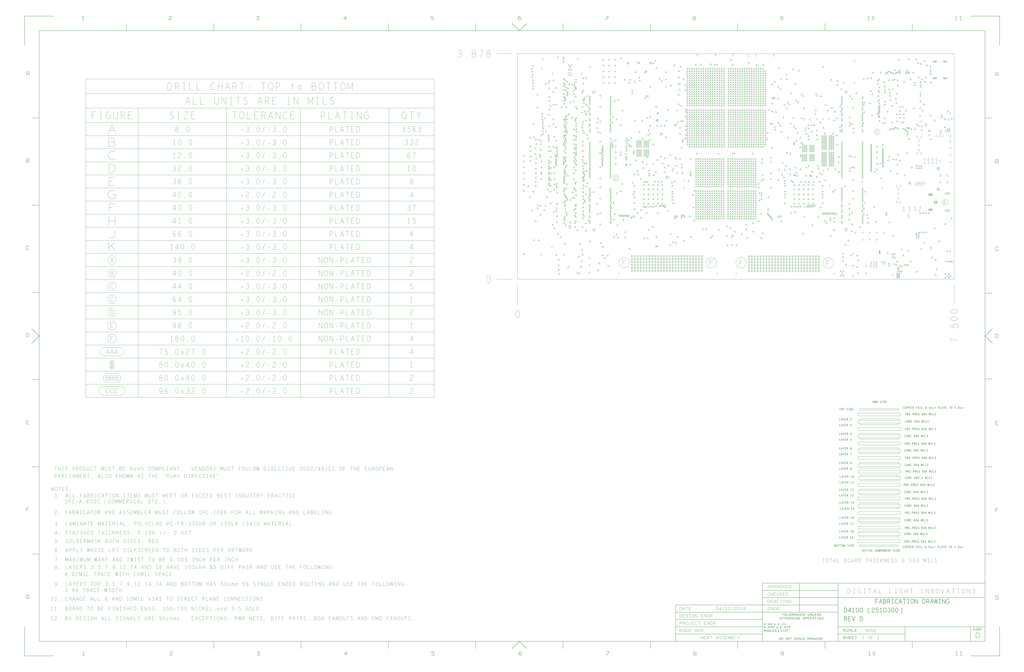
<source format=gbr>
G04 ================== begin FILE IDENTIFICATION RECORD ==================*
G04 Layout Name:  2510300_REV-D.brd*
G04 Film Name:    Fab.gbr*
G04 File Format:  Gerber RS274X*
G04 File Origin:  Cadence Allegro 16.6-2015-S051*
G04 Origin Date:  Tue Apr 12 06:53:55 2016*
G04 *
G04 Layer:  DRAWING FORMAT/OUTLINE*
G04 Layer:  DRAWING FORMAT/TITLE_DATA*
G04 Layer:  DRAWING FORMAT/REVISION_BLOCK*
G04 Layer:  DRAWING FORMAT/FAB*
G04 *
G04 Offset:    (0.00 0.00)*
G04 Mirror:    No*
G04 Mode:      Positive*
G04 Rotation:  0*
G04 FullContactRelief:  No*
G04 UndefLineWidth:     6.00*
G04 ================== end FILE IDENTIFICATION RECORD ====================*
%FSLAX25Y25*MOIN*%
%IR0*IPPOS*OFA0.00000B0.00000*MIA0B0*SFA1.00000B1.00000*%
%AMMACRO15*
1,1,.006,.07,0.0*
20,1,.006,.07,0.0,.068937,-.012155,0.0*
1,1,.006,.068937,-.012155*
20,1,.006,.068937,-.012155,.065778,-.023941,0.0*
1,1,.006,.065778,-.023941*
20,1,.006,.065778,-.023941,.060622,-.035,0.0*
1,1,.006,.060622,-.035*
20,1,.006,.060622,-.035,.053623,-.044995,0.0*
1,1,.006,.053623,-.044995*
20,1,.006,.053623,-.044995,.044995,-.053623,0.0*
1,1,.006,.044995,-.053623*
20,1,.006,.044995,-.053623,.035,-.060622,0.0*
1,1,.006,.035,-.060622*
20,1,.006,.035,-.060622,.023941,-.065778,0.0*
1,1,.006,.023941,-.065778*
20,1,.006,.023941,-.065778,.012155,-.068937,0.0*
1,1,.006,.012155,-.068937*
20,1,.006,.012155,-.068937,0.0,-.07,0.0*
1,1,.006,0.0,-.07*
20,1,.006,0.0,-.07,-.012155,-.068937,0.0*
1,1,.006,-.012155,-.068937*
20,1,.006,-.012155,-.068937,-.023941,-.065778,0.0*
1,1,.006,-.023941,-.065778*
20,1,.006,-.023941,-.065778,-.035,-.060622,0.0*
1,1,.006,-.035,-.060622*
20,1,.006,-.035,-.060622,-.044995,-.053623,0.0*
1,1,.006,-.044995,-.053623*
20,1,.006,-.044995,-.053623,-.053623,-.044995,0.0*
1,1,.006,-.053623,-.044995*
20,1,.006,-.053623,-.044995,-.060622,-.035,0.0*
1,1,.006,-.060622,-.035*
20,1,.006,-.060622,-.035,-.065778,-.023941,0.0*
1,1,.006,-.065778,-.023941*
20,1,.006,-.065778,-.023941,-.068937,-.012155,0.0*
1,1,.006,-.068937,-.012155*
20,1,.006,-.068937,-.012155,-.07,0.0,0.0*
1,1,.006,-.07,0.0*
20,1,.006,-.07,0.0,-.068937,.012155,0.0*
1,1,.006,-.068937,.012155*
20,1,.006,-.068937,.012155,-.065778,.023941,0.0*
1,1,.006,-.065778,.023941*
20,1,.006,-.065778,.023941,-.060622,.035,0.0*
1,1,.006,-.060622,.035*
20,1,.006,-.060622,.035,-.053623,.044995,0.0*
1,1,.006,-.053623,.044995*
20,1,.006,-.053623,.044995,-.044995,.053623,0.0*
1,1,.006,-.044995,.053623*
20,1,.006,-.044995,.053623,-.035,.060622,0.0*
1,1,.006,-.035,.060622*
20,1,.006,-.035,.060622,-.023941,.065778,0.0*
1,1,.006,-.023941,.065778*
20,1,.006,-.023941,.065778,-.012155,.068937,0.0*
1,1,.006,-.012155,.068937*
20,1,.006,-.012155,.068937,0.0,.07,0.0*
1,1,.006,0.0,.07*
20,1,.006,0.0,.07,.012155,.068937,0.0*
1,1,.006,.012155,.068937*
20,1,.006,.012155,.068937,.023941,.065778,0.0*
1,1,.006,.023941,.065778*
20,1,.006,.023941,.065778,.035,.060622,0.0*
1,1,.006,.035,.060622*
20,1,.006,.035,.060622,.044995,.053623,0.0*
1,1,.006,.044995,.053623*
20,1,.006,.044995,.053623,.053623,.044995,0.0*
1,1,.006,.053623,.044995*
20,1,.006,.053623,.044995,.060622,.035,0.0*
1,1,.006,.060622,.035*
20,1,.006,.060622,.035,.065778,.023941,0.0*
1,1,.006,.065778,.023941*
20,1,.006,.065778,.023941,.068937,.012155,0.0*
1,1,.006,.068937,.012155*
20,1,.006,.068937,.012155,.07,0.0,0.0*
1,1,.006,.07,0.0*
%
%ADD15MACRO15*%
%AMMACRO22*
1,1,.006,-.048,.027*
20,1,.006,-.048,.027,.048,.027,0.0*
1,1,.006,.048,.027*
20,1,.006,.048,.027,.052689,.02659,0.0*
1,1,.006,.052689,.02659*
20,1,.006,.052689,.02659,.057235,.025372,0.0*
1,1,.006,.057235,.025372*
20,1,.006,.057235,.025372,.0615,.023383,0.0*
1,1,.006,.0615,.023383*
20,1,.006,.0615,.023383,.065355,.020683,0.0*
1,1,.006,.065355,.020683*
20,1,.006,.065355,.020683,.068683,.017355,0.0*
1,1,.006,.068683,.017355*
20,1,.006,.068683,.017355,.071383,.0135,0.0*
1,1,.006,.071383,.0135*
20,1,.006,.071383,.0135,.073372,.009235,0.0*
1,1,.006,.073372,.009235*
20,1,.006,.073372,.009235,.07459,.004689,0.0*
1,1,.006,.07459,.004689*
20,1,.006,.07459,.004689,.075,0.0,0.0*
1,1,.006,.075,0.0*
20,1,.006,.075,0.0,.07459,-.004689,0.0*
1,1,.006,.07459,-.004689*
20,1,.006,.07459,-.004689,.073372,-.009235,0.0*
1,1,.006,.073372,-.009235*
20,1,.006,.073372,-.009235,.071383,-.0135,0.0*
1,1,.006,.071383,-.0135*
20,1,.006,.071383,-.0135,.068683,-.017355,0.0*
1,1,.006,.068683,-.017355*
20,1,.006,.068683,-.017355,.065355,-.020683,0.0*
1,1,.006,.065355,-.020683*
20,1,.006,.065355,-.020683,.0615,-.023383,0.0*
1,1,.006,.0615,-.023383*
20,1,.006,.0615,-.023383,.057235,-.025372,0.0*
1,1,.006,.057235,-.025372*
20,1,.006,.057235,-.025372,.052689,-.02659,0.0*
1,1,.006,.052689,-.02659*
20,1,.006,.052689,-.02659,.048,-.027,0.0*
1,1,.006,.048,-.027*
20,1,.006,.048,-.027,-.048,-.027,0.0*
1,1,.006,-.048,-.027*
20,1,.006,-.048,-.027,-.052689,-.02659,0.0*
1,1,.006,-.052689,-.02659*
20,1,.006,-.052689,-.02659,-.057235,-.025372,0.0*
1,1,.006,-.057235,-.025372*
20,1,.006,-.057235,-.025372,-.0615,-.023383,0.0*
1,1,.006,-.0615,-.023383*
20,1,.006,-.0615,-.023383,-.065355,-.020683,0.0*
1,1,.006,-.065355,-.020683*
20,1,.006,-.065355,-.020683,-.068683,-.017355,0.0*
1,1,.006,-.068683,-.017355*
20,1,.006,-.068683,-.017355,-.071383,-.0135,0.0*
1,1,.006,-.071383,-.0135*
20,1,.006,-.071383,-.0135,-.073372,-.009235,0.0*
1,1,.006,-.073372,-.009235*
20,1,.006,-.073372,-.009235,-.07459,-.004689,0.0*
1,1,.006,-.07459,-.004689*
20,1,.006,-.07459,-.004689,-.075,0.0,0.0*
1,1,.006,-.075,0.0*
20,1,.006,-.075,0.0,-.07459,.004689,0.0*
1,1,.006,-.07459,.004689*
20,1,.006,-.07459,.004689,-.073372,.009235,0.0*
1,1,.006,-.073372,.009235*
20,1,.006,-.073372,.009235,-.071383,.0135,0.0*
1,1,.006,-.071383,.0135*
20,1,.006,-.071383,.0135,-.068683,.017355,0.0*
1,1,.006,-.068683,.017355*
20,1,.006,-.068683,.017355,-.065355,.020683,0.0*
1,1,.006,-.065355,.020683*
20,1,.006,-.065355,.020683,-.0615,.023383,0.0*
1,1,.006,-.0615,.023383*
20,1,.006,-.0615,.023383,-.057235,.025372,0.0*
1,1,.006,-.057235,.025372*
20,1,.006,-.057235,.025372,-.052689,.02659,0.0*
1,1,.006,-.052689,.02659*
20,1,.006,-.052689,.02659,-.048,.027,0.0*
1,1,.006,-.048,.027*
%
%ADD22MACRO22*%
%AMMACRO20*
1,1,.006,-.04,.04*
20,1,.006,-.04,.04,.04,.04,0.0*
1,1,.006,.04,.04*
20,1,.006,.04,.04,.046946,.039392,0.0*
1,1,.006,.046946,.039392*
20,1,.006,.046946,.039392,.053681,.037588,0.0*
1,1,.006,.053681,.037588*
20,1,.006,.053681,.037588,.06,.034641,0.0*
1,1,.006,.06,.034641*
20,1,.006,.06,.034641,.065712,.030642,0.0*
1,1,.006,.065712,.030642*
20,1,.006,.065712,.030642,.070642,.025712,0.0*
1,1,.006,.070642,.025712*
20,1,.006,.070642,.025712,.074641,.02,0.0*
1,1,.006,.074641,.02*
20,1,.006,.074641,.02,.077588,.013681,0.0*
1,1,.006,.077588,.013681*
20,1,.006,.077588,.013681,.079392,.006946,0.0*
1,1,.006,.079392,.006946*
20,1,.006,.079392,.006946,.08,0.0,0.0*
1,1,.006,.08,0.0*
20,1,.006,.08,0.0,.079392,-.006946,0.0*
1,1,.006,.079392,-.006946*
20,1,.006,.079392,-.006946,.077588,-.013681,0.0*
1,1,.006,.077588,-.013681*
20,1,.006,.077588,-.013681,.074641,-.02,0.0*
1,1,.006,.074641,-.02*
20,1,.006,.074641,-.02,.070642,-.025712,0.0*
1,1,.006,.070642,-.025712*
20,1,.006,.070642,-.025712,.065712,-.030642,0.0*
1,1,.006,.065712,-.030642*
20,1,.006,.065712,-.030642,.06,-.034641,0.0*
1,1,.006,.06,-.034641*
20,1,.006,.06,-.034641,.053681,-.037588,0.0*
1,1,.006,.053681,-.037588*
20,1,.006,.053681,-.037588,.046946,-.039392,0.0*
1,1,.006,.046946,-.039392*
20,1,.006,.046946,-.039392,.04,-.04,0.0*
1,1,.006,.04,-.04*
20,1,.006,.04,-.04,-.04,-.04,0.0*
1,1,.006,-.04,-.04*
20,1,.006,-.04,-.04,-.046946,-.039392,0.0*
1,1,.006,-.046946,-.039392*
20,1,.006,-.046946,-.039392,-.053681,-.037588,0.0*
1,1,.006,-.053681,-.037588*
20,1,.006,-.053681,-.037588,-.06,-.034641,0.0*
1,1,.006,-.06,-.034641*
20,1,.006,-.06,-.034641,-.065712,-.030642,0.0*
1,1,.006,-.065712,-.030642*
20,1,.006,-.065712,-.030642,-.070642,-.025712,0.0*
1,1,.006,-.070642,-.025712*
20,1,.006,-.070642,-.025712,-.074641,-.02,0.0*
1,1,.006,-.074641,-.02*
20,1,.006,-.074641,-.02,-.077588,-.013681,0.0*
1,1,.006,-.077588,-.013681*
20,1,.006,-.077588,-.013681,-.079392,-.006946,0.0*
1,1,.006,-.079392,-.006946*
20,1,.006,-.079392,-.006946,-.08,0.0,0.0*
1,1,.006,-.08,0.0*
20,1,.006,-.08,0.0,-.079392,.006946,0.0*
1,1,.006,-.079392,.006946*
20,1,.006,-.079392,.006946,-.077588,.013681,0.0*
1,1,.006,-.077588,.013681*
20,1,.006,-.077588,.013681,-.074641,.02,0.0*
1,1,.006,-.074641,.02*
20,1,.006,-.074641,.02,-.070642,.025712,0.0*
1,1,.006,-.070642,.025712*
20,1,.006,-.070642,.025712,-.065712,.030642,0.0*
1,1,.006,-.065712,.030642*
20,1,.006,-.065712,.030642,-.06,.034641,0.0*
1,1,.006,-.06,.034641*
20,1,.006,-.06,.034641,-.053681,.037588,0.0*
1,1,.006,-.053681,.037588*
20,1,.006,-.053681,.037588,-.046946,.039392,0.0*
1,1,.006,-.046946,.039392*
20,1,.006,-.046946,.039392,-.04,.04,0.0*
1,1,.006,-.04,.04*
%
%ADD20MACRO20*%
%AMMACRO21*
1,1,.006,-.04,.04*
20,1,.006,-.04,.04,-.039392,.046946,0.0*
1,1,.006,-.039392,.046946*
20,1,.006,-.039392,.046946,-.037588,.053681,0.0*
1,1,.006,-.037588,.053681*
20,1,.006,-.037588,.053681,-.034641,.06,0.0*
1,1,.006,-.034641,.06*
20,1,.006,-.034641,.06,-.030642,.065712,0.0*
1,1,.006,-.030642,.065712*
20,1,.006,-.030642,.065712,-.025712,.070642,0.0*
1,1,.006,-.025712,.070642*
20,1,.006,-.025712,.070642,-.02,.074641,0.0*
1,1,.006,-.02,.074641*
20,1,.006,-.02,.074641,-.013681,.077588,0.0*
1,1,.006,-.013681,.077588*
20,1,.006,-.013681,.077588,-.006946,.079392,0.0*
1,1,.006,-.006946,.079392*
20,1,.006,-.006946,.079392,0.0,.08,0.0*
1,1,.006,0.0,.08*
20,1,.006,0.0,.08,.006946,.079392,0.0*
1,1,.006,.006946,.079392*
20,1,.006,.006946,.079392,.013681,.077588,0.0*
1,1,.006,.013681,.077588*
20,1,.006,.013681,.077588,.02,.074641,0.0*
1,1,.006,.02,.074641*
20,1,.006,.02,.074641,.025712,.070642,0.0*
1,1,.006,.025712,.070642*
20,1,.006,.025712,.070642,.030642,.065712,0.0*
1,1,.006,.030642,.065712*
20,1,.006,.030642,.065712,.034641,.06,0.0*
1,1,.006,.034641,.06*
20,1,.006,.034641,.06,.037588,.053681,0.0*
1,1,.006,.037588,.053681*
20,1,.006,.037588,.053681,.039392,.046946,0.0*
1,1,.006,.039392,.046946*
20,1,.006,.039392,.046946,.04,.04,0.0*
1,1,.006,.04,.04*
20,1,.006,.04,.04,.04,-.04,0.0*
1,1,.006,.04,-.04*
20,1,.006,.04,-.04,.039392,-.046946,0.0*
1,1,.006,.039392,-.046946*
20,1,.006,.039392,-.046946,.037588,-.053681,0.0*
1,1,.006,.037588,-.053681*
20,1,.006,.037588,-.053681,.034641,-.06,0.0*
1,1,.006,.034641,-.06*
20,1,.006,.034641,-.06,.030642,-.065712,0.0*
1,1,.006,.030642,-.065712*
20,1,.006,.030642,-.065712,.025712,-.070642,0.0*
1,1,.006,.025712,-.070642*
20,1,.006,.025712,-.070642,.02,-.074641,0.0*
1,1,.006,.02,-.074641*
20,1,.006,.02,-.074641,.013681,-.077588,0.0*
1,1,.006,.013681,-.077588*
20,1,.006,.013681,-.077588,.006946,-.079392,0.0*
1,1,.006,.006946,-.079392*
20,1,.006,.006946,-.079392,0.0,-.08,0.0*
1,1,.006,0.0,-.08*
20,1,.006,0.0,-.08,-.006946,-.079392,0.0*
1,1,.006,-.006946,-.079392*
20,1,.006,-.006946,-.079392,-.013681,-.077588,0.0*
1,1,.006,-.013681,-.077588*
20,1,.006,-.013681,-.077588,-.02,-.074641,0.0*
1,1,.006,-.02,-.074641*
20,1,.006,-.02,-.074641,-.025712,-.070642,0.0*
1,1,.006,-.025712,-.070642*
20,1,.006,-.025712,-.070642,-.030642,-.065712,0.0*
1,1,.006,-.030642,-.065712*
20,1,.006,-.030642,-.065712,-.034641,-.06,0.0*
1,1,.006,-.034641,-.06*
20,1,.006,-.034641,-.06,-.037588,-.053681,0.0*
1,1,.006,-.037588,-.053681*
20,1,.006,-.037588,-.053681,-.039392,-.046946,0.0*
1,1,.006,-.039392,-.046946*
20,1,.006,-.039392,-.046946,-.04,-.04,0.0*
1,1,.006,-.04,-.04*
20,1,.006,-.04,-.04,-.04,.04,0.0*
1,1,.006,-.04,.04*
%
%ADD21MACRO21*%
%AMMACRO18*
1,1,.006,.18,0.0*
20,1,.006,.18,0.0,.177265,-.031257,0.0*
1,1,.006,.177265,-.031257*
20,1,.006,.177265,-.031257,.169145,-.061564,0.0*
1,1,.006,.169145,-.061564*
20,1,.006,.169145,-.061564,.155885,-.09,0.0*
1,1,.006,.155885,-.09*
20,1,.006,.155885,-.09,.137888,-.115702,0.0*
1,1,.006,.137888,-.115702*
20,1,.006,.137888,-.115702,.115702,-.137888,0.0*
1,1,.006,.115702,-.137888*
20,1,.006,.115702,-.137888,.09,-.155885,0.0*
1,1,.006,.09,-.155885*
20,1,.006,.09,-.155885,.061564,-.169145,0.0*
1,1,.006,.061564,-.169145*
20,1,.006,.061564,-.169145,.031257,-.177265,0.0*
1,1,.006,.031257,-.177265*
20,1,.006,.031257,-.177265,0.0,-.18,0.0*
1,1,.006,0.0,-.18*
20,1,.006,0.0,-.18,-.031257,-.177265,0.0*
1,1,.006,-.031257,-.177265*
20,1,.006,-.031257,-.177265,-.061564,-.169145,0.0*
1,1,.006,-.061564,-.169145*
20,1,.006,-.061564,-.169145,-.09,-.155885,0.0*
1,1,.006,-.09,-.155885*
20,1,.006,-.09,-.155885,-.115702,-.137888,0.0*
1,1,.006,-.115702,-.137888*
20,1,.006,-.115702,-.137888,-.137888,-.115702,0.0*
1,1,.006,-.137888,-.115702*
20,1,.006,-.137888,-.115702,-.155885,-.09,0.0*
1,1,.006,-.155885,-.09*
20,1,.006,-.155885,-.09,-.169145,-.061564,0.0*
1,1,.006,-.169145,-.061564*
20,1,.006,-.169145,-.061564,-.177265,-.031257,0.0*
1,1,.006,-.177265,-.031257*
20,1,.006,-.177265,-.031257,-.18,0.0,0.0*
1,1,.006,-.18,0.0*
20,1,.006,-.18,0.0,-.177265,.031257,0.0*
1,1,.006,-.177265,.031257*
20,1,.006,-.177265,.031257,-.169145,.061564,0.0*
1,1,.006,-.169145,.061564*
20,1,.006,-.169145,.061564,-.155885,.09,0.0*
1,1,.006,-.155885,.09*
20,1,.006,-.155885,.09,-.137888,.115702,0.0*
1,1,.006,-.137888,.115702*
20,1,.006,-.137888,.115702,-.115702,.137888,0.0*
1,1,.006,-.115702,.137888*
20,1,.006,-.115702,.137888,-.09,.155885,0.0*
1,1,.006,-.09,.155885*
20,1,.006,-.09,.155885,-.061564,.169145,0.0*
1,1,.006,-.061564,.169145*
20,1,.006,-.061564,.169145,-.031257,.177265,0.0*
1,1,.006,-.031257,.177265*
20,1,.006,-.031257,.177265,0.0,.18,0.0*
1,1,.006,0.0,.18*
20,1,.006,0.0,.18,.031257,.177265,0.0*
1,1,.006,.031257,.177265*
20,1,.006,.031257,.177265,.061564,.169145,0.0*
1,1,.006,.061564,.169145*
20,1,.006,.061564,.169145,.09,.155885,0.0*
1,1,.006,.09,.155885*
20,1,.006,.09,.155885,.115702,.137888,0.0*
1,1,.006,.115702,.137888*
20,1,.006,.115702,.137888,.137888,.115702,0.0*
1,1,.006,.137888,.115702*
20,1,.006,.137888,.115702,.155885,.09,0.0*
1,1,.006,.155885,.09*
20,1,.006,.155885,.09,.169145,.061564,0.0*
1,1,.006,.169145,.061564*
20,1,.006,.169145,.061564,.177265,.031257,0.0*
1,1,.006,.177265,.031257*
20,1,.006,.177265,.031257,.18,0.0,0.0*
1,1,.006,.18,0.0*
%
%ADD18MACRO18*%
%AMMACRO19*
1,1,.006,.04,0.0*
20,1,.006,.04,0.0,.039392,-.006946,0.0*
1,1,.006,.039392,-.006946*
20,1,.006,.039392,-.006946,.037588,-.013681,0.0*
1,1,.006,.037588,-.013681*
20,1,.006,.037588,-.013681,.034641,-.02,0.0*
1,1,.006,.034641,-.02*
20,1,.006,.034641,-.02,.030642,-.025712,0.0*
1,1,.006,.030642,-.025712*
20,1,.006,.030642,-.025712,.025712,-.030642,0.0*
1,1,.006,.025712,-.030642*
20,1,.006,.025712,-.030642,.02,-.034641,0.0*
1,1,.006,.02,-.034641*
20,1,.006,.02,-.034641,.013681,-.037588,0.0*
1,1,.006,.013681,-.037588*
20,1,.006,.013681,-.037588,.006946,-.039392,0.0*
1,1,.006,.006946,-.039392*
20,1,.006,.006946,-.039392,0.0,-.04,0.0*
1,1,.006,0.0,-.04*
20,1,.006,0.0,-.04,-.006946,-.039392,0.0*
1,1,.006,-.006946,-.039392*
20,1,.006,-.006946,-.039392,-.013681,-.037588,0.0*
1,1,.006,-.013681,-.037588*
20,1,.006,-.013681,-.037588,-.02,-.034641,0.0*
1,1,.006,-.02,-.034641*
20,1,.006,-.02,-.034641,-.025712,-.030642,0.0*
1,1,.006,-.025712,-.030642*
20,1,.006,-.025712,-.030642,-.030642,-.025712,0.0*
1,1,.006,-.030642,-.025712*
20,1,.006,-.030642,-.025712,-.034641,-.02,0.0*
1,1,.006,-.034641,-.02*
20,1,.006,-.034641,-.02,-.037588,-.013681,0.0*
1,1,.006,-.037588,-.013681*
20,1,.006,-.037588,-.013681,-.039392,-.006946,0.0*
1,1,.006,-.039392,-.006946*
20,1,.006,-.039392,-.006946,-.04,0.0,0.0*
1,1,.006,-.04,0.0*
20,1,.006,-.04,0.0,-.039392,.006946,0.0*
1,1,.006,-.039392,.006946*
20,1,.006,-.039392,.006946,-.037588,.013681,0.0*
1,1,.006,-.037588,.013681*
20,1,.006,-.037588,.013681,-.034641,.02,0.0*
1,1,.006,-.034641,.02*
20,1,.006,-.034641,.02,-.030642,.025712,0.0*
1,1,.006,-.030642,.025712*
20,1,.006,-.030642,.025712,-.025712,.030642,0.0*
1,1,.006,-.025712,.030642*
20,1,.006,-.025712,.030642,-.02,.034641,0.0*
1,1,.006,-.02,.034641*
20,1,.006,-.02,.034641,-.013681,.037588,0.0*
1,1,.006,-.013681,.037588*
20,1,.006,-.013681,.037588,-.006946,.039392,0.0*
1,1,.006,-.006946,.039392*
20,1,.006,-.006946,.039392,0.0,.04,0.0*
1,1,.006,0.0,.04*
20,1,.006,0.0,.04,.006946,.039392,0.0*
1,1,.006,.006946,.039392*
20,1,.006,.006946,.039392,.013681,.037588,0.0*
1,1,.006,.013681,.037588*
20,1,.006,.013681,.037588,.02,.034641,0.0*
1,1,.006,.02,.034641*
20,1,.006,.02,.034641,.025712,.030642,0.0*
1,1,.006,.025712,.030642*
20,1,.006,.025712,.030642,.030642,.025712,0.0*
1,1,.006,.030642,.025712*
20,1,.006,.030642,.025712,.034641,.02,0.0*
1,1,.006,.034641,.02*
20,1,.006,.034641,.02,.037588,.013681,0.0*
1,1,.006,.037588,.013681*
20,1,.006,.037588,.013681,.039392,.006946,0.0*
1,1,.006,.039392,.006946*
20,1,.006,.039392,.006946,.04,0.0,0.0*
1,1,.006,.04,0.0*
%
%ADD19MACRO19*%
%AMMACRO23*
1,1,.006,-.064,.032*
20,1,.006,-.064,.032,.064,.032,0.0*
1,1,.006,.064,.032*
20,1,.006,.064,.032,.069557,.031514,0.0*
1,1,.006,.069557,.031514*
20,1,.006,.069557,.031514,.074945,.03007,0.0*
1,1,.006,.074945,.03007*
20,1,.006,.074945,.03007,.08,.027713,0.0*
1,1,.006,.08,.027713*
20,1,.006,.08,.027713,.084569,.024513,0.0*
1,1,.006,.084569,.024513*
20,1,.006,.084569,.024513,.088513,.020569,0.0*
1,1,.006,.088513,.020569*
20,1,.006,.088513,.020569,.091713,.016,0.0*
1,1,.006,.091713,.016*
20,1,.006,.091713,.016,.09407,.010945,0.0*
1,1,.006,.09407,.010945*
20,1,.006,.09407,.010945,.095514,.005557,0.0*
1,1,.006,.095514,.005557*
20,1,.006,.095514,.005557,.096,0.0,0.0*
1,1,.006,.096,0.0*
20,1,.006,.096,0.0,.095514,-.005557,0.0*
1,1,.006,.095514,-.005557*
20,1,.006,.095514,-.005557,.09407,-.010945,0.0*
1,1,.006,.09407,-.010945*
20,1,.006,.09407,-.010945,.091713,-.016,0.0*
1,1,.006,.091713,-.016*
20,1,.006,.091713,-.016,.088513,-.020569,0.0*
1,1,.006,.088513,-.020569*
20,1,.006,.088513,-.020569,.084569,-.024513,0.0*
1,1,.006,.084569,-.024513*
20,1,.006,.084569,-.024513,.08,-.027713,0.0*
1,1,.006,.08,-.027713*
20,1,.006,.08,-.027713,.074945,-.03007,0.0*
1,1,.006,.074945,-.03007*
20,1,.006,.074945,-.03007,.069557,-.031514,0.0*
1,1,.006,.069557,-.031514*
20,1,.006,.069557,-.031514,.064,-.032,0.0*
1,1,.006,.064,-.032*
20,1,.006,.064,-.032,-.064,-.032,0.0*
1,1,.006,-.064,-.032*
20,1,.006,-.064,-.032,-.069557,-.031514,0.0*
1,1,.006,-.069557,-.031514*
20,1,.006,-.069557,-.031514,-.074945,-.03007,0.0*
1,1,.006,-.074945,-.03007*
20,1,.006,-.074945,-.03007,-.08,-.027713,0.0*
1,1,.006,-.08,-.027713*
20,1,.006,-.08,-.027713,-.084569,-.024513,0.0*
1,1,.006,-.084569,-.024513*
20,1,.006,-.084569,-.024513,-.088513,-.020569,0.0*
1,1,.006,-.088513,-.020569*
20,1,.006,-.088513,-.020569,-.091713,-.016,0.0*
1,1,.006,-.091713,-.016*
20,1,.006,-.091713,-.016,-.09407,-.010945,0.0*
1,1,.006,-.09407,-.010945*
20,1,.006,-.09407,-.010945,-.095514,-.005557,0.0*
1,1,.006,-.095514,-.005557*
20,1,.006,-.095514,-.005557,-.096,0.0,0.0*
1,1,.006,-.096,0.0*
20,1,.006,-.096,0.0,-.095514,.005557,0.0*
1,1,.006,-.095514,.005557*
20,1,.006,-.095514,.005557,-.09407,.010945,0.0*
1,1,.006,-.09407,.010945*
20,1,.006,-.09407,.010945,-.091713,.016,0.0*
1,1,.006,-.091713,.016*
20,1,.006,-.091713,.016,-.088513,.020569,0.0*
1,1,.006,-.088513,.020569*
20,1,.006,-.088513,.020569,-.084569,.024513,0.0*
1,1,.006,-.084569,.024513*
20,1,.006,-.084569,.024513,-.08,.027713,0.0*
1,1,.006,-.08,.027713*
20,1,.006,-.08,.027713,-.074945,.03007,0.0*
1,1,.006,-.074945,.03007*
20,1,.006,-.074945,.03007,-.069557,.031514,0.0*
1,1,.006,-.069557,.031514*
20,1,.006,-.069557,.031514,-.064,.032,0.0*
1,1,.006,-.064,.032*
%
%ADD23MACRO23*%
%AMMACRO12*
1,1,.006,-.15,.15*
20,1,.006,-.15,.15,.15,.15,0.0*
1,1,.006,.15,.15*
20,1,.006,.15,.15,.176047,.147721,0.0*
1,1,.006,.176047,.147721*
20,1,.006,.176047,.147721,.201303,.140954,0.0*
1,1,.006,.201303,.140954*
20,1,.006,.201303,.140954,.225,.129904,0.0*
1,1,.006,.225,.129904*
20,1,.006,.225,.129904,.246418,.114907,0.0*
1,1,.006,.246418,.114907*
20,1,.006,.246418,.114907,.264907,.096418,0.0*
1,1,.006,.264907,.096418*
20,1,.006,.264907,.096418,.279904,.075,0.0*
1,1,.006,.279904,.075*
20,1,.006,.279904,.075,.290954,.051303,0.0*
1,1,.006,.290954,.051303*
20,1,.006,.290954,.051303,.297721,.026047,0.0*
1,1,.006,.297721,.026047*
20,1,.006,.297721,.026047,.3,0.0,0.0*
1,1,.006,.3,0.0*
20,1,.006,.3,0.0,.297721,-.026047,0.0*
1,1,.006,.297721,-.026047*
20,1,.006,.297721,-.026047,.290954,-.051303,0.0*
1,1,.006,.290954,-.051303*
20,1,.006,.290954,-.051303,.279904,-.075,0.0*
1,1,.006,.279904,-.075*
20,1,.006,.279904,-.075,.264907,-.096418,0.0*
1,1,.006,.264907,-.096418*
20,1,.006,.264907,-.096418,.246418,-.114907,0.0*
1,1,.006,.246418,-.114907*
20,1,.006,.246418,-.114907,.225,-.129904,0.0*
1,1,.006,.225,-.129904*
20,1,.006,.225,-.129904,.201303,-.140954,0.0*
1,1,.006,.201303,-.140954*
20,1,.006,.201303,-.140954,.176047,-.147721,0.0*
1,1,.006,.176047,-.147721*
20,1,.006,.176047,-.147721,.15,-.15,0.0*
1,1,.006,.15,-.15*
20,1,.006,.15,-.15,-.15,-.15,0.0*
1,1,.006,-.15,-.15*
20,1,.006,-.15,-.15,-.176047,-.147721,0.0*
1,1,.006,-.176047,-.147721*
20,1,.006,-.176047,-.147721,-.201303,-.140954,0.0*
1,1,.006,-.201303,-.140954*
20,1,.006,-.201303,-.140954,-.225,-.129904,0.0*
1,1,.006,-.225,-.129904*
20,1,.006,-.225,-.129904,-.246418,-.114907,0.0*
1,1,.006,-.246418,-.114907*
20,1,.006,-.246418,-.114907,-.264907,-.096418,0.0*
1,1,.006,-.264907,-.096418*
20,1,.006,-.264907,-.096418,-.279904,-.075,0.0*
1,1,.006,-.279904,-.075*
20,1,.006,-.279904,-.075,-.290954,-.051303,0.0*
1,1,.006,-.290954,-.051303*
20,1,.006,-.290954,-.051303,-.297721,-.026047,0.0*
1,1,.006,-.297721,-.026047*
20,1,.006,-.297721,-.026047,-.3,0.0,0.0*
1,1,.006,-.3,0.0*
20,1,.006,-.3,0.0,-.297721,.026047,0.0*
1,1,.006,-.297721,.026047*
20,1,.006,-.297721,.026047,-.290954,.051303,0.0*
1,1,.006,-.290954,.051303*
20,1,.006,-.290954,.051303,-.279904,.075,0.0*
1,1,.006,-.279904,.075*
20,1,.006,-.279904,.075,-.264907,.096418,0.0*
1,1,.006,-.264907,.096418*
20,1,.006,-.264907,.096418,-.246418,.114907,0.0*
1,1,.006,-.246418,.114907*
20,1,.006,-.246418,.114907,-.225,.129904,0.0*
1,1,.006,-.225,.129904*
20,1,.006,-.225,.129904,-.201303,.140954,0.0*
1,1,.006,-.201303,.140954*
20,1,.006,-.201303,.140954,-.176047,.147721,0.0*
1,1,.006,-.176047,.147721*
20,1,.006,-.176047,.147721,-.15,.15,0.0*
1,1,.006,-.15,.15*
%
%ADD12MACRO12*%
%AMMACRO14*
1,1,.006,-.075,.075*
20,1,.006,-.075,.075,-.073861,.088024,0.0*
1,1,.006,-.073861,.088024*
20,1,.006,-.073861,.088024,-.070477,.100652,0.0*
1,1,.006,-.070477,.100652*
20,1,.006,-.070477,.100652,-.064952,.1125,0.0*
1,1,.006,-.064952,.1125*
20,1,.006,-.064952,.1125,-.057453,.123209,0.0*
1,1,.006,-.057453,.123209*
20,1,.006,-.057453,.123209,-.048209,.132453,0.0*
1,1,.006,-.048209,.132453*
20,1,.006,-.048209,.132453,-.0375,.139952,0.0*
1,1,.006,-.0375,.139952*
20,1,.006,-.0375,.139952,-.025652,.145477,0.0*
1,1,.006,-.025652,.145477*
20,1,.006,-.025652,.145477,-.013024,.148861,0.0*
1,1,.006,-.013024,.148861*
20,1,.006,-.013024,.148861,0.0,.15,0.0*
1,1,.006,0.0,.15*
20,1,.006,0.0,.15,.013024,.148861,0.0*
1,1,.006,.013024,.148861*
20,1,.006,.013024,.148861,.025652,.145477,0.0*
1,1,.006,.025652,.145477*
20,1,.006,.025652,.145477,.0375,.139952,0.0*
1,1,.006,.0375,.139952*
20,1,.006,.0375,.139952,.048209,.132453,0.0*
1,1,.006,.048209,.132453*
20,1,.006,.048209,.132453,.057453,.123209,0.0*
1,1,.006,.057453,.123209*
20,1,.006,.057453,.123209,.064952,.1125,0.0*
1,1,.006,.064952,.1125*
20,1,.006,.064952,.1125,.070477,.100652,0.0*
1,1,.006,.070477,.100652*
20,1,.006,.070477,.100652,.073861,.088024,0.0*
1,1,.006,.073861,.088024*
20,1,.006,.073861,.088024,.075,.075,0.0*
1,1,.006,.075,.075*
20,1,.006,.075,.075,.075,-.075,0.0*
1,1,.006,.075,-.075*
20,1,.006,.075,-.075,.073861,-.088024,0.0*
1,1,.006,.073861,-.088024*
20,1,.006,.073861,-.088024,.070477,-.100652,0.0*
1,1,.006,.070477,-.100652*
20,1,.006,.070477,-.100652,.064952,-.1125,0.0*
1,1,.006,.064952,-.1125*
20,1,.006,.064952,-.1125,.057453,-.123209,0.0*
1,1,.006,.057453,-.123209*
20,1,.006,.057453,-.123209,.048209,-.132453,0.0*
1,1,.006,.048209,-.132453*
20,1,.006,.048209,-.132453,.0375,-.139952,0.0*
1,1,.006,.0375,-.139952*
20,1,.006,.0375,-.139952,.025652,-.145477,0.0*
1,1,.006,.025652,-.145477*
20,1,.006,.025652,-.145477,.013024,-.148861,0.0*
1,1,.006,.013024,-.148861*
20,1,.006,.013024,-.148861,0.0,-.15,0.0*
1,1,.006,0.0,-.15*
20,1,.006,0.0,-.15,-.013024,-.148861,0.0*
1,1,.006,-.013024,-.148861*
20,1,.006,-.013024,-.148861,-.025652,-.145477,0.0*
1,1,.006,-.025652,-.145477*
20,1,.006,-.025652,-.145477,-.0375,-.139952,0.0*
1,1,.006,-.0375,-.139952*
20,1,.006,-.0375,-.139952,-.048209,-.132453,0.0*
1,1,.006,-.048209,-.132453*
20,1,.006,-.048209,-.132453,-.057453,-.123209,0.0*
1,1,.006,-.057453,-.123209*
20,1,.006,-.057453,-.123209,-.064952,-.1125,0.0*
1,1,.006,-.064952,-.1125*
20,1,.006,-.064952,-.1125,-.070477,-.100652,0.0*
1,1,.006,-.070477,-.100652*
20,1,.006,-.070477,-.100652,-.073861,-.088024,0.0*
1,1,.006,-.073861,-.088024*
20,1,.006,-.073861,-.088024,-.075,-.075,0.0*
1,1,.006,-.075,-.075*
20,1,.006,-.075,-.075,-.075,.075,0.0*
1,1,.006,-.075,.075*
%
%ADD14MACRO14*%
%AMMACRO10*
1,1,.006,-.3,.15*
20,1,.006,-.3,.15,.3,.15,0.0*
1,1,.006,.3,.15*
20,1,.006,.3,.15,.326047,.147721,0.0*
1,1,.006,.326047,.147721*
20,1,.006,.326047,.147721,.351303,.140954,0.0*
1,1,.006,.351303,.140954*
20,1,.006,.351303,.140954,.375,.129904,0.0*
1,1,.006,.375,.129904*
20,1,.006,.375,.129904,.396418,.114907,0.0*
1,1,.006,.396418,.114907*
20,1,.006,.396418,.114907,.414907,.096418,0.0*
1,1,.006,.414907,.096418*
20,1,.006,.414907,.096418,.429904,.075,0.0*
1,1,.006,.429904,.075*
20,1,.006,.429904,.075,.440954,.051303,0.0*
1,1,.006,.440954,.051303*
20,1,.006,.440954,.051303,.447721,.026047,0.0*
1,1,.006,.447721,.026047*
20,1,.006,.447721,.026047,.45,0.0,0.0*
1,1,.006,.45,0.0*
20,1,.006,.45,0.0,.447721,-.026047,0.0*
1,1,.006,.447721,-.026047*
20,1,.006,.447721,-.026047,.440954,-.051303,0.0*
1,1,.006,.440954,-.051303*
20,1,.006,.440954,-.051303,.429904,-.075,0.0*
1,1,.006,.429904,-.075*
20,1,.006,.429904,-.075,.414907,-.096418,0.0*
1,1,.006,.414907,-.096418*
20,1,.006,.414907,-.096418,.396418,-.114907,0.0*
1,1,.006,.396418,-.114907*
20,1,.006,.396418,-.114907,.375,-.129904,0.0*
1,1,.006,.375,-.129904*
20,1,.006,.375,-.129904,.351303,-.140954,0.0*
1,1,.006,.351303,-.140954*
20,1,.006,.351303,-.140954,.326047,-.147721,0.0*
1,1,.006,.326047,-.147721*
20,1,.006,.326047,-.147721,.3,-.15,0.0*
1,1,.006,.3,-.15*
20,1,.006,.3,-.15,-.3,-.15,0.0*
1,1,.006,-.3,-.15*
20,1,.006,-.3,-.15,-.326047,-.147721,0.0*
1,1,.006,-.326047,-.147721*
20,1,.006,-.326047,-.147721,-.351303,-.140954,0.0*
1,1,.006,-.351303,-.140954*
20,1,.006,-.351303,-.140954,-.375,-.129904,0.0*
1,1,.006,-.375,-.129904*
20,1,.006,-.375,-.129904,-.396418,-.114907,0.0*
1,1,.006,-.396418,-.114907*
20,1,.006,-.396418,-.114907,-.414907,-.096418,0.0*
1,1,.006,-.414907,-.096418*
20,1,.006,-.414907,-.096418,-.429904,-.075,0.0*
1,1,.006,-.429904,-.075*
20,1,.006,-.429904,-.075,-.440954,-.051303,0.0*
1,1,.006,-.440954,-.051303*
20,1,.006,-.440954,-.051303,-.447721,-.026047,0.0*
1,1,.006,-.447721,-.026047*
20,1,.006,-.447721,-.026047,-.45,0.0,0.0*
1,1,.006,-.45,0.0*
20,1,.006,-.45,0.0,-.447721,.026047,0.0*
1,1,.006,-.447721,.026047*
20,1,.006,-.447721,.026047,-.440954,.051303,0.0*
1,1,.006,-.440954,.051303*
20,1,.006,-.440954,.051303,-.429904,.075,0.0*
1,1,.006,-.429904,.075*
20,1,.006,-.429904,.075,-.414907,.096418,0.0*
1,1,.006,-.414907,.096418*
20,1,.006,-.414907,.096418,-.396418,.114907,0.0*
1,1,.006,-.396418,.114907*
20,1,.006,-.396418,.114907,-.375,.129904,0.0*
1,1,.006,-.375,.129904*
20,1,.006,-.375,.129904,-.351303,.140954,0.0*
1,1,.006,-.351303,.140954*
20,1,.006,-.351303,.140954,-.326047,.147721,0.0*
1,1,.006,-.326047,.147721*
20,1,.006,-.326047,.147721,-.3,.15,0.0*
1,1,.006,-.3,.15*
%
%ADD10MACRO10*%
%AMMACRO11*
1,1,.006,-.26667,.15*
20,1,.006,-.26667,.15,.26667,.15,0.0*
1,1,.006,.26667,.15*
20,1,.006,.26667,.15,.292717,.147721,0.0*
1,1,.006,.292717,.147721*
20,1,.006,.292717,.147721,.317973,.140954,0.0*
1,1,.006,.317973,.140954*
20,1,.006,.317973,.140954,.34167,.129904,0.0*
1,1,.006,.34167,.129904*
20,1,.006,.34167,.129904,.363088,.114907,0.0*
1,1,.006,.363088,.114907*
20,1,.006,.363088,.114907,.381577,.096418,0.0*
1,1,.006,.381577,.096418*
20,1,.006,.381577,.096418,.396574,.075,0.0*
1,1,.006,.396574,.075*
20,1,.006,.396574,.075,.407624,.051303,0.0*
1,1,.006,.407624,.051303*
20,1,.006,.407624,.051303,.414391,.026047,0.0*
1,1,.006,.414391,.026047*
20,1,.006,.414391,.026047,.41667,0.0,0.0*
1,1,.006,.41667,0.0*
20,1,.006,.41667,0.0,.414391,-.026047,0.0*
1,1,.006,.414391,-.026047*
20,1,.006,.414391,-.026047,.407624,-.051303,0.0*
1,1,.006,.407624,-.051303*
20,1,.006,.407624,-.051303,.396574,-.075,0.0*
1,1,.006,.396574,-.075*
20,1,.006,.396574,-.075,.381577,-.096418,0.0*
1,1,.006,.381577,-.096418*
20,1,.006,.381577,-.096418,.363088,-.114907,0.0*
1,1,.006,.363088,-.114907*
20,1,.006,.363088,-.114907,.34167,-.129904,0.0*
1,1,.006,.34167,-.129904*
20,1,.006,.34167,-.129904,.317973,-.140954,0.0*
1,1,.006,.317973,-.140954*
20,1,.006,.317973,-.140954,.292717,-.147721,0.0*
1,1,.006,.292717,-.147721*
20,1,.006,.292717,-.147721,.26667,-.15,0.0*
1,1,.006,.26667,-.15*
20,1,.006,.26667,-.15,-.26667,-.15,0.0*
1,1,.006,-.26667,-.15*
20,1,.006,-.26667,-.15,-.292717,-.147721,0.0*
1,1,.006,-.292717,-.147721*
20,1,.006,-.292717,-.147721,-.317973,-.140954,0.0*
1,1,.006,-.317973,-.140954*
20,1,.006,-.317973,-.140954,-.34167,-.129904,0.0*
1,1,.006,-.34167,-.129904*
20,1,.006,-.34167,-.129904,-.363088,-.114907,0.0*
1,1,.006,-.363088,-.114907*
20,1,.006,-.363088,-.114907,-.381577,-.096418,0.0*
1,1,.006,-.381577,-.096418*
20,1,.006,-.381577,-.096418,-.396574,-.075,0.0*
1,1,.006,-.396574,-.075*
20,1,.006,-.396574,-.075,-.407624,-.051303,0.0*
1,1,.006,-.407624,-.051303*
20,1,.006,-.407624,-.051303,-.414391,-.026047,0.0*
1,1,.006,-.414391,-.026047*
20,1,.006,-.414391,-.026047,-.41667,0.0,0.0*
1,1,.006,-.41667,0.0*
20,1,.006,-.41667,0.0,-.414391,.026047,0.0*
1,1,.006,-.414391,.026047*
20,1,.006,-.414391,.026047,-.407624,.051303,0.0*
1,1,.006,-.407624,.051303*
20,1,.006,-.407624,.051303,-.396574,.075,0.0*
1,1,.006,-.396574,.075*
20,1,.006,-.396574,.075,-.381577,.096418,0.0*
1,1,.006,-.381577,.096418*
20,1,.006,-.381577,.096418,-.363088,.114907,0.0*
1,1,.006,-.363088,.114907*
20,1,.006,-.363088,.114907,-.34167,.129904,0.0*
1,1,.006,-.34167,.129904*
20,1,.006,-.34167,.129904,-.317973,.140954,0.0*
1,1,.006,-.317973,.140954*
20,1,.006,-.317973,.140954,-.292717,.147721,0.0*
1,1,.006,-.292717,.147721*
20,1,.006,-.292717,.147721,-.26667,.15,0.0*
1,1,.006,-.26667,.15*
%
%ADD11MACRO11*%
%AMMACRO16*
1,1,.006,.05,0.0*
20,1,.006,.05,0.0,.04924,-.008682,0.0*
1,1,.006,.04924,-.008682*
20,1,.006,.04924,-.008682,.046985,-.017101,0.0*
1,1,.006,.046985,-.017101*
20,1,.006,.046985,-.017101,.043301,-.025,0.0*
1,1,.006,.043301,-.025*
20,1,.006,.043301,-.025,.038302,-.032139,0.0*
1,1,.006,.038302,-.032139*
20,1,.006,.038302,-.032139,.032139,-.038302,0.0*
1,1,.006,.032139,-.038302*
20,1,.006,.032139,-.038302,.025,-.043301,0.0*
1,1,.006,.025,-.043301*
20,1,.006,.025,-.043301,.017101,-.046985,0.0*
1,1,.006,.017101,-.046985*
20,1,.006,.017101,-.046985,.008682,-.04924,0.0*
1,1,.006,.008682,-.04924*
20,1,.006,.008682,-.04924,0.0,-.05,0.0*
1,1,.006,0.0,-.05*
20,1,.006,0.0,-.05,-.008682,-.04924,0.0*
1,1,.006,-.008682,-.04924*
20,1,.006,-.008682,-.04924,-.017101,-.046985,0.0*
1,1,.006,-.017101,-.046985*
20,1,.006,-.017101,-.046985,-.025,-.043301,0.0*
1,1,.006,-.025,-.043301*
20,1,.006,-.025,-.043301,-.032139,-.038302,0.0*
1,1,.006,-.032139,-.038302*
20,1,.006,-.032139,-.038302,-.038302,-.032139,0.0*
1,1,.006,-.038302,-.032139*
20,1,.006,-.038302,-.032139,-.043301,-.025,0.0*
1,1,.006,-.043301,-.025*
20,1,.006,-.043301,-.025,-.046985,-.017101,0.0*
1,1,.006,-.046985,-.017101*
20,1,.006,-.046985,-.017101,-.04924,-.008682,0.0*
1,1,.006,-.04924,-.008682*
20,1,.006,-.04924,-.008682,-.05,0.0,0.0*
1,1,.006,-.05,0.0*
20,1,.006,-.05,0.0,-.04924,.008682,0.0*
1,1,.006,-.04924,.008682*
20,1,.006,-.04924,.008682,-.046985,.017101,0.0*
1,1,.006,-.046985,.017101*
20,1,.006,-.046985,.017101,-.043301,.025,0.0*
1,1,.006,-.043301,.025*
20,1,.006,-.043301,.025,-.038302,.032139,0.0*
1,1,.006,-.038302,.032139*
20,1,.006,-.038302,.032139,-.032139,.038302,0.0*
1,1,.006,-.032139,.038302*
20,1,.006,-.032139,.038302,-.025,.043301,0.0*
1,1,.006,-.025,.043301*
20,1,.006,-.025,.043301,-.017101,.046985,0.0*
1,1,.006,-.017101,.046985*
20,1,.006,-.017101,.046985,-.008682,.04924,0.0*
1,1,.006,-.008682,.04924*
20,1,.006,-.008682,.04924,0.0,.05,0.0*
1,1,.006,0.0,.05*
20,1,.006,0.0,.05,.008682,.04924,0.0*
1,1,.006,.008682,.04924*
20,1,.006,.008682,.04924,.017101,.046985,0.0*
1,1,.006,.017101,.046985*
20,1,.006,.017101,.046985,.025,.043301,0.0*
1,1,.006,.025,.043301*
20,1,.006,.025,.043301,.032139,.038302,0.0*
1,1,.006,.032139,.038302*
20,1,.006,.032139,.038302,.038302,.032139,0.0*
1,1,.006,.038302,.032139*
20,1,.006,.038302,.032139,.043301,.025,0.0*
1,1,.006,.043301,.025*
20,1,.006,.043301,.025,.046985,.017101,0.0*
1,1,.006,.046985,.017101*
20,1,.006,.046985,.017101,.04924,.008682,0.0*
1,1,.006,.04924,.008682*
20,1,.006,.04924,.008682,.05,0.0,0.0*
1,1,.006,.05,0.0*
%
%ADD16MACRO16*%
%AMMACRO17*
1,1,.006,.1,0.0*
20,1,.006,.1,0.0,.098481,-.017365,0.0*
1,1,.006,.098481,-.017365*
20,1,.006,.098481,-.017365,.093969,-.034202,0.0*
1,1,.006,.093969,-.034202*
20,1,.006,.093969,-.034202,.086603,-.05,0.0*
1,1,.006,.086603,-.05*
20,1,.006,.086603,-.05,.076604,-.064279,0.0*
1,1,.006,.076604,-.064279*
20,1,.006,.076604,-.064279,.064279,-.076604,0.0*
1,1,.006,.064279,-.076604*
20,1,.006,.064279,-.076604,.05,-.086603,0.0*
1,1,.006,.05,-.086603*
20,1,.006,.05,-.086603,.034202,-.093969,0.0*
1,1,.006,.034202,-.093969*
20,1,.006,.034202,-.093969,.017365,-.098481,0.0*
1,1,.006,.017365,-.098481*
20,1,.006,.017365,-.098481,0.0,-.1,0.0*
1,1,.006,0.0,-.1*
20,1,.006,0.0,-.1,-.017365,-.098481,0.0*
1,1,.006,-.017365,-.098481*
20,1,.006,-.017365,-.098481,-.034202,-.093969,0.0*
1,1,.006,-.034202,-.093969*
20,1,.006,-.034202,-.093969,-.05,-.086603,0.0*
1,1,.006,-.05,-.086603*
20,1,.006,-.05,-.086603,-.064279,-.076604,0.0*
1,1,.006,-.064279,-.076604*
20,1,.006,-.064279,-.076604,-.076604,-.064279,0.0*
1,1,.006,-.076604,-.064279*
20,1,.006,-.076604,-.064279,-.086603,-.05,0.0*
1,1,.006,-.086603,-.05*
20,1,.006,-.086603,-.05,-.093969,-.034202,0.0*
1,1,.006,-.093969,-.034202*
20,1,.006,-.093969,-.034202,-.098481,-.017365,0.0*
1,1,.006,-.098481,-.017365*
20,1,.006,-.098481,-.017365,-.1,0.0,0.0*
1,1,.006,-.1,0.0*
20,1,.006,-.1,0.0,-.098481,.017365,0.0*
1,1,.006,-.098481,.017365*
20,1,.006,-.098481,.017365,-.093969,.034202,0.0*
1,1,.006,-.093969,.034202*
20,1,.006,-.093969,.034202,-.086603,.05,0.0*
1,1,.006,-.086603,.05*
20,1,.006,-.086603,.05,-.076604,.064279,0.0*
1,1,.006,-.076604,.064279*
20,1,.006,-.076604,.064279,-.064279,.076604,0.0*
1,1,.006,-.064279,.076604*
20,1,.006,-.064279,.076604,-.05,.086603,0.0*
1,1,.006,-.05,.086603*
20,1,.006,-.05,.086603,-.034202,.093969,0.0*
1,1,.006,-.034202,.093969*
20,1,.006,-.034202,.093969,-.017365,.098481,0.0*
1,1,.006,-.017365,.098481*
20,1,.006,-.017365,.098481,0.0,.1,0.0*
1,1,.006,0.0,.1*
20,1,.006,0.0,.1,.017365,.098481,0.0*
1,1,.006,.017365,.098481*
20,1,.006,.017365,.098481,.034202,.093969,0.0*
1,1,.006,.034202,.093969*
20,1,.006,.034202,.093969,.05,.086603,0.0*
1,1,.006,.05,.086603*
20,1,.006,.05,.086603,.064279,.076604,0.0*
1,1,.006,.064279,.076604*
20,1,.006,.064279,.076604,.076604,.064279,0.0*
1,1,.006,.076604,.064279*
20,1,.006,.076604,.064279,.086603,.05,0.0*
1,1,.006,.086603,.05*
20,1,.006,.086603,.05,.093969,.034202,0.0*
1,1,.006,.093969,.034202*
20,1,.006,.093969,.034202,.098481,.017365,0.0*
1,1,.006,.098481,.017365*
20,1,.006,.098481,.017365,.1,0.0,0.0*
1,1,.006,.1,0.0*
%
%ADD17MACRO17*%
%AMMACRO13*
1,1,.006,.15,0.0*
20,1,.006,.15,0.0,.147721,-.026047,0.0*
1,1,.006,.147721,-.026047*
20,1,.006,.147721,-.026047,.140954,-.051303,0.0*
1,1,.006,.140954,-.051303*
20,1,.006,.140954,-.051303,.129904,-.075,0.0*
1,1,.006,.129904,-.075*
20,1,.006,.129904,-.075,.114907,-.096418,0.0*
1,1,.006,.114907,-.096418*
20,1,.006,.114907,-.096418,.096418,-.114907,0.0*
1,1,.006,.096418,-.114907*
20,1,.006,.096418,-.114907,.075,-.129904,0.0*
1,1,.006,.075,-.129904*
20,1,.006,.075,-.129904,.051303,-.140954,0.0*
1,1,.006,.051303,-.140954*
20,1,.006,.051303,-.140954,.026047,-.147721,0.0*
1,1,.006,.026047,-.147721*
20,1,.006,.026047,-.147721,0.0,-.15,0.0*
1,1,.006,0.0,-.15*
20,1,.006,0.0,-.15,-.026047,-.147721,0.0*
1,1,.006,-.026047,-.147721*
20,1,.006,-.026047,-.147721,-.051303,-.140954,0.0*
1,1,.006,-.051303,-.140954*
20,1,.006,-.051303,-.140954,-.075,-.129904,0.0*
1,1,.006,-.075,-.129904*
20,1,.006,-.075,-.129904,-.096418,-.114907,0.0*
1,1,.006,-.096418,-.114907*
20,1,.006,-.096418,-.114907,-.114907,-.096418,0.0*
1,1,.006,-.114907,-.096418*
20,1,.006,-.114907,-.096418,-.129904,-.075,0.0*
1,1,.006,-.129904,-.075*
20,1,.006,-.129904,-.075,-.140954,-.051303,0.0*
1,1,.006,-.140954,-.051303*
20,1,.006,-.140954,-.051303,-.147721,-.026047,0.0*
1,1,.006,-.147721,-.026047*
20,1,.006,-.147721,-.026047,-.15,0.0,0.0*
1,1,.006,-.15,0.0*
20,1,.006,-.15,0.0,-.147721,.026047,0.0*
1,1,.006,-.147721,.026047*
20,1,.006,-.147721,.026047,-.140954,.051303,0.0*
1,1,.006,-.140954,.051303*
20,1,.006,-.140954,.051303,-.129904,.075,0.0*
1,1,.006,-.129904,.075*
20,1,.006,-.129904,.075,-.114907,.096418,0.0*
1,1,.006,-.114907,.096418*
20,1,.006,-.114907,.096418,-.096418,.114907,0.0*
1,1,.006,-.096418,.114907*
20,1,.006,-.096418,.114907,-.075,.129904,0.0*
1,1,.006,-.075,.129904*
20,1,.006,-.075,.129904,-.051303,.140954,0.0*
1,1,.006,-.051303,.140954*
20,1,.006,-.051303,.140954,-.026047,.147721,0.0*
1,1,.006,-.026047,.147721*
20,1,.006,-.026047,.147721,0.0,.15,0.0*
1,1,.006,0.0,.15*
20,1,.006,0.0,.15,.026047,.147721,0.0*
1,1,.006,.026047,.147721*
20,1,.006,.026047,.147721,.051303,.140954,0.0*
1,1,.006,.051303,.140954*
20,1,.006,.051303,.140954,.075,.129904,0.0*
1,1,.006,.075,.129904*
20,1,.006,.075,.129904,.096418,.114907,0.0*
1,1,.006,.096418,.114907*
20,1,.006,.096418,.114907,.114907,.096418,0.0*
1,1,.006,.114907,.096418*
20,1,.006,.114907,.096418,.129904,.075,0.0*
1,1,.006,.129904,.075*
20,1,.006,.129904,.075,.140954,.051303,0.0*
1,1,.006,.140954,.051303*
20,1,.006,.140954,.051303,.147721,.026047,0.0*
1,1,.006,.147721,.026047*
20,1,.006,.147721,.026047,.15,0.0,0.0*
1,1,.006,.15,0.0*
%
%ADD13MACRO13*%
%ADD24C,.01*%
%ADD25C,.012*%
%ADD26C,.006*%
%ADD27C,.008*%
G75*
%LPD*%
G75*
G54D10*
X-949600Y361200D03*
G54D11*
Y496200D03*
G54D20*
X1863174Y984116D03*
Y1036084D03*
G54D12*
X-949600Y406200D03*
G54D21*
X1880496Y1010100D03*
G54D13*
X-949600Y541200D03*
Y586200D03*
Y631200D03*
Y676200D03*
Y721200D03*
Y766200D03*
Y811200D03*
G54D22*
X1877472Y1436360D03*
Y1493840D03*
X1912904Y1436360D03*
Y1493840D03*
G54D14*
X-949600Y451200D03*
G54D23*
X1921440Y980966D03*
Y1039234D03*
G54D24*
G01X-1150000Y-550000D02*
X-1250000D01*
Y-450000D01*
G01X-1234700Y-342100D02*
X-1236200Y-340500D01*
X-1242400D01*
X-1244000Y-342100D01*
Y-351400D01*
X-1242400Y-352900D01*
X-1236200D01*
X-1234700Y-351400D01*
Y-346700D01*
X-1239300D01*
G01X-1234700Y-40500D02*
X-1244000D01*
Y-52900D01*
G01Y-46700D02*
X-1237800D01*
G01X-1234700Y247100D02*
X-1244000D01*
Y259500D01*
X-1234700D01*
G01X-1244000Y253300D02*
X-1237800D01*
G01X-1244000Y547100D02*
X-1237800D01*
X-1234700Y550200D01*
Y556400D01*
X-1237800Y559500D01*
X-1244000D01*
Y547100D01*
G01X-1234700Y856400D02*
Y857900D01*
X-1236200Y859500D01*
X-1242400D01*
X-1244000Y857900D01*
Y848600D01*
X-1242400Y847100D01*
X-1236200D01*
X-1234700Y848600D01*
Y850200D01*
G01X-1244000Y1147100D02*
X-1236200D01*
X-1234700Y1148600D01*
Y1151700D01*
X-1236200Y1153300D01*
X-1234700Y1154800D01*
Y1157900D01*
X-1236200Y1159500D01*
X-1244000D01*
Y1153300D01*
Y1147100D01*
G01X-1236200Y1153300D02*
X-1244000D01*
G01Y1447100D02*
Y1456400D01*
X-1240900Y1459500D01*
X-1237800D01*
X-1234700Y1456400D01*
Y1447100D01*
G01Y1451700D02*
X-1244000D01*
G01X-1150000Y1650000D02*
X-1250000D01*
Y1550000D01*
G01X-1225000Y-200000D02*
X-1200000D01*
G01Y100000D02*
X-1225000D01*
G01Y400000D02*
X-1200000D01*
G01X-1225000Y575000D02*
X-1200000Y550000D01*
X-1225000Y525000D01*
G01Y700000D02*
X-1200000D01*
G01Y1000000D02*
X-1225000D01*
G01Y1300000D02*
X-1200000D01*
G01X2050000Y-500000D02*
X-1200000D01*
G01D02*
Y1600000D01*
X2050000D01*
G01X-1049300Y1637100D02*
Y1649500D01*
X-1052400Y1646400D01*
G01X-1046200Y1637100D02*
X-1052400D01*
G01X-1049900Y-547900D02*
X-1043700D01*
G01X-1049900Y-538600D02*
X-1046800Y-535500D01*
Y-547900D01*
G01X-900000Y-500000D02*
Y-525000D01*
G01Y1625000D02*
Y1600000D01*
G01X-742200Y-547900D02*
X-751500D01*
Y-544800D01*
X-748400Y-541700D01*
X-743700D01*
X-742200Y-540200D01*
Y-537100D01*
X-743700Y-535500D01*
X-749900D01*
X-751500Y-537100D01*
G01X-754000Y1647900D02*
X-752400Y1649500D01*
X-746200D01*
X-744700Y1647900D01*
Y1644800D01*
X-746200Y1643300D01*
X-750900D01*
X-754000Y1640200D01*
Y1637100D01*
X-744700D01*
G01X-600000Y-525000D02*
Y-500000D01*
G01Y1600000D02*
Y1625000D01*
G01X-454000Y1638600D02*
X-452400Y1637100D01*
X-446200D01*
X-444700Y1638600D01*
Y1641700D01*
X-446200Y1643300D01*
X-450900D01*
X-444700Y1649500D01*
X-454000D01*
G01X-451500Y-535500D02*
X-442200D01*
X-448400Y-541700D01*
X-443700D01*
X-442200Y-543300D01*
Y-546400D01*
X-443700Y-547900D01*
X-449900D01*
X-451500Y-546400D01*
G01X-300000Y-500000D02*
Y-525000D01*
G01Y1625000D02*
Y1600000D01*
G01X-143700Y-547900D02*
Y-535500D01*
X-151500Y-543300D01*
X-142200D01*
G01X-144700Y1641700D02*
X-154000D01*
X-146200Y1649500D01*
Y1637100D01*
G01X0Y-525000D02*
Y-500000D01*
G01Y1600000D02*
Y1625000D01*
G01X148500Y-546400D02*
X150100Y-547900D01*
X156300D01*
X157800Y-546400D01*
Y-541700D01*
X156300Y-540200D01*
X148500D01*
Y-535500D01*
X157800D01*
G01X155300Y1649500D02*
X146000D01*
Y1644800D01*
G01Y1638600D02*
X147600Y1637100D01*
X153800D01*
X155300Y1638600D01*
Y1643300D01*
X153800Y1644800D01*
X146000D01*
G01X300000Y-500000D02*
Y-525000D01*
G01Y1625000D02*
Y1600000D01*
G01X425000Y-525000D02*
X450000Y-500000D01*
X475000Y-525000D01*
G01Y1625000D02*
X450000Y1600000D01*
X425000Y1625000D01*
G01X456300Y-535500D02*
X451600D01*
X448500Y-538600D01*
Y-544800D01*
X451600Y-547900D01*
X456300D01*
X457800Y-546400D01*
Y-541700D01*
X456300Y-540200D01*
X451600D01*
X448500Y-543300D01*
G01X453800Y1649500D02*
X449100D01*
X446000Y1646400D01*
Y1640200D01*
X449100Y1637100D01*
X453800D01*
X455300Y1638600D01*
Y1643300D01*
X453800Y1644800D01*
X449100D01*
X446000Y1641700D01*
G01X600000Y-500000D02*
Y-525000D01*
G01Y1600000D02*
Y1625000D01*
G01X748500Y-547900D02*
X757800Y-538600D01*
Y-535500D01*
X748500D01*
G01X746000Y1637100D02*
X755300Y1646400D01*
Y1649500D01*
X746000D01*
G01X900000Y-525000D02*
Y-500000D01*
G01Y1625000D02*
Y1600000D01*
G01X1545000Y-375000D02*
X1285000D01*
X987500D01*
Y-500000D01*
G01X1285000Y-475000D02*
X987500D01*
G01Y-450000D02*
X1285000D01*
G01X987500Y-425000D02*
X1285000D01*
G01X1545000Y-400000D02*
X1285000D01*
X987500D01*
G01X1050100Y-541700D02*
X1048500Y-540200D01*
Y-537100D01*
X1050100Y-535500D01*
X1056300D01*
X1057800Y-537100D01*
Y-540200D01*
X1056300Y-541700D01*
X1057800Y-543300D01*
Y-546400D01*
X1056300Y-547900D01*
X1050100D01*
X1048500Y-546400D01*
Y-543300D01*
X1050100Y-541700D01*
X1056300D01*
G01X1053800Y1643300D02*
X1047600D01*
X1046000Y1641700D01*
Y1638600D01*
X1047600Y1637100D01*
X1053800D01*
X1055300Y1638600D01*
Y1641700D01*
X1053800Y1643300D01*
X1055300Y1644800D01*
Y1647900D01*
X1053800Y1649500D01*
X1047600D01*
X1046000Y1647900D01*
Y1644800D01*
X1047600Y1643300D01*
G01X1200000Y-500000D02*
Y-525000D01*
G01Y1600000D02*
Y1625000D01*
G01X1412500Y-300000D02*
X1545000D01*
Y-350000D01*
X1412500D01*
Y-300000D01*
X1285000D01*
Y-500000D01*
G01Y-350000D02*
X1412500D01*
G01X1285000Y-325000D02*
X1435000D01*
X1545000D01*
G01X1300300Y-454000D02*
X1301100D01*
Y-453200D01*
X1300300D01*
Y-454000D01*
G01X1302700Y-466500D02*
Y-460300D01*
G01X1290500Y-464100D02*
X1295200D01*
G01Y-466500D02*
Y-461800D01*
X1293600Y-460300D01*
X1292100D01*
X1290500Y-461800D01*
Y-466500D01*
G01X1298000Y-460300D02*
Y-466500D01*
G01X1302700Y-465700D02*
X1298000Y-461000D01*
G01X1290500Y-454000D02*
Y-453200D01*
X1295200Y-448500D01*
G01X1290500Y-447800D02*
Y-448500D01*
X1295200Y-453200D01*
Y-454000D01*
G01Y-448500D02*
Y-447800D01*
G01X1300300Y-444000D02*
X1301100D01*
Y-443200D01*
X1300300D01*
Y-444000D01*
G01X1295200D02*
Y-443200D01*
X1290500Y-438500D01*
Y-437800D01*
G01X1295200D02*
Y-438500D01*
X1290500Y-443200D01*
Y-444000D01*
G01X1313000Y-447800D02*
Y-448500D01*
X1317700Y-453200D01*
Y-454000D01*
G01X1305500D02*
Y-453200D01*
X1310200Y-448500D01*
Y-447800D01*
G01Y-461000D02*
X1309400Y-460300D01*
X1306300D01*
X1305500Y-461000D01*
Y-465700D01*
X1306300Y-466500D01*
X1309400D01*
X1310200Y-465700D01*
Y-463400D01*
X1307800D01*
G01X1317700Y-466500D02*
X1313000D01*
Y-460300D01*
G01X1323600Y-463400D02*
X1320500D01*
G01X1325200Y-466500D02*
X1320500D01*
Y-460300D01*
X1325200D01*
G01X1320500Y-454000D02*
Y-453200D01*
X1325200Y-448500D01*
Y-447800D01*
G01X1313000Y-454000D02*
Y-453200D01*
X1317700Y-448500D01*
Y-447800D01*
G01X1305500D02*
Y-448500D01*
X1310200Y-453200D01*
Y-454000D01*
G01X1320500Y-447800D02*
Y-448500D01*
X1325200Y-453200D01*
Y-454000D01*
G01X1313000Y-444000D02*
Y-443200D01*
X1317700Y-438500D01*
Y-437800D01*
G01X1310200Y-444000D02*
Y-443200D01*
X1305500Y-438500D01*
Y-437800D01*
G01X1310200D02*
Y-438500D01*
X1305500Y-443200D01*
Y-444000D01*
G01X1317700D02*
Y-443200D01*
X1313000Y-438500D01*
Y-437800D01*
G01X1338000Y-463400D02*
X1342700D01*
G01X1342500Y-467500D02*
X1337500D01*
G01X1332700Y-461000D02*
X1331900Y-460300D01*
X1328800D01*
X1328000Y-461000D01*
Y-462600D01*
X1328800Y-463400D01*
X1331900D01*
X1332700Y-464100D01*
Y-465700D01*
X1331900Y-466500D01*
X1328800D01*
X1328000Y-465700D01*
G01X1335300Y-453200D02*
Y-448500D01*
G01X1337500Y-455000D02*
X1332500D01*
G01X1333000Y-450900D02*
X1337700D01*
G01X1325500Y-440900D02*
X1330200D01*
G01X1327800Y-443200D02*
Y-438500D01*
G01X1330000Y-445000D02*
X1325000D01*
G01X1357800Y-540200D02*
X1354700Y-543300D01*
X1350100D01*
X1348500Y-541700D01*
Y-537100D01*
X1350100Y-535500D01*
X1354700D01*
X1357800Y-538600D01*
Y-540200D01*
Y-544800D01*
X1354700Y-547900D01*
X1350100D01*
G01X1350500Y-493200D02*
X1351300Y-494000D01*
X1354400D01*
X1355200Y-493200D01*
Y-488500D01*
X1354400Y-487800D01*
X1351300D01*
X1350500Y-488500D01*
Y-493200D01*
G01X1343000Y-494000D02*
X1346100D01*
X1347700Y-492400D01*
Y-489300D01*
X1346100Y-487800D01*
X1343000D01*
Y-494000D01*
G01X1340300Y-465700D02*
Y-461000D01*
G01X1351900Y-466500D02*
X1348800D01*
G01Y-461800D02*
X1350300Y-460300D01*
Y-466500D01*
G01X1355500D02*
Y-465700D01*
X1359400Y-461000D01*
Y-460300D01*
G01X1355300Y-454000D02*
X1356100D01*
Y-453200D01*
X1355300D01*
Y-454000D01*
G01X1347100D02*
X1346300Y-452400D01*
Y-449300D01*
X1347100Y-447800D01*
X1348600D01*
X1349400Y-449300D01*
Y-452400D01*
X1348600Y-454000D01*
X1347100D01*
G01X1354600Y-444000D02*
X1353800Y-442400D01*
Y-439300D01*
X1354600Y-437800D01*
X1356100D01*
X1356900Y-439300D01*
Y-442400D01*
X1356100Y-444000D01*
X1354600D01*
G01X1347800D02*
X1348600D01*
Y-443200D01*
X1347800D01*
Y-444000D01*
G01X1339600D02*
X1338800Y-442400D01*
Y-439300D01*
X1339600Y-437800D01*
X1341100D01*
X1341900Y-439300D01*
Y-442400D01*
X1341100Y-444000D01*
X1339600D01*
G01X1345600Y-423100D02*
X1346400Y-423900D01*
X1349700D01*
X1350500Y-423100D01*
Y-418100D01*
X1349700Y-417300D01*
X1346400D01*
X1345600Y-418100D01*
Y-423100D01*
G01X1353600Y-417300D02*
X1356000D01*
Y-423900D01*
G01X1353100Y-404800D02*
X1355500D01*
Y-411400D01*
G01X1358500Y-417300D02*
X1353600D01*
G01X1358000Y-404800D02*
X1353100D01*
G01X1355300Y1644800D02*
X1352200Y1641700D01*
X1347600D01*
X1346000Y1643300D01*
Y1647900D01*
X1347600Y1649500D01*
X1352200D01*
X1355300Y1646400D01*
Y1644800D01*
Y1640200D01*
X1352200Y1637100D01*
X1347600D01*
G01X1373000Y-493200D02*
X1373800Y-494000D01*
X1376900D01*
X1377700Y-493200D01*
Y-488500D01*
X1376900Y-487800D01*
X1373800D01*
X1373000Y-488500D01*
Y-493200D01*
G01X1370200Y-494000D02*
Y-487800D01*
G01X1365500Y-488500D02*
X1370200Y-493200D01*
G01X1365500Y-494000D02*
Y-487800D01*
G01X1363000Y-461000D02*
X1363800Y-460300D01*
X1366900D01*
X1367700Y-461000D01*
Y-462600D01*
X1366900Y-463400D01*
X1364600D01*
X1363000Y-464900D01*
Y-466500D01*
X1367700D01*
G01X1369600Y-454000D02*
X1368800Y-452400D01*
Y-449300D01*
X1369600Y-447800D01*
X1371100D01*
X1371900Y-449300D01*
Y-452400D01*
X1371100Y-454000D01*
X1369600D01*
G01X1362100D02*
X1361300Y-452400D01*
Y-449300D01*
X1362100Y-447800D01*
X1363600D01*
X1364400Y-449300D01*
Y-452400D01*
X1363600Y-454000D01*
X1362100D01*
G01X1374000Y-460000D02*
X1373800Y-459200D01*
X1373300Y-458700D01*
X1372500Y-458500D01*
X1371800Y-458700D01*
X1371200Y-459200D01*
X1371000Y-460000D01*
X1371200Y-460700D01*
X1371800Y-461300D01*
X1372500Y-461500D01*
X1373300Y-461300D01*
X1373800Y-460700D01*
X1374000Y-460000D01*
G01X1362800Y-444000D02*
Y-437800D01*
X1361300Y-439300D01*
G01Y-444000D02*
X1364400D01*
G01X1366500Y-423900D02*
Y-417300D01*
G01X1374500Y-423900D02*
X1369600D01*
Y-417300D01*
X1374500D01*
G01X1369600Y-420600D02*
X1372900D01*
G01X1361600D02*
X1366500D01*
G01X1361600Y-417300D02*
Y-423900D01*
G01X1374000Y-411400D02*
X1369100D01*
Y-404800D01*
G01X1361100Y-410600D02*
X1361900Y-411400D01*
X1365200D01*
X1366000Y-410600D01*
Y-405600D01*
X1365200Y-404800D01*
X1361900D01*
X1361100Y-405600D01*
Y-410600D01*
G01X1382800Y-494000D02*
Y-487800D01*
X1380500D01*
X1385200D01*
G01X1375500Y-453200D02*
X1376300Y-454000D01*
X1379400D01*
X1380200Y-453200D01*
Y-450900D01*
X1379400Y-450100D01*
X1375500D01*
Y-447800D01*
X1380200D01*
G01X1382500Y-423900D02*
X1379200Y-420600D01*
G01X1390500Y-417300D02*
Y-423900D01*
X1388000Y-421400D01*
X1385600Y-423900D01*
Y-417300D01*
G01X1377600Y-420600D02*
X1381700D01*
X1382500Y-419800D01*
Y-418100D01*
X1381700Y-417300D01*
X1377600D01*
Y-423900D01*
G01X1386700Y-408100D02*
X1390000Y-411400D01*
G01X1382000D02*
X1377100D01*
Y-404800D01*
X1382000D01*
G01X1385100Y-408100D02*
X1389200D01*
X1390000Y-407300D01*
Y-405600D01*
X1389200Y-404800D01*
X1385100D01*
Y-411400D01*
G01X1377100Y-408100D02*
X1380400D01*
G01X1407700Y-492400D02*
Y-493200D01*
X1406900Y-494000D01*
X1403800D01*
X1403000Y-493200D01*
Y-488500D01*
X1403800Y-487800D01*
X1406900D01*
X1407700Y-488500D01*
Y-489300D01*
G01X1400200Y-488500D02*
X1399400Y-487800D01*
X1396300D01*
X1395500Y-488500D01*
Y-490100D01*
X1396300Y-490900D01*
X1399400D01*
X1400200Y-491600D01*
Y-493200D01*
X1399400Y-494000D01*
X1396300D01*
X1395500Y-493200D01*
G01X1401600Y-423100D02*
X1402400Y-423900D01*
X1405700D01*
X1406500Y-423100D01*
Y-421400D01*
X1405700Y-420600D01*
X1402400D01*
X1401600Y-419800D01*
Y-418100D01*
X1402400Y-417300D01*
X1405700D01*
X1406500Y-418100D01*
G01X1393600Y-423900D02*
X1398500D01*
G01X1396000Y-417300D02*
Y-423900D01*
G01X1401100Y-405600D02*
X1406000Y-410600D01*
G01X1401100Y-404800D02*
Y-411400D01*
G01X1406000D02*
Y-404800D01*
G01X1393600Y-417300D02*
X1398500D01*
G01X1398000Y-408900D02*
X1393100D01*
G01Y-411400D02*
Y-406400D01*
X1394700Y-404800D01*
X1396400D01*
X1398000Y-406400D01*
Y-411400D01*
G01X1430200Y-487800D02*
X1425500D01*
Y-494000D01*
X1430200D01*
G01X1425500Y-490900D02*
X1428600D01*
G01X1422700Y-494000D02*
X1418000D01*
Y-487800D01*
G01X1415200Y-494000D02*
Y-489300D01*
X1413600Y-487800D01*
X1412100D01*
X1410500Y-489300D01*
Y-494000D01*
G01Y-491600D02*
X1415200D01*
G01X1430500Y-418100D02*
X1429700Y-417300D01*
X1426400D01*
X1425600Y-418100D01*
Y-419800D01*
X1426400Y-420600D01*
X1429700D01*
X1430500Y-421400D01*
Y-423100D01*
X1429700Y-423900D01*
X1426400D01*
X1425600Y-423100D01*
G01X1414500Y-423900D02*
X1409600D01*
Y-417300D01*
X1414500D01*
G01X1409600Y-420600D02*
X1412900D01*
G01X1425100Y-410600D02*
X1425900Y-411400D01*
X1429200D01*
X1430000Y-410600D01*
Y-408900D01*
X1429200Y-408100D01*
X1425900D01*
X1425100Y-407300D01*
Y-405600D01*
X1425900Y-404800D01*
X1429200D01*
X1430000Y-405600D01*
G01X1422000Y-411400D02*
X1417100D01*
Y-404800D01*
X1422000D01*
G01X1417100Y-408100D02*
X1420400D01*
G01X1414000Y-409700D02*
Y-410600D01*
X1413200Y-411400D01*
X1409900D01*
X1409100Y-410600D01*
Y-405600D01*
X1409900Y-404800D01*
X1413200D01*
X1414000Y-405600D01*
Y-406400D01*
G01X1412500Y-375000D02*
Y-400000D01*
G01Y-375000D02*
Y-350000D01*
G01X1440500Y-494000D02*
X1443600D01*
X1445200Y-492400D01*
Y-489300D01*
X1443600Y-487800D01*
X1440500D01*
Y-494000D01*
G01X1433600Y-420600D02*
X1437700D01*
X1438500Y-419800D01*
Y-418100D01*
X1437700Y-417300D01*
X1433600D01*
Y-423900D01*
G01X1444900Y-420600D02*
X1441600D01*
G01X1446500Y-417300D02*
X1441600D01*
Y-423900D01*
X1446500D01*
G01X1441100Y-404800D02*
Y-409700D01*
X1442700Y-411400D01*
X1444400D01*
X1446000Y-409700D01*
Y-404800D01*
G01X1460200Y-491600D02*
X1455500D01*
G01Y-494000D02*
Y-489300D01*
X1457100Y-487800D01*
X1458600D01*
X1460200Y-489300D01*
Y-494000D01*
G01X1449600Y-490900D02*
X1452700Y-494000D01*
G01X1448000D02*
Y-487800D01*
X1451900D01*
X1452700Y-488500D01*
Y-490100D01*
X1451900Y-490900D01*
X1448000D01*
G01X1454500Y-422200D02*
Y-423100D01*
X1453700Y-423900D01*
X1450400D01*
X1449600Y-423100D01*
Y-418100D01*
X1450400Y-417300D01*
X1453700D01*
X1454500Y-418100D01*
Y-418900D01*
G01X1460000Y-423900D02*
Y-417300D01*
G01X1462500Y-423900D02*
X1457600D01*
G01X1454000Y-410600D02*
X1449100Y-405600D01*
G01X1457600Y-417300D02*
X1462500D01*
G01X1457100Y-404800D02*
Y-411400D01*
X1462000D01*
G01X1454000D02*
Y-404800D01*
G01X1449100D02*
Y-411400D01*
G01X1478000Y-488500D02*
X1482700Y-493200D01*
G01X1478000Y-494000D02*
Y-487800D01*
G01X1470500Y-494000D02*
X1475200D01*
G01X1472800Y-487800D02*
Y-494000D01*
G01X1463000Y-487800D02*
Y-494000D01*
X1465300Y-491600D01*
X1467700Y-494000D01*
Y-487800D01*
G01X1470500D02*
X1475200D01*
G01X1465600Y-420600D02*
X1468900D01*
G01X1470500Y-417300D02*
X1465600D01*
Y-423900D01*
G01X1476000D02*
Y-417300D01*
G01X1478500Y-423900D02*
X1473600D01*
G01Y-417300D02*
X1478500D01*
G01X1473100Y-410600D02*
X1473900Y-411400D01*
X1477200D01*
X1478000Y-410600D01*
Y-408900D01*
X1477200Y-408100D01*
X1473900D01*
X1473100Y-407300D01*
Y-405600D01*
X1473900Y-404800D01*
X1477200D01*
X1478000Y-405600D01*
G01X1470000Y-411400D02*
X1465100D01*
Y-404800D01*
X1470000D01*
G01X1465100Y-408100D02*
X1468400D01*
G01X1490200Y-488500D02*
X1489400Y-487800D01*
X1486300D01*
X1485500Y-488500D01*
Y-493200D01*
X1486300Y-494000D01*
X1489400D01*
X1490200Y-493200D01*
Y-490900D01*
X1487800D01*
G01X1482700Y-494000D02*
Y-487800D01*
G01X1484900Y-420600D02*
X1481600D01*
G01X1489600Y-423900D02*
X1492900D01*
X1494500Y-422200D01*
Y-418900D01*
X1492900Y-417300D01*
X1489600D01*
Y-423900D01*
G01X1486500Y-417300D02*
X1481600D01*
Y-423900D01*
X1486500D01*
G01X1481100Y-410600D02*
X1481900Y-411400D01*
X1485200D01*
X1486000Y-410600D01*
Y-408900D01*
X1485200Y-408100D01*
X1481900D01*
X1481100Y-407300D01*
Y-405600D01*
X1481900Y-404800D01*
X1485200D01*
X1486000Y-405600D01*
G01X1500000Y-500000D02*
Y-525000D01*
G01Y1625000D02*
Y1600000D01*
G01X1545000Y-500000D02*
Y-350000D01*
X2050000D01*
G01X1775000Y-475000D02*
X1545000D01*
G01Y-450000D02*
X1775000D01*
G01X2050000Y-300000D02*
X1545000D01*
G01X1535850Y-170267D02*
X1536150Y-169917D01*
X1536375Y-169333D01*
X1536525Y-168517D01*
X1536375Y-167817D01*
X1536075Y-167350D01*
X1535550Y-167000D01*
X1533525D01*
Y-174000D01*
X1536000D01*
X1536525Y-173533D01*
X1536825Y-172833D01*
X1536975Y-172017D01*
X1536825Y-171200D01*
X1536375Y-170500D01*
X1535850Y-170267D01*
X1533525D01*
G01X1541550Y-174000D02*
X1540950Y-173883D01*
X1540425Y-173417D01*
X1539975Y-172717D01*
X1539675Y-171900D01*
X1539525Y-170967D01*
Y-170033D01*
X1539675Y-169100D01*
X1539975Y-168283D01*
X1540425Y-167583D01*
X1540950Y-167117D01*
X1541550Y-167000D01*
X1542150Y-167117D01*
X1542675Y-167583D01*
X1543125Y-168283D01*
X1543425Y-169100D01*
X1543575Y-170033D01*
Y-170967D01*
X1543425Y-171900D01*
X1543125Y-172717D01*
X1542675Y-173417D01*
X1542150Y-173883D01*
X1541550Y-174000D01*
G01X1547850Y-167000D02*
Y-174000D01*
G01X1546125Y-167000D02*
X1549575D01*
G01X1554150D02*
Y-174000D01*
G01X1552425Y-167000D02*
X1555875D01*
G01X1560450Y-174000D02*
X1559850Y-173883D01*
X1559325Y-173417D01*
X1558875Y-172717D01*
X1558575Y-171900D01*
X1558425Y-170967D01*
Y-170033D01*
X1558575Y-169100D01*
X1558875Y-168283D01*
X1559325Y-167583D01*
X1559850Y-167117D01*
X1560450Y-167000D01*
X1561050Y-167117D01*
X1561575Y-167583D01*
X1562025Y-168283D01*
X1562325Y-169100D01*
X1562475Y-170033D01*
Y-170967D01*
X1562325Y-171900D01*
X1562025Y-172717D01*
X1561575Y-173417D01*
X1561050Y-173883D01*
X1560450Y-174000D01*
G01X1564800D02*
Y-167000D01*
X1566750Y-172833D01*
X1568700Y-167000D01*
Y-174000D01*
G01X1577775Y-173067D02*
X1578375Y-173650D01*
X1579050Y-174000D01*
X1579650D01*
X1580250Y-173650D01*
X1580700Y-173067D01*
X1580925Y-172250D01*
X1580775Y-171433D01*
X1580400Y-170733D01*
X1579725Y-170267D01*
X1578825Y-170033D01*
X1578300Y-169567D01*
X1578075Y-168750D01*
X1578225Y-167933D01*
X1578600Y-167350D01*
X1579125Y-167000D01*
X1579650D01*
X1580175Y-167233D01*
X1580625Y-167817D01*
G01X1584750Y-167000D02*
X1586550D01*
G01X1585650D02*
Y-174000D01*
G01X1584750D02*
X1586550D01*
G01X1590300D02*
Y-167000D01*
X1591800D01*
X1592400Y-167350D01*
X1592850Y-167817D01*
X1593225Y-168517D01*
X1593525Y-169333D01*
X1593600Y-170500D01*
X1593525Y-171667D01*
X1593225Y-172483D01*
X1592850Y-173184D01*
X1592400Y-173650D01*
X1591800Y-174000D01*
X1590300D01*
G01X1599750D02*
X1596750D01*
Y-167000D01*
X1599750D01*
G01X1598550Y-170383D02*
X1596750D01*
G01X1549450Y-139334D02*
Y-146334D01*
X1552450D01*
G01X1555375D02*
X1557250Y-139334D01*
X1559125Y-146334D01*
G01X1558450Y-143884D02*
X1556050D01*
G01X1563550Y-146334D02*
Y-143184D01*
X1562050Y-139334D01*
G01X1565050D02*
X1563550Y-143184D01*
G01X1571350Y-146334D02*
X1568350D01*
Y-139334D01*
X1571350D01*
G01X1570150Y-142717D02*
X1568350D01*
G01X1574650Y-146334D02*
Y-139334D01*
X1576525D01*
X1577125Y-139684D01*
X1577500Y-140151D01*
X1577650Y-141084D01*
X1577500Y-142017D01*
X1577050Y-142601D01*
X1576525Y-142951D01*
X1574650D01*
G01X1576525D02*
X1577650Y-146334D01*
G01X1588750D02*
Y-139334D01*
X1587850Y-140734D01*
G01Y-146334D02*
X1589650D01*
G01X1593775Y-145518D02*
X1594300Y-146101D01*
X1594900Y-146334D01*
X1595500Y-146101D01*
X1596025Y-145401D01*
X1596400Y-144351D01*
X1596550Y-143301D01*
Y-142017D01*
X1596400Y-140967D01*
X1596025Y-140034D01*
X1595575Y-139567D01*
X1595050Y-139334D01*
X1594450Y-139567D01*
X1594000Y-140034D01*
X1593700Y-140734D01*
X1593550Y-141667D01*
X1593700Y-142484D01*
X1594075Y-143301D01*
X1594525Y-143767D01*
X1595050Y-143884D01*
X1595650Y-143651D01*
X1596100Y-143067D01*
X1596550Y-142017D01*
G01X1569400Y-483900D02*
X1568400Y-482800D01*
X1564200D01*
X1563200Y-483900D01*
Y-485900D01*
X1564200Y-487000D01*
X1568400D01*
X1569400Y-488000D01*
Y-490100D01*
X1568400Y-491100D01*
X1564200D01*
X1563200Y-490100D01*
G01X1569400Y-458900D02*
X1568400Y-457800D01*
X1564200D01*
X1563200Y-458900D01*
Y-460900D01*
X1564200Y-462000D01*
X1568400D01*
X1569400Y-463000D01*
Y-465100D01*
X1568400Y-466100D01*
X1564200D01*
X1563200Y-465100D01*
G01X1550450Y-118334D02*
Y-125334D01*
X1553450D01*
G01X1556375D02*
X1558250Y-118334D01*
X1560125Y-125334D01*
G01X1559450Y-122884D02*
X1557050D01*
G01X1564550Y-125334D02*
Y-122184D01*
X1563050Y-118334D01*
G01X1566050D02*
X1564550Y-122184D01*
G01X1572350Y-125334D02*
X1569350D01*
Y-118334D01*
X1572350D01*
G01X1571150Y-121717D02*
X1569350D01*
G01X1575650Y-125334D02*
Y-118334D01*
X1577525D01*
X1578125Y-118684D01*
X1578500Y-119151D01*
X1578650Y-120084D01*
X1578500Y-121017D01*
X1578050Y-121601D01*
X1577525Y-121951D01*
X1575650D01*
G01X1577525D02*
X1578650Y-125334D01*
G01X1589750D02*
Y-118334D01*
X1588850Y-119734D01*
G01Y-125334D02*
X1590650D01*
G01X1596050D02*
X1596575Y-125217D01*
X1597175Y-124867D01*
X1597550Y-124284D01*
X1597700Y-123467D01*
X1597550Y-122651D01*
X1597100Y-121951D01*
X1596425Y-121601D01*
X1595675D01*
X1595225Y-121367D01*
X1594850Y-120784D01*
X1594700Y-119967D01*
X1594925Y-119151D01*
X1595450Y-118567D01*
X1596050Y-118334D01*
X1596650Y-118567D01*
X1597175Y-119151D01*
X1597400Y-119967D01*
X1597250Y-120784D01*
X1596875Y-121367D01*
X1596425Y-121601D01*
X1595675D01*
X1595000Y-121951D01*
X1594550Y-122651D01*
X1594400Y-123467D01*
X1594550Y-124284D01*
X1594925Y-124867D01*
X1595525Y-125217D01*
X1596050Y-125334D01*
G01X1550450Y-92334D02*
Y-99334D01*
X1553450D01*
G01X1556375D02*
X1558250Y-92334D01*
X1560125Y-99334D01*
G01X1559450Y-96884D02*
X1557050D01*
G01X1564550Y-99334D02*
Y-96184D01*
X1563050Y-92334D01*
G01X1566050D02*
X1564550Y-96184D01*
G01X1572350Y-99334D02*
X1569350D01*
Y-92334D01*
X1572350D01*
G01X1571150Y-95717D02*
X1569350D01*
G01X1575650Y-99334D02*
Y-92334D01*
X1577525D01*
X1578125Y-92684D01*
X1578500Y-93151D01*
X1578650Y-94084D01*
X1578500Y-95017D01*
X1578050Y-95601D01*
X1577525Y-95951D01*
X1575650D01*
G01X1577525D02*
X1578650Y-99334D01*
G01X1589750D02*
Y-92334D01*
X1588850Y-93734D01*
G01Y-99334D02*
X1590650D01*
G01X1595900D02*
X1596050Y-97817D01*
X1596275Y-96534D01*
X1596575Y-95367D01*
X1596950Y-94084D01*
X1597550Y-92334D01*
X1594550D01*
G01X1551450Y-71334D02*
Y-78334D01*
X1554450D01*
G01X1557375D02*
X1559250Y-71334D01*
X1561125Y-78334D01*
G01X1560450Y-75884D02*
X1558050D01*
G01X1565550Y-78334D02*
Y-75184D01*
X1564050Y-71334D01*
G01X1567050D02*
X1565550Y-75184D01*
G01X1573350Y-78334D02*
X1570350D01*
Y-71334D01*
X1573350D01*
G01X1572150Y-74717D02*
X1570350D01*
G01X1576650Y-78334D02*
Y-71334D01*
X1578525D01*
X1579125Y-71684D01*
X1579500Y-72151D01*
X1579650Y-73084D01*
X1579500Y-74017D01*
X1579050Y-74601D01*
X1578525Y-74951D01*
X1576650D01*
G01X1578525D02*
X1579650Y-78334D01*
G01X1590750D02*
Y-71334D01*
X1589850Y-72734D01*
G01Y-78334D02*
X1591650D01*
G01X1595625Y-75418D02*
X1596150Y-74601D01*
X1596600Y-74134D01*
X1597200Y-73901D01*
X1597725Y-74134D01*
X1598100Y-74601D01*
X1598400Y-75301D01*
X1598475Y-76117D01*
X1598400Y-76817D01*
X1598100Y-77518D01*
X1597650Y-78101D01*
X1597125Y-78334D01*
X1596525Y-78101D01*
X1596000Y-77401D01*
X1595700Y-76351D01*
X1595625Y-75184D01*
X1595775Y-73667D01*
X1596000Y-72851D01*
X1596375Y-72034D01*
X1596900Y-71451D01*
X1597425Y-71334D01*
X1597950Y-71567D01*
X1598325Y-72151D01*
G01X1552450Y-40333D02*
Y-47333D01*
X1555450D01*
G01X1558375D02*
X1560250Y-40333D01*
X1562125Y-47333D01*
G01X1561450Y-44883D02*
X1559050D01*
G01X1566550Y-47333D02*
Y-44183D01*
X1565050Y-40333D01*
G01X1568050D02*
X1566550Y-44183D01*
G01X1574350Y-47333D02*
X1571350D01*
Y-40333D01*
X1574350D01*
G01X1573150Y-43716D02*
X1571350D01*
G01X1577650Y-47333D02*
Y-40333D01*
X1579525D01*
X1580125Y-40683D01*
X1580500Y-41150D01*
X1580650Y-42083D01*
X1580500Y-43016D01*
X1580050Y-43600D01*
X1579525Y-43950D01*
X1577650D01*
G01X1579525D02*
X1580650Y-47333D01*
G01X1591750D02*
Y-40333D01*
X1590850Y-41733D01*
G01Y-47333D02*
X1592650D01*
G01X1596400Y-46283D02*
X1596850Y-46866D01*
X1597375Y-47216D01*
X1598050Y-47333D01*
X1598725Y-47100D01*
X1599250Y-46633D01*
X1599625Y-45816D01*
X1599700Y-44883D01*
X1599550Y-43950D01*
X1599175Y-43366D01*
X1598650Y-42900D01*
X1598125Y-42783D01*
X1597600Y-42900D01*
X1596925Y-43366D01*
X1597150Y-40333D01*
X1599175D01*
G01X1551450Y-19333D02*
Y-26333D01*
X1554450D01*
G01X1557375D02*
X1559250Y-19333D01*
X1561125Y-26333D01*
G01X1560450Y-23883D02*
X1558050D01*
G01X1565550Y-26333D02*
Y-23183D01*
X1564050Y-19333D01*
G01X1567050D02*
X1565550Y-23183D01*
G01X1573350Y-26333D02*
X1570350D01*
Y-19333D01*
X1573350D01*
G01X1572150Y-22716D02*
X1570350D01*
G01X1576650Y-26333D02*
Y-19333D01*
X1578525D01*
X1579125Y-19683D01*
X1579500Y-20150D01*
X1579650Y-21083D01*
X1579500Y-22016D01*
X1579050Y-22600D01*
X1578525Y-22950D01*
X1576650D01*
G01X1578525D02*
X1579650Y-26333D01*
G01X1590750D02*
Y-19333D01*
X1589850Y-20733D01*
G01Y-26333D02*
X1591650D01*
G01X1597950D02*
Y-19333D01*
X1595175Y-24350D01*
X1598925D01*
G01X1550450Y5667D02*
Y-1333D01*
X1553450D01*
G01X1556375D02*
X1558250Y5667D01*
X1560125Y-1333D01*
G01X1559450Y1117D02*
X1557050D01*
G01X1564550Y-1333D02*
Y1817D01*
X1563050Y5667D01*
G01X1566050D02*
X1564550Y1817D01*
G01X1572350Y-1333D02*
X1569350D01*
Y5667D01*
X1572350D01*
G01X1571150Y2284D02*
X1569350D01*
G01X1575650Y-1333D02*
Y5667D01*
X1577525D01*
X1578125Y5317D01*
X1578500Y4850D01*
X1578650Y3917D01*
X1578500Y2984D01*
X1578050Y2400D01*
X1577525Y2050D01*
X1575650D01*
G01X1577525D02*
X1578650Y-1333D01*
G01X1589750D02*
Y5667D01*
X1588850Y4267D01*
G01Y-1333D02*
X1590650D01*
G01X1594400Y67D02*
X1594850Y-750D01*
X1595450Y-1216D01*
X1596125Y-1333D01*
X1596725Y-1216D01*
X1597325Y-633D01*
X1597700Y67D01*
X1597775Y767D01*
X1597625Y1583D01*
X1597100Y2167D01*
X1596575Y2400D01*
X1595900D01*
G01X1596575D02*
X1597025Y2750D01*
X1597400Y3334D01*
X1597550Y4034D01*
X1597400Y4734D01*
X1597025Y5317D01*
X1596350Y5667D01*
X1595675Y5550D01*
X1595000Y5084D01*
G01X1550450Y24667D02*
Y17667D01*
X1553450D01*
G01X1556375D02*
X1558250Y24667D01*
X1560125Y17667D01*
G01X1559450Y20117D02*
X1557050D01*
G01X1564550Y17667D02*
Y20817D01*
X1563050Y24667D01*
G01X1566050D02*
X1564550Y20817D01*
G01X1572350Y17667D02*
X1569350D01*
Y24667D01*
X1572350D01*
G01X1571150Y21284D02*
X1569350D01*
G01X1575650Y17667D02*
Y24667D01*
X1577525D01*
X1578125Y24317D01*
X1578500Y23850D01*
X1578650Y22917D01*
X1578500Y21984D01*
X1578050Y21400D01*
X1577525Y21050D01*
X1575650D01*
G01X1577525D02*
X1578650Y17667D01*
G01X1589750D02*
Y24667D01*
X1588850Y23267D01*
G01Y17667D02*
X1590650D01*
G01X1594625Y23500D02*
X1595075Y24200D01*
X1595600Y24550D01*
X1596200Y24667D01*
X1596950Y24434D01*
X1597475Y23850D01*
X1597625Y23150D01*
X1597550Y22450D01*
X1597250Y21867D01*
X1595750Y20700D01*
X1595075Y19884D01*
X1594625Y18717D01*
X1594475Y17667D01*
X1597625D01*
G01X1551750Y50000D02*
Y43000D01*
X1554750D01*
G01X1557675D02*
X1559550Y50000D01*
X1561425Y43000D01*
G01X1560750Y45450D02*
X1558350D01*
G01X1565850Y43000D02*
Y46150D01*
X1564350Y50000D01*
G01X1567350D02*
X1565850Y46150D01*
G01X1573650Y43000D02*
X1570650D01*
Y50000D01*
X1573650D01*
G01X1572450Y46617D02*
X1570650D01*
G01X1576950Y43000D02*
Y50000D01*
X1578825D01*
X1579425Y49650D01*
X1579800Y49183D01*
X1579950Y48250D01*
X1579800Y47317D01*
X1579350Y46733D01*
X1578825Y46383D01*
X1576950D01*
G01X1578825D02*
X1579950Y43000D01*
G01X1591050D02*
Y50000D01*
X1590150Y48600D01*
G01Y43000D02*
X1591950D01*
G01X1597350D02*
Y50000D01*
X1596450Y48600D01*
G01Y43000D02*
X1598250D01*
G01X1551750Y70000D02*
Y63000D01*
X1554750D01*
G01X1557675D02*
X1559550Y70000D01*
X1561425Y63000D01*
G01X1560750Y65450D02*
X1558350D01*
G01X1565850Y63000D02*
Y66150D01*
X1564350Y70000D01*
G01X1567350D02*
X1565850Y66150D01*
G01X1573650Y63000D02*
X1570650D01*
Y70000D01*
X1573650D01*
G01X1572450Y66617D02*
X1570650D01*
G01X1576950Y63000D02*
Y70000D01*
X1578825D01*
X1579425Y69650D01*
X1579800Y69183D01*
X1579950Y68250D01*
X1579800Y67317D01*
X1579350Y66733D01*
X1578825Y66383D01*
X1576950D01*
G01X1578825D02*
X1579950Y63000D01*
G01X1591050D02*
Y70000D01*
X1590150Y68600D01*
G01Y63000D02*
X1591950D01*
G01X1597350Y70000D02*
X1596750Y69767D01*
X1596300Y69183D01*
X1596000Y68483D01*
X1595775Y67550D01*
X1595700Y66500D01*
X1595775Y65450D01*
X1596000Y64517D01*
X1596300Y63816D01*
X1596750Y63233D01*
X1597350Y63000D01*
X1597950Y63233D01*
X1598400Y63816D01*
X1598700Y64517D01*
X1598925Y65450D01*
X1599000Y66500D01*
X1598925Y67550D01*
X1598700Y68483D01*
X1598400Y69183D01*
X1597950Y69767D01*
X1597350Y70000D01*
G01X1549750Y97000D02*
Y90000D01*
X1552750D01*
G01X1555675D02*
X1557550Y97000D01*
X1559425Y90000D01*
G01X1558750Y92450D02*
X1556350D01*
G01X1563850Y90000D02*
Y93150D01*
X1562350Y97000D01*
G01X1565350D02*
X1563850Y93150D01*
G01X1571650Y90000D02*
X1568650D01*
Y97000D01*
X1571650D01*
G01X1570450Y93617D02*
X1568650D01*
G01X1574950Y90000D02*
Y97000D01*
X1576825D01*
X1577425Y96650D01*
X1577800Y96183D01*
X1577950Y95250D01*
X1577800Y94317D01*
X1577350Y93733D01*
X1576825Y93383D01*
X1574950D01*
G01X1576825D02*
X1577950Y90000D01*
G01X1587775Y90816D02*
X1588300Y90233D01*
X1588900Y90000D01*
X1589500Y90233D01*
X1590025Y90933D01*
X1590400Y91983D01*
X1590550Y93033D01*
Y94317D01*
X1590400Y95367D01*
X1590025Y96300D01*
X1589575Y96767D01*
X1589050Y97000D01*
X1588450Y96767D01*
X1588000Y96300D01*
X1587700Y95600D01*
X1587550Y94667D01*
X1587700Y93850D01*
X1588075Y93033D01*
X1588525Y92567D01*
X1589050Y92450D01*
X1589650Y92683D01*
X1590100Y93267D01*
X1590550Y94317D01*
G01X1549750Y117000D02*
Y110000D01*
X1552750D01*
G01X1555675D02*
X1557550Y117000D01*
X1559425Y110000D01*
G01X1558750Y112450D02*
X1556350D01*
G01X1563850Y110000D02*
Y113150D01*
X1562350Y117000D01*
G01X1565350D02*
X1563850Y113150D01*
G01X1571650Y110000D02*
X1568650D01*
Y117000D01*
X1571650D01*
G01X1570450Y113617D02*
X1568650D01*
G01X1574950Y110000D02*
Y117000D01*
X1576825D01*
X1577425Y116650D01*
X1577800Y116183D01*
X1577950Y115250D01*
X1577800Y114317D01*
X1577350Y113733D01*
X1576825Y113383D01*
X1574950D01*
G01X1576825D02*
X1577950Y110000D01*
G01X1589050D02*
X1589575Y110117D01*
X1590175Y110467D01*
X1590550Y111050D01*
X1590700Y111867D01*
X1590550Y112683D01*
X1590100Y113383D01*
X1589425Y113733D01*
X1588675D01*
X1588225Y113967D01*
X1587850Y114550D01*
X1587700Y115367D01*
X1587925Y116183D01*
X1588450Y116767D01*
X1589050Y117000D01*
X1589650Y116767D01*
X1590175Y116183D01*
X1590400Y115367D01*
X1590250Y114550D01*
X1589875Y113967D01*
X1589425Y113733D01*
X1588675D01*
X1588000Y113383D01*
X1587550Y112683D01*
X1587400Y111867D01*
X1587550Y111050D01*
X1587925Y110467D01*
X1588525Y110117D01*
X1589050Y110000D01*
G01X1549750Y147000D02*
Y140000D01*
X1552750D01*
G01X1555675D02*
X1557550Y147000D01*
X1559425Y140000D01*
G01X1558750Y142450D02*
X1556350D01*
G01X1563850Y140000D02*
Y143150D01*
X1562350Y147000D01*
G01X1565350D02*
X1563850Y143150D01*
G01X1571650Y140000D02*
X1568650D01*
Y147000D01*
X1571650D01*
G01X1570450Y143617D02*
X1568650D01*
G01X1574950Y140000D02*
Y147000D01*
X1576825D01*
X1577425Y146650D01*
X1577800Y146183D01*
X1577950Y145250D01*
X1577800Y144317D01*
X1577350Y143733D01*
X1576825Y143383D01*
X1574950D01*
G01X1576825D02*
X1577950Y140000D01*
G01X1588900D02*
X1589050Y141517D01*
X1589275Y142800D01*
X1589575Y143967D01*
X1589950Y145250D01*
X1590550Y147000D01*
X1587550D01*
G01X1549750Y167000D02*
Y160000D01*
X1552750D01*
G01X1555675D02*
X1557550Y167000D01*
X1559425Y160000D01*
G01X1558750Y162450D02*
X1556350D01*
G01X1563850Y160000D02*
Y163150D01*
X1562350Y167000D01*
G01X1565350D02*
X1563850Y163150D01*
G01X1571650Y160000D02*
X1568650D01*
Y167000D01*
X1571650D01*
G01X1570450Y163617D02*
X1568650D01*
G01X1574950Y160000D02*
Y167000D01*
X1576825D01*
X1577425Y166650D01*
X1577800Y166183D01*
X1577950Y165250D01*
X1577800Y164317D01*
X1577350Y163733D01*
X1576825Y163383D01*
X1574950D01*
G01X1576825D02*
X1577950Y160000D01*
G01X1587625Y162916D02*
X1588150Y163733D01*
X1588600Y164200D01*
X1589200Y164433D01*
X1589725Y164200D01*
X1590100Y163733D01*
X1590400Y163033D01*
X1590475Y162217D01*
X1590400Y161517D01*
X1590100Y160816D01*
X1589650Y160233D01*
X1589125Y160000D01*
X1588525Y160233D01*
X1588000Y160933D01*
X1587700Y161983D01*
X1587625Y163150D01*
X1587775Y164667D01*
X1588000Y165483D01*
X1588375Y166300D01*
X1588900Y166883D01*
X1589425Y167000D01*
X1589950Y166767D01*
X1590325Y166183D01*
G01X1549750Y197000D02*
Y190000D01*
X1552750D01*
G01X1555675D02*
X1557550Y197000D01*
X1559425Y190000D01*
G01X1558750Y192450D02*
X1556350D01*
G01X1563850Y190000D02*
Y193150D01*
X1562350Y197000D01*
G01X1565350D02*
X1563850Y193150D01*
G01X1571650Y190000D02*
X1568650D01*
Y197000D01*
X1571650D01*
G01X1570450Y193617D02*
X1568650D01*
G01X1574950Y190000D02*
Y197000D01*
X1576825D01*
X1577425Y196650D01*
X1577800Y196183D01*
X1577950Y195250D01*
X1577800Y194317D01*
X1577350Y193733D01*
X1576825Y193383D01*
X1574950D01*
G01X1576825D02*
X1577950Y190000D01*
G01X1587400Y191050D02*
X1587850Y190467D01*
X1588375Y190117D01*
X1589050Y190000D01*
X1589725Y190233D01*
X1590250Y190700D01*
X1590625Y191517D01*
X1590700Y192450D01*
X1590550Y193383D01*
X1590175Y193967D01*
X1589650Y194433D01*
X1589125Y194550D01*
X1588600Y194433D01*
X1587925Y193967D01*
X1588150Y197000D01*
X1590175D01*
G01X1549750Y217000D02*
Y210000D01*
X1552750D01*
G01X1555675D02*
X1557550Y217000D01*
X1559425Y210000D01*
G01X1558750Y212450D02*
X1556350D01*
G01X1563850Y210000D02*
Y213150D01*
X1562350Y217000D01*
G01X1565350D02*
X1563850Y213150D01*
G01X1571650Y210000D02*
X1568650D01*
Y217000D01*
X1571650D01*
G01X1570450Y213617D02*
X1568650D01*
G01X1574950Y210000D02*
Y217000D01*
X1576825D01*
X1577425Y216650D01*
X1577800Y216183D01*
X1577950Y215250D01*
X1577800Y214317D01*
X1577350Y213733D01*
X1576825Y213383D01*
X1574950D01*
G01X1576825D02*
X1577950Y210000D01*
G01X1589950D02*
Y217000D01*
X1587175Y211983D01*
X1590925D01*
G01X1549750Y247000D02*
Y240000D01*
X1552750D01*
G01X1555675D02*
X1557550Y247000D01*
X1559425Y240000D01*
G01X1558750Y242450D02*
X1556350D01*
G01X1563850Y240000D02*
Y243150D01*
X1562350Y247000D01*
G01X1565350D02*
X1563850Y243150D01*
G01X1571650Y240000D02*
X1568650D01*
Y247000D01*
X1571650D01*
G01X1570450Y243617D02*
X1568650D01*
G01X1574950Y240000D02*
Y247000D01*
X1576825D01*
X1577425Y246650D01*
X1577800Y246183D01*
X1577950Y245250D01*
X1577800Y244317D01*
X1577350Y243733D01*
X1576825Y243383D01*
X1574950D01*
G01X1576825D02*
X1577950Y240000D01*
G01X1587400Y241400D02*
X1587850Y240583D01*
X1588450Y240117D01*
X1589125Y240000D01*
X1589725Y240117D01*
X1590325Y240700D01*
X1590700Y241400D01*
X1590775Y242100D01*
X1590625Y242916D01*
X1590100Y243500D01*
X1589575Y243733D01*
X1588900D01*
G01X1589575D02*
X1590025Y244083D01*
X1590400Y244667D01*
X1590550Y245367D01*
X1590400Y246067D01*
X1590025Y246650D01*
X1589350Y247000D01*
X1588675Y246883D01*
X1588000Y246417D01*
G01X1549750Y267000D02*
Y260000D01*
X1552750D01*
G01X1555675D02*
X1557550Y267000D01*
X1559425Y260000D01*
G01X1558750Y262450D02*
X1556350D01*
G01X1563850Y260000D02*
Y263150D01*
X1562350Y267000D01*
G01X1565350D02*
X1563850Y263150D01*
G01X1571650Y260000D02*
X1568650D01*
Y267000D01*
X1571650D01*
G01X1570450Y263617D02*
X1568650D01*
G01X1574950Y260000D02*
Y267000D01*
X1576825D01*
X1577425Y266650D01*
X1577800Y266183D01*
X1577950Y265250D01*
X1577800Y264317D01*
X1577350Y263733D01*
X1576825Y263383D01*
X1574950D01*
G01X1576825D02*
X1577950Y260000D01*
G01X1587625Y265833D02*
X1588075Y266533D01*
X1588600Y266883D01*
X1589200Y267000D01*
X1589950Y266767D01*
X1590475Y266183D01*
X1590625Y265483D01*
X1590550Y264783D01*
X1590250Y264200D01*
X1588750Y263033D01*
X1588075Y262217D01*
X1587625Y261050D01*
X1587475Y260000D01*
X1590625D01*
G01X1551250Y302000D02*
Y295000D01*
G01X1549525Y302000D02*
X1552975D01*
G01X1557550Y295000D02*
X1556950Y295117D01*
X1556425Y295583D01*
X1555975Y296283D01*
X1555675Y297100D01*
X1555525Y298033D01*
Y298967D01*
X1555675Y299900D01*
X1555975Y300717D01*
X1556425Y301417D01*
X1556950Y301883D01*
X1557550Y302000D01*
X1558150Y301883D01*
X1558675Y301417D01*
X1559125Y300717D01*
X1559425Y299900D01*
X1559575Y298967D01*
Y298033D01*
X1559425Y297100D01*
X1559125Y296283D01*
X1558675Y295583D01*
X1558150Y295117D01*
X1557550Y295000D01*
G01X1562350D02*
Y302000D01*
X1564150D01*
X1564750Y301650D01*
X1565200Y300833D01*
X1565350Y299900D01*
X1565200Y298967D01*
X1564825Y298267D01*
X1564150Y297916D01*
X1562350D01*
G01X1574875Y295933D02*
X1575475Y295350D01*
X1576150Y295000D01*
X1576750D01*
X1577350Y295350D01*
X1577800Y295933D01*
X1578025Y296750D01*
X1577875Y297567D01*
X1577500Y298267D01*
X1576825Y298733D01*
X1575925Y298967D01*
X1575400Y299433D01*
X1575175Y300250D01*
X1575325Y301067D01*
X1575700Y301650D01*
X1576225Y302000D01*
X1576750D01*
X1577275Y301767D01*
X1577725Y301183D01*
G01X1581850Y302000D02*
X1583650D01*
G01X1582750D02*
Y295000D01*
G01X1581850D02*
X1583650D01*
G01X1587400D02*
Y302000D01*
X1588900D01*
X1589500Y301650D01*
X1589950Y301183D01*
X1590325Y300483D01*
X1590625Y299667D01*
X1590700Y298500D01*
X1590625Y297333D01*
X1590325Y296517D01*
X1589950Y295816D01*
X1589500Y295350D01*
X1588900Y295000D01*
X1587400D01*
G01X1596850D02*
X1593850D01*
Y302000D01*
X1596850D01*
G01X1595650Y298617D02*
X1593850D01*
G01X1579400Y-491100D02*
Y-482800D01*
G01X1589400D02*
X1583200D01*
Y-491100D01*
X1589400D01*
G01X1573200D02*
Y-482800D01*
G01X1583200Y-487000D02*
X1587300D01*
G01X1573200D02*
X1579400D01*
G01X1589400Y-466100D02*
Y-459900D01*
X1587300Y-457800D01*
X1585300D01*
X1583200Y-459900D01*
Y-466100D01*
G01Y-463000D02*
X1589400D01*
G01X1579400Y-464000D02*
Y-465100D01*
X1578400Y-466100D01*
X1574200D01*
X1573200Y-465100D01*
Y-458900D01*
X1574200Y-457800D01*
X1578400D01*
X1579400Y-458900D01*
Y-459900D01*
G01X1599400Y-491100D02*
X1593200D01*
Y-482800D01*
X1599400D01*
G01X1593200Y-487000D02*
X1597300D01*
G01X1599400Y-466100D02*
X1593200D01*
Y-457800D01*
G01X1603200Y-482800D02*
X1606300D01*
Y-491100D01*
G01X1609400Y-482800D02*
X1603200D01*
G01X1609400Y-466100D02*
X1603200D01*
Y-457800D01*
X1609400D01*
G01X1603200Y-462000D02*
X1607300D01*
G01X1628125Y-191334D02*
X1630000Y-184334D01*
X1631875Y-191334D01*
G01X1631200Y-188884D02*
X1628800D01*
G01X1637950Y-184917D02*
X1637500Y-184567D01*
X1636975Y-184334D01*
X1636375D01*
X1635700Y-184684D01*
X1635175Y-185267D01*
X1634800Y-185967D01*
X1634500Y-187134D01*
X1634425Y-188184D01*
X1634575Y-189234D01*
X1634800Y-189934D01*
X1635250Y-190634D01*
X1635775Y-191101D01*
X1636300Y-191334D01*
X1636825D01*
X1637350Y-191101D01*
X1637800Y-190751D01*
X1638175Y-190284D01*
G01X1642600Y-184334D02*
Y-191334D01*
G01X1640875Y-184334D02*
X1644325D01*
G01X1648000D02*
X1649800D01*
G01X1648900D02*
Y-191334D01*
G01X1648000D02*
X1649800D01*
G01X1653325Y-184334D02*
X1655200Y-191334D01*
X1657075Y-184334D01*
G01X1663000Y-191334D02*
X1660000D01*
Y-184334D01*
X1663000D01*
G01X1661800Y-187717D02*
X1660000D01*
G01X1675750Y-184917D02*
X1675300Y-184567D01*
X1674775Y-184334D01*
X1674175D01*
X1673500Y-184684D01*
X1672975Y-185267D01*
X1672600Y-185967D01*
X1672300Y-187134D01*
X1672225Y-188184D01*
X1672375Y-189234D01*
X1672600Y-189934D01*
X1673050Y-190634D01*
X1673575Y-191101D01*
X1674100Y-191334D01*
X1674625D01*
X1675150Y-191101D01*
X1675600Y-190751D01*
X1675975Y-190284D01*
G01X1680400Y-191334D02*
X1679800Y-191217D01*
X1679275Y-190751D01*
X1678825Y-190051D01*
X1678525Y-189234D01*
X1678375Y-188301D01*
Y-187367D01*
X1678525Y-186434D01*
X1678825Y-185617D01*
X1679275Y-184917D01*
X1679800Y-184451D01*
X1680400Y-184334D01*
X1681000Y-184451D01*
X1681525Y-184917D01*
X1681975Y-185617D01*
X1682275Y-186434D01*
X1682425Y-187367D01*
Y-188301D01*
X1682275Y-189234D01*
X1681975Y-190051D01*
X1681525Y-190751D01*
X1681000Y-191217D01*
X1680400Y-191334D01*
G01X1684750D02*
Y-184334D01*
X1686700Y-190167D01*
X1688650Y-184334D01*
Y-191334D01*
G01X1691500D02*
Y-184334D01*
X1693300D01*
X1693900Y-184684D01*
X1694350Y-185501D01*
X1694500Y-186434D01*
X1694350Y-187367D01*
X1693975Y-188067D01*
X1693300Y-188418D01*
X1691500D01*
G01X1699300Y-191334D02*
X1698700Y-191217D01*
X1698175Y-190751D01*
X1697725Y-190051D01*
X1697425Y-189234D01*
X1697275Y-188301D01*
Y-187367D01*
X1697425Y-186434D01*
X1697725Y-185617D01*
X1698175Y-184917D01*
X1698700Y-184451D01*
X1699300Y-184334D01*
X1699900Y-184451D01*
X1700425Y-184917D01*
X1700875Y-185617D01*
X1701175Y-186434D01*
X1701325Y-187367D01*
Y-188301D01*
X1701175Y-189234D01*
X1700875Y-190051D01*
X1700425Y-190751D01*
X1699900Y-191217D01*
X1699300Y-191334D01*
G01X1703875D02*
Y-184334D01*
X1707325Y-191334D01*
Y-184334D01*
G01X1713400Y-191334D02*
X1710400D01*
Y-184334D01*
X1713400D01*
G01X1712200Y-187717D02*
X1710400D01*
G01X1716475Y-191334D02*
Y-184334D01*
X1719925Y-191334D01*
Y-184334D01*
G01X1724500D02*
Y-191334D01*
G01X1722775Y-184334D02*
X1726225D01*
G01X1735525Y-190401D02*
X1736125Y-190984D01*
X1736800Y-191334D01*
X1737400D01*
X1738000Y-190984D01*
X1738450Y-190401D01*
X1738675Y-189584D01*
X1738525Y-188767D01*
X1738150Y-188067D01*
X1737475Y-187601D01*
X1736575Y-187367D01*
X1736050Y-186901D01*
X1735825Y-186084D01*
X1735975Y-185267D01*
X1736350Y-184684D01*
X1736875Y-184334D01*
X1737400D01*
X1737925Y-184567D01*
X1738375Y-185151D01*
G01X1742500Y-184334D02*
X1744300D01*
G01X1743400D02*
Y-191334D01*
G01X1742500D02*
X1744300D01*
G01X1748050D02*
Y-184334D01*
X1749550D01*
X1750150Y-184684D01*
X1750600Y-185151D01*
X1750975Y-185851D01*
X1751275Y-186667D01*
X1751350Y-187834D01*
X1751275Y-189001D01*
X1750975Y-189817D01*
X1750600Y-190518D01*
X1750150Y-190984D01*
X1749550Y-191334D01*
X1748050D01*
G01X1757500D02*
X1754500D01*
Y-184334D01*
X1757500D01*
G01X1756300Y-187717D02*
X1754500D01*
G01X1653200Y-547900D02*
Y-535500D01*
X1650100Y-538600D01*
G01X1656300Y-547900D02*
X1650100D01*
G01X1650700Y1637100D02*
Y1649500D01*
X1647600Y1646400D01*
G01X1653800Y1637100D02*
X1647600D01*
G01X1666600Y-547900D02*
X1665100Y-544800D01*
Y-538600D01*
X1666600Y-535500D01*
X1669700D01*
X1671300Y-538600D01*
Y-544800D01*
X1669700Y-547900D01*
X1666600D01*
G01X1664600Y320000D02*
Y327000D01*
X1666100D01*
X1666700Y326650D01*
X1667150Y326183D01*
X1667525Y325483D01*
X1667825Y324667D01*
X1667900Y323500D01*
X1667825Y322333D01*
X1667525Y321517D01*
X1667150Y320816D01*
X1666700Y320350D01*
X1666100Y320000D01*
X1664600D01*
G01X1670600D02*
Y327000D01*
X1672550Y321167D01*
X1674500Y327000D01*
Y320000D01*
G01X1677200D02*
Y327000D01*
X1678700D01*
X1679300Y326650D01*
X1679750Y326183D01*
X1680125Y325483D01*
X1680425Y324667D01*
X1680500Y323500D01*
X1680425Y322333D01*
X1680125Y321517D01*
X1679750Y320816D01*
X1679300Y320350D01*
X1678700Y320000D01*
X1677200D01*
G01X1689875Y320933D02*
X1690475Y320350D01*
X1691150Y320000D01*
X1691750D01*
X1692350Y320350D01*
X1692800Y320933D01*
X1693025Y321750D01*
X1692875Y322567D01*
X1692500Y323267D01*
X1691825Y323733D01*
X1690925Y323967D01*
X1690400Y324433D01*
X1690175Y325250D01*
X1690325Y326067D01*
X1690700Y326650D01*
X1691225Y327000D01*
X1691750D01*
X1692275Y326767D01*
X1692725Y326183D01*
G01X1696850Y327000D02*
X1698650D01*
G01X1697750D02*
Y320000D01*
G01X1696850D02*
X1698650D01*
G01X1702400D02*
Y327000D01*
X1703900D01*
X1704500Y326650D01*
X1704950Y326183D01*
X1705325Y325483D01*
X1705625Y324667D01*
X1705700Y323500D01*
X1705625Y322333D01*
X1705325Y321517D01*
X1704950Y320816D01*
X1704500Y320350D01*
X1703900Y320000D01*
X1702400D01*
G01X1711850D02*
X1708850D01*
Y327000D01*
X1711850D01*
G01X1710650Y323617D02*
X1708850D01*
G01X1664100Y1637100D02*
X1662600Y1640200D01*
Y1646400D01*
X1664100Y1649500D01*
X1667200D01*
X1668800Y1646400D01*
Y1640200D01*
X1667200Y1637100D01*
X1664100D01*
G01X1775000Y-500000D02*
Y-450000D01*
X2000000D01*
G01X1771900Y-172583D02*
X1771450Y-172233D01*
X1770925Y-172000D01*
X1770325D01*
X1769650Y-172350D01*
X1769125Y-172933D01*
X1768750Y-173633D01*
X1768450Y-174800D01*
X1768375Y-175850D01*
X1768525Y-176900D01*
X1768750Y-177600D01*
X1769200Y-178300D01*
X1769725Y-178767D01*
X1770250Y-179000D01*
X1770775D01*
X1771300Y-178767D01*
X1771750Y-178417D01*
X1772125Y-177950D01*
G01X1776550Y-179000D02*
X1775950Y-178883D01*
X1775425Y-178417D01*
X1774975Y-177717D01*
X1774675Y-176900D01*
X1774525Y-175967D01*
Y-175033D01*
X1774675Y-174100D01*
X1774975Y-173283D01*
X1775425Y-172583D01*
X1775950Y-172117D01*
X1776550Y-172000D01*
X1777150Y-172117D01*
X1777675Y-172583D01*
X1778125Y-173283D01*
X1778425Y-174100D01*
X1778575Y-175033D01*
Y-175967D01*
X1778425Y-176900D01*
X1778125Y-177717D01*
X1777675Y-178417D01*
X1777150Y-178883D01*
X1776550Y-179000D01*
G01X1781350D02*
Y-172000D01*
X1783150D01*
X1783750Y-172350D01*
X1784200Y-173167D01*
X1784350Y-174100D01*
X1784200Y-175033D01*
X1783825Y-175733D01*
X1783150Y-176084D01*
X1781350D01*
G01X1787650Y-179000D02*
Y-172000D01*
X1789450D01*
X1790050Y-172350D01*
X1790500Y-173167D01*
X1790650Y-174100D01*
X1790500Y-175033D01*
X1790125Y-175733D01*
X1789450Y-176084D01*
X1787650D01*
G01X1796950Y-179000D02*
X1793950D01*
Y-172000D01*
X1796950D01*
G01X1795750Y-175383D02*
X1793950D01*
G01X1800250Y-179000D02*
Y-172000D01*
X1802125D01*
X1802725Y-172350D01*
X1803100Y-172817D01*
X1803250Y-173750D01*
X1803100Y-174683D01*
X1802650Y-175267D01*
X1802125Y-175617D01*
X1800250D01*
G01X1802125D02*
X1803250Y-179000D01*
G01X1812925D02*
Y-172000D01*
X1815775D01*
G01X1814725Y-175383D02*
X1812925D01*
G01X1820650Y-179000D02*
X1820050Y-178883D01*
X1819525Y-178417D01*
X1819075Y-177717D01*
X1818775Y-176900D01*
X1818625Y-175967D01*
Y-175033D01*
X1818775Y-174100D01*
X1819075Y-173283D01*
X1819525Y-172583D01*
X1820050Y-172117D01*
X1820650Y-172000D01*
X1821250Y-172117D01*
X1821775Y-172583D01*
X1822225Y-173283D01*
X1822525Y-174100D01*
X1822675Y-175033D01*
Y-175967D01*
X1822525Y-176900D01*
X1822225Y-177717D01*
X1821775Y-178417D01*
X1821250Y-178883D01*
X1820650Y-179000D01*
G01X1826050Y-172000D02*
X1827850D01*
G01X1826950D02*
Y-179000D01*
G01X1826050D02*
X1827850D01*
G01X1831750Y-172000D02*
Y-179000D01*
X1834750D01*
G01X1845850Y-172000D02*
X1845250Y-172233D01*
X1844800Y-172817D01*
X1844500Y-173517D01*
X1844275Y-174450D01*
X1844200Y-175500D01*
X1844275Y-176550D01*
X1844500Y-177483D01*
X1844800Y-178184D01*
X1845250Y-178767D01*
X1845850Y-179000D01*
X1846450Y-178767D01*
X1846900Y-178184D01*
X1847200Y-177483D01*
X1847425Y-176550D01*
X1847500Y-175500D01*
X1847425Y-174450D01*
X1847200Y-173517D01*
X1846900Y-172817D01*
X1846450Y-172233D01*
X1845850Y-172000D01*
G01X1852150Y-179233D02*
X1852000Y-179117D01*
Y-178883D01*
X1852150Y-178767D01*
X1852300Y-178883D01*
Y-179117D01*
X1852150Y-179233D01*
G01X1856800Y-177950D02*
X1857250Y-178533D01*
X1857775Y-178883D01*
X1858450Y-179000D01*
X1859125Y-178767D01*
X1859650Y-178300D01*
X1860025Y-177483D01*
X1860100Y-176550D01*
X1859950Y-175617D01*
X1859575Y-175033D01*
X1859050Y-174567D01*
X1858525Y-174450D01*
X1858000Y-174567D01*
X1857325Y-175033D01*
X1857550Y-172000D01*
X1859575D01*
G01X1864750Y-179000D02*
X1864300Y-178883D01*
X1863850Y-178417D01*
X1863550Y-177600D01*
X1863400Y-176667D01*
X1863550Y-175733D01*
X1863850Y-174917D01*
X1864300Y-174450D01*
X1864750Y-174333D01*
X1865200Y-174450D01*
X1865650Y-174917D01*
X1865950Y-175733D01*
X1866025Y-176667D01*
X1865950Y-177600D01*
X1865650Y-178417D01*
X1865200Y-178883D01*
X1864750Y-179000D01*
G01X1869925Y-174333D02*
X1872175D01*
X1869925Y-179000D01*
X1872175D01*
G01X1876000Y-179233D02*
X1878700Y-172000D01*
G01X1888450Y-179000D02*
Y-172000D01*
X1890250D01*
X1890850Y-172350D01*
X1891300Y-173167D01*
X1891450Y-174100D01*
X1891300Y-175033D01*
X1890925Y-175733D01*
X1890250Y-176084D01*
X1888450D01*
G01X1894750Y-172000D02*
Y-179000D01*
X1897750D01*
G01X1900675D02*
X1902550Y-172000D01*
X1904425Y-179000D01*
G01X1903750Y-176550D02*
X1901350D01*
G01X1908850Y-172000D02*
Y-179000D01*
G01X1907125Y-172000D02*
X1910575D01*
G01X1916650Y-179000D02*
X1913650D01*
Y-172000D01*
X1916650D01*
G01X1915450Y-175383D02*
X1913650D01*
G01X1927750Y-172000D02*
Y-179000D01*
G01X1926025Y-172000D02*
X1929475D01*
G01X1934050Y-179000D02*
X1933450Y-178883D01*
X1932925Y-178417D01*
X1932475Y-177717D01*
X1932175Y-176900D01*
X1932025Y-175967D01*
Y-175033D01*
X1932175Y-174100D01*
X1932475Y-173283D01*
X1932925Y-172583D01*
X1933450Y-172117D01*
X1934050Y-172000D01*
X1934650Y-172117D01*
X1935175Y-172583D01*
X1935625Y-173283D01*
X1935925Y-174100D01*
X1936075Y-175033D01*
Y-175967D01*
X1935925Y-176900D01*
X1935625Y-177717D01*
X1935175Y-178417D01*
X1934650Y-178883D01*
X1934050Y-179000D01*
G01X1946650D02*
Y-172000D01*
X1945750Y-173400D01*
G01Y-179000D02*
X1947550D01*
G01X1952950Y-179233D02*
X1952800Y-179117D01*
Y-178883D01*
X1952950Y-178767D01*
X1953100Y-178883D01*
Y-179117D01*
X1952950Y-179233D01*
G01X1959250Y-172000D02*
X1958650Y-172233D01*
X1958200Y-172817D01*
X1957900Y-173517D01*
X1957675Y-174450D01*
X1957600Y-175500D01*
X1957675Y-176550D01*
X1957900Y-177483D01*
X1958200Y-178184D01*
X1958650Y-178767D01*
X1959250Y-179000D01*
X1959850Y-178767D01*
X1960300Y-178184D01*
X1960600Y-177483D01*
X1960825Y-176550D01*
X1960900Y-175500D01*
X1960825Y-174450D01*
X1960600Y-173517D01*
X1960300Y-172817D01*
X1959850Y-172233D01*
X1959250Y-172000D01*
G01X1965550Y-179000D02*
X1965100Y-178883D01*
X1964650Y-178417D01*
X1964350Y-177600D01*
X1964200Y-176667D01*
X1964350Y-175733D01*
X1964650Y-174917D01*
X1965100Y-174450D01*
X1965550Y-174333D01*
X1966000Y-174450D01*
X1966450Y-174917D01*
X1966750Y-175733D01*
X1966825Y-176667D01*
X1966750Y-177600D01*
X1966450Y-178417D01*
X1966000Y-178883D01*
X1965550Y-179000D01*
G01X1970725Y-174333D02*
X1972975D01*
X1970725Y-179000D01*
X1972975D01*
G01X1774250Y-160333D02*
Y-153333D01*
X1776050D01*
X1776650Y-153683D01*
X1777100Y-154500D01*
X1777250Y-155433D01*
X1777100Y-156366D01*
X1776725Y-157066D01*
X1776050Y-157417D01*
X1774250D01*
G01X1780550Y-160333D02*
Y-153333D01*
X1782425D01*
X1783025Y-153683D01*
X1783400Y-154150D01*
X1783550Y-155083D01*
X1783400Y-156016D01*
X1782950Y-156600D01*
X1782425Y-156950D01*
X1780550D01*
G01X1782425D02*
X1783550Y-160333D01*
G01X1789850D02*
X1786850D01*
Y-153333D01*
X1789850D01*
G01X1788650Y-156716D02*
X1786850D01*
G01X1793675Y-158000D02*
X1795625D01*
G01X1799450Y-160333D02*
Y-153333D01*
X1801250D01*
X1801850Y-153683D01*
X1802300Y-154500D01*
X1802450Y-155433D01*
X1802300Y-156366D01*
X1801925Y-157066D01*
X1801250Y-157417D01*
X1799450D01*
G01X1805750Y-160333D02*
Y-153333D01*
X1807625D01*
X1808225Y-153683D01*
X1808600Y-154150D01*
X1808750Y-155083D01*
X1808600Y-156016D01*
X1808150Y-156600D01*
X1807625Y-156950D01*
X1805750D01*
G01X1807625D02*
X1808750Y-160333D01*
G01X1815050D02*
X1812050D01*
Y-153333D01*
X1815050D01*
G01X1813850Y-156716D02*
X1812050D01*
G01X1820300Y-156833D02*
X1821800D01*
Y-158933D01*
X1821350Y-159633D01*
X1820825Y-160100D01*
X1820075Y-160333D01*
X1819325Y-160100D01*
X1818800Y-159633D01*
X1818350Y-158933D01*
X1818050Y-158116D01*
X1817900Y-157183D01*
Y-156366D01*
X1818050Y-155666D01*
X1818350Y-154850D01*
X1818800Y-154150D01*
X1819250Y-153683D01*
X1819850Y-153333D01*
X1820375D01*
X1820975Y-153566D01*
X1821425Y-154033D01*
G01X1832450Y-153333D02*
X1831850Y-153566D01*
X1831400Y-154150D01*
X1831100Y-154850D01*
X1830875Y-155783D01*
X1830800Y-156833D01*
X1830875Y-157883D01*
X1831100Y-158816D01*
X1831400Y-159517D01*
X1831850Y-160100D01*
X1832450Y-160333D01*
X1833050Y-160100D01*
X1833500Y-159517D01*
X1833800Y-158816D01*
X1834025Y-157883D01*
X1834100Y-156833D01*
X1834025Y-155783D01*
X1833800Y-154850D01*
X1833500Y-154150D01*
X1833050Y-153566D01*
X1832450Y-153333D01*
G01X1838750D02*
X1838150Y-153566D01*
X1837700Y-154150D01*
X1837400Y-154850D01*
X1837175Y-155783D01*
X1837100Y-156833D01*
X1837175Y-157883D01*
X1837400Y-158816D01*
X1837700Y-159517D01*
X1838150Y-160100D01*
X1838750Y-160333D01*
X1839350Y-160100D01*
X1839800Y-159517D01*
X1840100Y-158816D01*
X1840325Y-157883D01*
X1840400Y-156833D01*
X1840325Y-155783D01*
X1840100Y-154850D01*
X1839800Y-154150D01*
X1839350Y-153566D01*
X1838750Y-153333D01*
G01X1845950Y-160333D02*
Y-153333D01*
X1843175Y-158350D01*
X1846925D01*
G01X1855700Y-160333D02*
Y-153333D01*
X1857650Y-159166D01*
X1859600Y-153333D01*
Y-160333D01*
G01X1863050Y-153333D02*
X1864850D01*
G01X1863950D02*
Y-160333D01*
G01X1863050D02*
X1864850D01*
G01X1868750Y-153333D02*
Y-160333D01*
X1871750D01*
G01X1874975Y-159400D02*
X1875575Y-159983D01*
X1876250Y-160333D01*
X1876850D01*
X1877450Y-159983D01*
X1877900Y-159400D01*
X1878125Y-158583D01*
X1877975Y-157766D01*
X1877600Y-157066D01*
X1876925Y-156600D01*
X1876025Y-156366D01*
X1875500Y-155900D01*
X1875275Y-155083D01*
X1875425Y-154266D01*
X1875800Y-153683D01*
X1876325Y-153333D01*
X1876850D01*
X1877375Y-153566D01*
X1877825Y-154150D01*
G01X1776400Y-127416D02*
X1775950Y-127066D01*
X1775425Y-126833D01*
X1774825D01*
X1774150Y-127183D01*
X1773625Y-127766D01*
X1773250Y-128466D01*
X1772950Y-129633D01*
X1772875Y-130683D01*
X1773025Y-131733D01*
X1773250Y-132433D01*
X1773700Y-133133D01*
X1774225Y-133600D01*
X1774750Y-133833D01*
X1775275D01*
X1775800Y-133600D01*
X1776250Y-133250D01*
X1776625Y-132783D01*
G01X1781050Y-133833D02*
X1780450Y-133716D01*
X1779925Y-133250D01*
X1779475Y-132550D01*
X1779175Y-131733D01*
X1779025Y-130800D01*
Y-129866D01*
X1779175Y-128933D01*
X1779475Y-128116D01*
X1779925Y-127416D01*
X1780450Y-126950D01*
X1781050Y-126833D01*
X1781650Y-126950D01*
X1782175Y-127416D01*
X1782625Y-128116D01*
X1782925Y-128933D01*
X1783075Y-129866D01*
Y-130800D01*
X1782925Y-131733D01*
X1782625Y-132550D01*
X1782175Y-133250D01*
X1781650Y-133716D01*
X1781050Y-133833D01*
G01X1785850D02*
Y-126833D01*
X1787725D01*
X1788325Y-127183D01*
X1788700Y-127650D01*
X1788850Y-128583D01*
X1788700Y-129516D01*
X1788250Y-130100D01*
X1787725Y-130450D01*
X1785850D01*
G01X1787725D02*
X1788850Y-133833D01*
G01X1795150D02*
X1792150D01*
Y-126833D01*
X1795150D01*
G01X1793950Y-130216D02*
X1792150D01*
G01X1806250Y-126833D02*
X1805650Y-127066D01*
X1805200Y-127650D01*
X1804900Y-128350D01*
X1804675Y-129283D01*
X1804600Y-130333D01*
X1804675Y-131383D01*
X1804900Y-132316D01*
X1805200Y-133017D01*
X1805650Y-133600D01*
X1806250Y-133833D01*
X1806850Y-133600D01*
X1807300Y-133017D01*
X1807600Y-132316D01*
X1807825Y-131383D01*
X1807900Y-130333D01*
X1807825Y-129283D01*
X1807600Y-128350D01*
X1807300Y-127650D01*
X1806850Y-127066D01*
X1806250Y-126833D01*
G01X1812550D02*
X1811950Y-127066D01*
X1811500Y-127650D01*
X1811200Y-128350D01*
X1810975Y-129283D01*
X1810900Y-130333D01*
X1810975Y-131383D01*
X1811200Y-132316D01*
X1811500Y-133017D01*
X1811950Y-133600D01*
X1812550Y-133833D01*
X1813150Y-133600D01*
X1813600Y-133017D01*
X1813900Y-132316D01*
X1814125Y-131383D01*
X1814200Y-130333D01*
X1814125Y-129283D01*
X1813900Y-128350D01*
X1813600Y-127650D01*
X1813150Y-127066D01*
X1812550Y-126833D01*
G01X1819750Y-133833D02*
Y-126833D01*
X1816975Y-131850D01*
X1820725D01*
G01X1829500Y-133833D02*
Y-126833D01*
X1831450Y-132666D01*
X1833400Y-126833D01*
Y-133833D01*
G01X1836850Y-126833D02*
X1838650D01*
G01X1837750D02*
Y-133833D01*
G01X1836850D02*
X1838650D01*
G01X1842550Y-126833D02*
Y-133833D01*
X1845550D01*
G01X1848775Y-132900D02*
X1849375Y-133483D01*
X1850050Y-133833D01*
X1850650D01*
X1851250Y-133483D01*
X1851700Y-132900D01*
X1851925Y-132083D01*
X1851775Y-131266D01*
X1851400Y-130566D01*
X1850725Y-130100D01*
X1849825Y-129866D01*
X1849300Y-129400D01*
X1849075Y-128583D01*
X1849225Y-127766D01*
X1849600Y-127183D01*
X1850125Y-126833D01*
X1850650D01*
X1851175Y-127066D01*
X1851625Y-127650D01*
G01X1775250Y-113333D02*
Y-106333D01*
X1777050D01*
X1777650Y-106683D01*
X1778100Y-107500D01*
X1778250Y-108433D01*
X1778100Y-109366D01*
X1777725Y-110066D01*
X1777050Y-110417D01*
X1775250D01*
G01X1781550Y-113333D02*
Y-106333D01*
X1783425D01*
X1784025Y-106683D01*
X1784400Y-107150D01*
X1784550Y-108083D01*
X1784400Y-109016D01*
X1783950Y-109600D01*
X1783425Y-109950D01*
X1781550D01*
G01X1783425D02*
X1784550Y-113333D01*
G01X1790850D02*
X1787850D01*
Y-106333D01*
X1790850D01*
G01X1789650Y-109716D02*
X1787850D01*
G01X1794675Y-111000D02*
X1796625D01*
G01X1800450Y-113333D02*
Y-106333D01*
X1802250D01*
X1802850Y-106683D01*
X1803300Y-107500D01*
X1803450Y-108433D01*
X1803300Y-109366D01*
X1802925Y-110066D01*
X1802250Y-110417D01*
X1800450D01*
G01X1806750Y-113333D02*
Y-106333D01*
X1808625D01*
X1809225Y-106683D01*
X1809600Y-107150D01*
X1809750Y-108083D01*
X1809600Y-109016D01*
X1809150Y-109600D01*
X1808625Y-109950D01*
X1806750D01*
G01X1808625D02*
X1809750Y-113333D01*
G01X1816050D02*
X1813050D01*
Y-106333D01*
X1816050D01*
G01X1814850Y-109716D02*
X1813050D01*
G01X1821300Y-109833D02*
X1822800D01*
Y-111933D01*
X1822350Y-112633D01*
X1821825Y-113100D01*
X1821075Y-113333D01*
X1820325Y-113100D01*
X1819800Y-112633D01*
X1819350Y-111933D01*
X1819050Y-111116D01*
X1818900Y-110183D01*
Y-109366D01*
X1819050Y-108666D01*
X1819350Y-107850D01*
X1819800Y-107150D01*
X1820250Y-106683D01*
X1820850Y-106333D01*
X1821375D01*
X1821975Y-106566D01*
X1822425Y-107033D01*
G01X1833450Y-106333D02*
X1832850Y-106566D01*
X1832400Y-107150D01*
X1832100Y-107850D01*
X1831875Y-108783D01*
X1831800Y-109833D01*
X1831875Y-110883D01*
X1832100Y-111816D01*
X1832400Y-112517D01*
X1832850Y-113100D01*
X1833450Y-113333D01*
X1834050Y-113100D01*
X1834500Y-112517D01*
X1834800Y-111816D01*
X1835025Y-110883D01*
X1835100Y-109833D01*
X1835025Y-108783D01*
X1834800Y-107850D01*
X1834500Y-107150D01*
X1834050Y-106566D01*
X1833450Y-106333D01*
G01X1839750D02*
X1839150Y-106566D01*
X1838700Y-107150D01*
X1838400Y-107850D01*
X1838175Y-108783D01*
X1838100Y-109833D01*
X1838175Y-110883D01*
X1838400Y-111816D01*
X1838700Y-112517D01*
X1839150Y-113100D01*
X1839750Y-113333D01*
X1840350Y-113100D01*
X1840800Y-112517D01*
X1841100Y-111816D01*
X1841325Y-110883D01*
X1841400Y-109833D01*
X1841325Y-108783D01*
X1841100Y-107850D01*
X1840800Y-107150D01*
X1840350Y-106566D01*
X1839750Y-106333D01*
G01X1846950Y-113333D02*
Y-106333D01*
X1844175Y-111350D01*
X1847925D01*
G01X1856700Y-113333D02*
Y-106333D01*
X1858650Y-112166D01*
X1860600Y-106333D01*
Y-113333D01*
G01X1864050Y-106333D02*
X1865850D01*
G01X1864950D02*
Y-113333D01*
G01X1864050D02*
X1865850D01*
G01X1869750Y-106333D02*
Y-113333D01*
X1872750D01*
G01X1875975Y-112400D02*
X1876575Y-112983D01*
X1877250Y-113333D01*
X1877850D01*
X1878450Y-112983D01*
X1878900Y-112400D01*
X1879125Y-111583D01*
X1878975Y-110766D01*
X1878600Y-110066D01*
X1877925Y-109600D01*
X1877025Y-109366D01*
X1876500Y-108900D01*
X1876275Y-108083D01*
X1876425Y-107266D01*
X1876800Y-106683D01*
X1877325Y-106333D01*
X1877850D01*
X1878375Y-106566D01*
X1878825Y-107150D01*
G01X1777400Y-80416D02*
X1776950Y-80066D01*
X1776425Y-79833D01*
X1775825D01*
X1775150Y-80183D01*
X1774625Y-80766D01*
X1774250Y-81466D01*
X1773950Y-82633D01*
X1773875Y-83683D01*
X1774025Y-84733D01*
X1774250Y-85433D01*
X1774700Y-86133D01*
X1775225Y-86600D01*
X1775750Y-86833D01*
X1776275D01*
X1776800Y-86600D01*
X1777250Y-86250D01*
X1777625Y-85783D01*
G01X1782050Y-86833D02*
X1781450Y-86716D01*
X1780925Y-86250D01*
X1780475Y-85550D01*
X1780175Y-84733D01*
X1780025Y-83800D01*
Y-82866D01*
X1780175Y-81933D01*
X1780475Y-81116D01*
X1780925Y-80416D01*
X1781450Y-79950D01*
X1782050Y-79833D01*
X1782650Y-79950D01*
X1783175Y-80416D01*
X1783625Y-81116D01*
X1783925Y-81933D01*
X1784075Y-82866D01*
Y-83800D01*
X1783925Y-84733D01*
X1783625Y-85550D01*
X1783175Y-86250D01*
X1782650Y-86716D01*
X1782050Y-86833D01*
G01X1786850D02*
Y-79833D01*
X1788725D01*
X1789325Y-80183D01*
X1789700Y-80650D01*
X1789850Y-81583D01*
X1789700Y-82516D01*
X1789250Y-83100D01*
X1788725Y-83450D01*
X1786850D01*
G01X1788725D02*
X1789850Y-86833D01*
G01X1796150D02*
X1793150D01*
Y-79833D01*
X1796150D01*
G01X1794950Y-83216D02*
X1793150D01*
G01X1807250Y-79833D02*
X1806650Y-80066D01*
X1806200Y-80650D01*
X1805900Y-81350D01*
X1805675Y-82283D01*
X1805600Y-83333D01*
X1805675Y-84383D01*
X1805900Y-85316D01*
X1806200Y-86017D01*
X1806650Y-86600D01*
X1807250Y-86833D01*
X1807850Y-86600D01*
X1808300Y-86017D01*
X1808600Y-85316D01*
X1808825Y-84383D01*
X1808900Y-83333D01*
X1808825Y-82283D01*
X1808600Y-81350D01*
X1808300Y-80650D01*
X1807850Y-80066D01*
X1807250Y-79833D01*
G01X1813550D02*
X1812950Y-80066D01*
X1812500Y-80650D01*
X1812200Y-81350D01*
X1811975Y-82283D01*
X1811900Y-83333D01*
X1811975Y-84383D01*
X1812200Y-85316D01*
X1812500Y-86017D01*
X1812950Y-86600D01*
X1813550Y-86833D01*
X1814150Y-86600D01*
X1814600Y-86017D01*
X1814900Y-85316D01*
X1815125Y-84383D01*
X1815200Y-83333D01*
X1815125Y-82283D01*
X1814900Y-81350D01*
X1814600Y-80650D01*
X1814150Y-80066D01*
X1813550Y-79833D01*
G01X1820750Y-86833D02*
Y-79833D01*
X1817975Y-84850D01*
X1821725D01*
G01X1830500Y-86833D02*
Y-79833D01*
X1832450Y-85666D01*
X1834400Y-79833D01*
Y-86833D01*
G01X1837850Y-79833D02*
X1839650D01*
G01X1838750D02*
Y-86833D01*
G01X1837850D02*
X1839650D01*
G01X1843550Y-79833D02*
Y-86833D01*
X1846550D01*
G01X1849775Y-85900D02*
X1850375Y-86483D01*
X1851050Y-86833D01*
X1851650D01*
X1852250Y-86483D01*
X1852700Y-85900D01*
X1852925Y-85083D01*
X1852775Y-84266D01*
X1852400Y-83566D01*
X1851725Y-83100D01*
X1850825Y-82866D01*
X1850300Y-82400D01*
X1850075Y-81583D01*
X1850225Y-80766D01*
X1850600Y-80183D01*
X1851125Y-79833D01*
X1851650D01*
X1852175Y-80066D01*
X1852625Y-80650D01*
G01X1775250Y-61333D02*
Y-54333D01*
X1777050D01*
X1777650Y-54683D01*
X1778100Y-55500D01*
X1778250Y-56433D01*
X1778100Y-57366D01*
X1777725Y-58066D01*
X1777050Y-58417D01*
X1775250D01*
G01X1781550Y-61333D02*
Y-54333D01*
X1783425D01*
X1784025Y-54683D01*
X1784400Y-55150D01*
X1784550Y-56083D01*
X1784400Y-57016D01*
X1783950Y-57600D01*
X1783425Y-57950D01*
X1781550D01*
G01X1783425D02*
X1784550Y-61333D01*
G01X1790850D02*
X1787850D01*
Y-54333D01*
X1790850D01*
G01X1789650Y-57716D02*
X1787850D01*
G01X1794675Y-59000D02*
X1796625D01*
G01X1800450Y-61333D02*
Y-54333D01*
X1802250D01*
X1802850Y-54683D01*
X1803300Y-55500D01*
X1803450Y-56433D01*
X1803300Y-57366D01*
X1802925Y-58066D01*
X1802250Y-58417D01*
X1800450D01*
G01X1806750Y-61333D02*
Y-54333D01*
X1808625D01*
X1809225Y-54683D01*
X1809600Y-55150D01*
X1809750Y-56083D01*
X1809600Y-57016D01*
X1809150Y-57600D01*
X1808625Y-57950D01*
X1806750D01*
G01X1808625D02*
X1809750Y-61333D01*
G01X1816050D02*
X1813050D01*
Y-54333D01*
X1816050D01*
G01X1814850Y-57716D02*
X1813050D01*
G01X1821300Y-57833D02*
X1822800D01*
Y-59933D01*
X1822350Y-60633D01*
X1821825Y-61100D01*
X1821075Y-61333D01*
X1820325Y-61100D01*
X1819800Y-60633D01*
X1819350Y-59933D01*
X1819050Y-59116D01*
X1818900Y-58183D01*
Y-57366D01*
X1819050Y-56666D01*
X1819350Y-55850D01*
X1819800Y-55150D01*
X1820250Y-54683D01*
X1820850Y-54333D01*
X1821375D01*
X1821975Y-54566D01*
X1822425Y-55033D01*
G01X1833450Y-54333D02*
X1832850Y-54566D01*
X1832400Y-55150D01*
X1832100Y-55850D01*
X1831875Y-56783D01*
X1831800Y-57833D01*
X1831875Y-58883D01*
X1832100Y-59816D01*
X1832400Y-60517D01*
X1832850Y-61100D01*
X1833450Y-61333D01*
X1834050Y-61100D01*
X1834500Y-60517D01*
X1834800Y-59816D01*
X1835025Y-58883D01*
X1835100Y-57833D01*
X1835025Y-56783D01*
X1834800Y-55850D01*
X1834500Y-55150D01*
X1834050Y-54566D01*
X1833450Y-54333D01*
G01X1839750D02*
X1839150Y-54566D01*
X1838700Y-55150D01*
X1838400Y-55850D01*
X1838175Y-56783D01*
X1838100Y-57833D01*
X1838175Y-58883D01*
X1838400Y-59816D01*
X1838700Y-60517D01*
X1839150Y-61100D01*
X1839750Y-61333D01*
X1840350Y-61100D01*
X1840800Y-60517D01*
X1841100Y-59816D01*
X1841325Y-58883D01*
X1841400Y-57833D01*
X1841325Y-56783D01*
X1841100Y-55850D01*
X1840800Y-55150D01*
X1840350Y-54566D01*
X1839750Y-54333D01*
G01X1846950Y-61333D02*
Y-54333D01*
X1844175Y-59350D01*
X1847925D01*
G01X1856700Y-61333D02*
Y-54333D01*
X1858650Y-60166D01*
X1860600Y-54333D01*
Y-61333D01*
G01X1864050Y-54333D02*
X1865850D01*
G01X1864950D02*
Y-61333D01*
G01X1864050D02*
X1865850D01*
G01X1869750Y-54333D02*
Y-61333D01*
X1872750D01*
G01X1875975Y-60400D02*
X1876575Y-60983D01*
X1877250Y-61333D01*
X1877850D01*
X1878450Y-60983D01*
X1878900Y-60400D01*
X1879125Y-59583D01*
X1878975Y-58766D01*
X1878600Y-58066D01*
X1877925Y-57600D01*
X1877025Y-57366D01*
X1876500Y-56900D01*
X1876275Y-56083D01*
X1876425Y-55266D01*
X1876800Y-54683D01*
X1877325Y-54333D01*
X1877850D01*
X1878375Y-54566D01*
X1878825Y-55150D01*
G01X1777900Y-30416D02*
X1777450Y-30066D01*
X1776925Y-29833D01*
X1776325D01*
X1775650Y-30183D01*
X1775125Y-30766D01*
X1774750Y-31466D01*
X1774450Y-32633D01*
X1774375Y-33683D01*
X1774525Y-34733D01*
X1774750Y-35433D01*
X1775200Y-36133D01*
X1775725Y-36600D01*
X1776250Y-36833D01*
X1776775D01*
X1777300Y-36600D01*
X1777750Y-36250D01*
X1778125Y-35783D01*
G01X1782550Y-36833D02*
X1781950Y-36716D01*
X1781425Y-36250D01*
X1780975Y-35550D01*
X1780675Y-34733D01*
X1780525Y-33800D01*
Y-32866D01*
X1780675Y-31933D01*
X1780975Y-31116D01*
X1781425Y-30416D01*
X1781950Y-29950D01*
X1782550Y-29833D01*
X1783150Y-29950D01*
X1783675Y-30416D01*
X1784125Y-31116D01*
X1784425Y-31933D01*
X1784575Y-32866D01*
Y-33800D01*
X1784425Y-34733D01*
X1784125Y-35550D01*
X1783675Y-36250D01*
X1783150Y-36716D01*
X1782550Y-36833D01*
G01X1787350D02*
Y-29833D01*
X1789225D01*
X1789825Y-30183D01*
X1790200Y-30650D01*
X1790350Y-31583D01*
X1790200Y-32516D01*
X1789750Y-33100D01*
X1789225Y-33450D01*
X1787350D01*
G01X1789225D02*
X1790350Y-36833D01*
G01X1796650D02*
X1793650D01*
Y-29833D01*
X1796650D01*
G01X1795450Y-33216D02*
X1793650D01*
G01X1807750Y-29833D02*
X1807150Y-30066D01*
X1806700Y-30650D01*
X1806400Y-31350D01*
X1806175Y-32283D01*
X1806100Y-33333D01*
X1806175Y-34383D01*
X1806400Y-35316D01*
X1806700Y-36017D01*
X1807150Y-36600D01*
X1807750Y-36833D01*
X1808350Y-36600D01*
X1808800Y-36017D01*
X1809100Y-35316D01*
X1809325Y-34383D01*
X1809400Y-33333D01*
X1809325Y-32283D01*
X1809100Y-31350D01*
X1808800Y-30650D01*
X1808350Y-30066D01*
X1807750Y-29833D01*
G01X1814050D02*
X1813450Y-30066D01*
X1813000Y-30650D01*
X1812700Y-31350D01*
X1812475Y-32283D01*
X1812400Y-33333D01*
X1812475Y-34383D01*
X1812700Y-35316D01*
X1813000Y-36017D01*
X1813450Y-36600D01*
X1814050Y-36833D01*
X1814650Y-36600D01*
X1815100Y-36017D01*
X1815400Y-35316D01*
X1815625Y-34383D01*
X1815700Y-33333D01*
X1815625Y-32283D01*
X1815400Y-31350D01*
X1815100Y-30650D01*
X1814650Y-30066D01*
X1814050Y-29833D01*
G01X1821250Y-36833D02*
Y-29833D01*
X1818475Y-34850D01*
X1822225D01*
G01X1831000Y-36833D02*
Y-29833D01*
X1832950Y-35666D01*
X1834900Y-29833D01*
Y-36833D01*
G01X1838350Y-29833D02*
X1840150D01*
G01X1839250D02*
Y-36833D01*
G01X1838350D02*
X1840150D01*
G01X1844050Y-29833D02*
Y-36833D01*
X1847050D01*
G01X1850275Y-35900D02*
X1850875Y-36483D01*
X1851550Y-36833D01*
X1852150D01*
X1852750Y-36483D01*
X1853200Y-35900D01*
X1853425Y-35083D01*
X1853275Y-34266D01*
X1852900Y-33566D01*
X1852225Y-33100D01*
X1851325Y-32866D01*
X1850800Y-32400D01*
X1850575Y-31583D01*
X1850725Y-30766D01*
X1851100Y-30183D01*
X1851625Y-29833D01*
X1852150D01*
X1852675Y-30066D01*
X1853125Y-30650D01*
G01X1776250Y-12833D02*
Y-5833D01*
X1778050D01*
X1778650Y-6183D01*
X1779100Y-7000D01*
X1779250Y-7933D01*
X1779100Y-8866D01*
X1778725Y-9566D01*
X1778050Y-9917D01*
X1776250D01*
G01X1782550Y-12833D02*
Y-5833D01*
X1784425D01*
X1785025Y-6183D01*
X1785400Y-6650D01*
X1785550Y-7583D01*
X1785400Y-8516D01*
X1784950Y-9100D01*
X1784425Y-9450D01*
X1782550D01*
G01X1784425D02*
X1785550Y-12833D01*
G01X1791850D02*
X1788850D01*
Y-5833D01*
X1791850D01*
G01X1790650Y-9216D02*
X1788850D01*
G01X1795675Y-10500D02*
X1797625D01*
G01X1801450Y-12833D02*
Y-5833D01*
X1803250D01*
X1803850Y-6183D01*
X1804300Y-7000D01*
X1804450Y-7933D01*
X1804300Y-8866D01*
X1803925Y-9566D01*
X1803250Y-9917D01*
X1801450D01*
G01X1807750Y-12833D02*
Y-5833D01*
X1809625D01*
X1810225Y-6183D01*
X1810600Y-6650D01*
X1810750Y-7583D01*
X1810600Y-8516D01*
X1810150Y-9100D01*
X1809625Y-9450D01*
X1807750D01*
G01X1809625D02*
X1810750Y-12833D01*
G01X1817050D02*
X1814050D01*
Y-5833D01*
X1817050D01*
G01X1815850Y-9216D02*
X1814050D01*
G01X1822300Y-9333D02*
X1823800D01*
Y-11433D01*
X1823350Y-12133D01*
X1822825Y-12600D01*
X1822075Y-12833D01*
X1821325Y-12600D01*
X1820800Y-12133D01*
X1820350Y-11433D01*
X1820050Y-10616D01*
X1819900Y-9683D01*
Y-8866D01*
X1820050Y-8166D01*
X1820350Y-7350D01*
X1820800Y-6650D01*
X1821250Y-6183D01*
X1821850Y-5833D01*
X1822375D01*
X1822975Y-6066D01*
X1823425Y-6533D01*
G01X1834450Y-5833D02*
X1833850Y-6066D01*
X1833400Y-6650D01*
X1833100Y-7350D01*
X1832875Y-8283D01*
X1832800Y-9333D01*
X1832875Y-10383D01*
X1833100Y-11316D01*
X1833400Y-12017D01*
X1833850Y-12600D01*
X1834450Y-12833D01*
X1835050Y-12600D01*
X1835500Y-12017D01*
X1835800Y-11316D01*
X1836025Y-10383D01*
X1836100Y-9333D01*
X1836025Y-8283D01*
X1835800Y-7350D01*
X1835500Y-6650D01*
X1835050Y-6066D01*
X1834450Y-5833D01*
G01X1840750D02*
X1840150Y-6066D01*
X1839700Y-6650D01*
X1839400Y-7350D01*
X1839175Y-8283D01*
X1839100Y-9333D01*
X1839175Y-10383D01*
X1839400Y-11316D01*
X1839700Y-12017D01*
X1840150Y-12600D01*
X1840750Y-12833D01*
X1841350Y-12600D01*
X1841800Y-12017D01*
X1842100Y-11316D01*
X1842325Y-10383D01*
X1842400Y-9333D01*
X1842325Y-8283D01*
X1842100Y-7350D01*
X1841800Y-6650D01*
X1841350Y-6066D01*
X1840750Y-5833D01*
G01X1847950Y-12833D02*
Y-5833D01*
X1845175Y-10850D01*
X1848925D01*
G01X1857700Y-12833D02*
Y-5833D01*
X1859650Y-11666D01*
X1861600Y-5833D01*
Y-12833D01*
G01X1865050Y-5833D02*
X1866850D01*
G01X1865950D02*
Y-12833D01*
G01X1865050D02*
X1866850D01*
G01X1870750Y-5833D02*
Y-12833D01*
X1873750D01*
G01X1876975Y-11900D02*
X1877575Y-12483D01*
X1878250Y-12833D01*
X1878850D01*
X1879450Y-12483D01*
X1879900Y-11900D01*
X1880125Y-11083D01*
X1879975Y-10266D01*
X1879600Y-9566D01*
X1878925Y-9100D01*
X1878025Y-8866D01*
X1877500Y-8400D01*
X1877275Y-7583D01*
X1877425Y-6766D01*
X1877800Y-6183D01*
X1878325Y-5833D01*
X1878850D01*
X1879375Y-6066D01*
X1879825Y-6650D01*
G01X1776900Y16584D02*
X1776450Y16934D01*
X1775925Y17167D01*
X1775325D01*
X1774650Y16817D01*
X1774125Y16234D01*
X1773750Y15534D01*
X1773450Y14367D01*
X1773375Y13317D01*
X1773525Y12267D01*
X1773750Y11567D01*
X1774200Y10867D01*
X1774725Y10400D01*
X1775250Y10167D01*
X1775775D01*
X1776300Y10400D01*
X1776750Y10750D01*
X1777125Y11217D01*
G01X1781550Y10167D02*
X1780950Y10284D01*
X1780425Y10750D01*
X1779975Y11450D01*
X1779675Y12267D01*
X1779525Y13200D01*
Y14134D01*
X1779675Y15067D01*
X1779975Y15884D01*
X1780425Y16584D01*
X1780950Y17050D01*
X1781550Y17167D01*
X1782150Y17050D01*
X1782675Y16584D01*
X1783125Y15884D01*
X1783425Y15067D01*
X1783575Y14134D01*
Y13200D01*
X1783425Y12267D01*
X1783125Y11450D01*
X1782675Y10750D01*
X1782150Y10284D01*
X1781550Y10167D01*
G01X1786350D02*
Y17167D01*
X1788225D01*
X1788825Y16817D01*
X1789200Y16350D01*
X1789350Y15417D01*
X1789200Y14484D01*
X1788750Y13900D01*
X1788225Y13550D01*
X1786350D01*
G01X1788225D02*
X1789350Y10167D01*
G01X1795650D02*
X1792650D01*
Y17167D01*
X1795650D01*
G01X1794450Y13784D02*
X1792650D01*
G01X1806750Y17167D02*
X1806150Y16934D01*
X1805700Y16350D01*
X1805400Y15650D01*
X1805175Y14717D01*
X1805100Y13667D01*
X1805175Y12617D01*
X1805400Y11684D01*
X1805700Y10983D01*
X1806150Y10400D01*
X1806750Y10167D01*
X1807350Y10400D01*
X1807800Y10983D01*
X1808100Y11684D01*
X1808325Y12617D01*
X1808400Y13667D01*
X1808325Y14717D01*
X1808100Y15650D01*
X1807800Y16350D01*
X1807350Y16934D01*
X1806750Y17167D01*
G01X1813050D02*
X1812450Y16934D01*
X1812000Y16350D01*
X1811700Y15650D01*
X1811475Y14717D01*
X1811400Y13667D01*
X1811475Y12617D01*
X1811700Y11684D01*
X1812000Y10983D01*
X1812450Y10400D01*
X1813050Y10167D01*
X1813650Y10400D01*
X1814100Y10983D01*
X1814400Y11684D01*
X1814625Y12617D01*
X1814700Y13667D01*
X1814625Y14717D01*
X1814400Y15650D01*
X1814100Y16350D01*
X1813650Y16934D01*
X1813050Y17167D01*
G01X1820250Y10167D02*
Y17167D01*
X1817475Y12150D01*
X1821225D01*
G01X1830000Y10167D02*
Y17167D01*
X1831950Y11334D01*
X1833900Y17167D01*
Y10167D01*
G01X1837350Y17167D02*
X1839150D01*
G01X1838250D02*
Y10167D01*
G01X1837350D02*
X1839150D01*
G01X1843050Y17167D02*
Y10167D01*
X1846050D01*
G01X1849275Y11100D02*
X1849875Y10517D01*
X1850550Y10167D01*
X1851150D01*
X1851750Y10517D01*
X1852200Y11100D01*
X1852425Y11917D01*
X1852275Y12734D01*
X1851900Y13434D01*
X1851225Y13900D01*
X1850325Y14134D01*
X1849800Y14600D01*
X1849575Y15417D01*
X1849725Y16234D01*
X1850100Y16817D01*
X1850625Y17167D01*
X1851150D01*
X1851675Y16934D01*
X1852125Y16350D01*
G01X1771750Y34667D02*
Y41667D01*
X1773550D01*
X1774150Y41317D01*
X1774600Y40500D01*
X1774750Y39567D01*
X1774600Y38634D01*
X1774225Y37934D01*
X1773550Y37583D01*
X1771750D01*
G01X1778050Y34667D02*
Y41667D01*
X1779925D01*
X1780525Y41317D01*
X1780900Y40850D01*
X1781050Y39917D01*
X1780900Y38984D01*
X1780450Y38400D01*
X1779925Y38050D01*
X1778050D01*
G01X1779925D02*
X1781050Y34667D01*
G01X1787350D02*
X1784350D01*
Y41667D01*
X1787350D01*
G01X1786150Y38284D02*
X1784350D01*
G01X1791175Y37000D02*
X1793125D01*
G01X1796950Y34667D02*
Y41667D01*
X1798750D01*
X1799350Y41317D01*
X1799800Y40500D01*
X1799950Y39567D01*
X1799800Y38634D01*
X1799425Y37934D01*
X1798750Y37583D01*
X1796950D01*
G01X1803250Y34667D02*
Y41667D01*
X1805125D01*
X1805725Y41317D01*
X1806100Y40850D01*
X1806250Y39917D01*
X1806100Y38984D01*
X1805650Y38400D01*
X1805125Y38050D01*
X1803250D01*
G01X1805125D02*
X1806250Y34667D01*
G01X1812550D02*
X1809550D01*
Y41667D01*
X1812550D01*
G01X1811350Y38284D02*
X1809550D01*
G01X1817800Y38167D02*
X1819300D01*
Y36067D01*
X1818850Y35367D01*
X1818325Y34900D01*
X1817575Y34667D01*
X1816825Y34900D01*
X1816300Y35367D01*
X1815850Y36067D01*
X1815550Y36884D01*
X1815400Y37817D01*
Y38634D01*
X1815550Y39334D01*
X1815850Y40150D01*
X1816300Y40850D01*
X1816750Y41317D01*
X1817350Y41667D01*
X1817875D01*
X1818475Y41434D01*
X1818925Y40967D01*
G01X1829950Y41667D02*
X1829350Y41434D01*
X1828900Y40850D01*
X1828600Y40150D01*
X1828375Y39217D01*
X1828300Y38167D01*
X1828375Y37117D01*
X1828600Y36184D01*
X1828900Y35483D01*
X1829350Y34900D01*
X1829950Y34667D01*
X1830550Y34900D01*
X1831000Y35483D01*
X1831300Y36184D01*
X1831525Y37117D01*
X1831600Y38167D01*
X1831525Y39217D01*
X1831300Y40150D01*
X1831000Y40850D01*
X1830550Y41434D01*
X1829950Y41667D01*
G01X1836250D02*
X1835650Y41434D01*
X1835200Y40850D01*
X1834900Y40150D01*
X1834675Y39217D01*
X1834600Y38167D01*
X1834675Y37117D01*
X1834900Y36184D01*
X1835200Y35483D01*
X1835650Y34900D01*
X1836250Y34667D01*
X1836850Y34900D01*
X1837300Y35483D01*
X1837600Y36184D01*
X1837825Y37117D01*
X1837900Y38167D01*
X1837825Y39217D01*
X1837600Y40150D01*
X1837300Y40850D01*
X1836850Y41434D01*
X1836250Y41667D01*
G01X1843450Y34667D02*
Y41667D01*
X1840675Y36650D01*
X1844425D01*
G01X1853200Y34667D02*
Y41667D01*
X1855150Y35834D01*
X1857100Y41667D01*
Y34667D01*
G01X1860550Y41667D02*
X1862350D01*
G01X1861450D02*
Y34667D01*
G01X1860550D02*
X1862350D01*
G01X1866250Y41667D02*
Y34667D01*
X1869250D01*
G01X1872475Y35600D02*
X1873075Y35017D01*
X1873750Y34667D01*
X1874350D01*
X1874950Y35017D01*
X1875400Y35600D01*
X1875625Y36417D01*
X1875475Y37234D01*
X1875100Y37934D01*
X1874425Y38400D01*
X1873525Y38634D01*
X1873000Y39100D01*
X1872775Y39917D01*
X1872925Y40734D01*
X1873300Y41317D01*
X1873825Y41667D01*
X1874350D01*
X1874875Y41434D01*
X1875325Y40850D01*
G01X1778900Y65584D02*
X1778450Y65934D01*
X1777925Y66167D01*
X1777325D01*
X1776650Y65817D01*
X1776125Y65234D01*
X1775750Y64534D01*
X1775450Y63367D01*
X1775375Y62317D01*
X1775525Y61267D01*
X1775750Y60567D01*
X1776200Y59867D01*
X1776725Y59400D01*
X1777250Y59167D01*
X1777775D01*
X1778300Y59400D01*
X1778750Y59750D01*
X1779125Y60217D01*
G01X1783550Y59167D02*
X1782950Y59284D01*
X1782425Y59750D01*
X1781975Y60450D01*
X1781675Y61267D01*
X1781525Y62200D01*
Y63134D01*
X1781675Y64067D01*
X1781975Y64884D01*
X1782425Y65584D01*
X1782950Y66050D01*
X1783550Y66167D01*
X1784150Y66050D01*
X1784675Y65584D01*
X1785125Y64884D01*
X1785425Y64067D01*
X1785575Y63134D01*
Y62200D01*
X1785425Y61267D01*
X1785125Y60450D01*
X1784675Y59750D01*
X1784150Y59284D01*
X1783550Y59167D01*
G01X1788350D02*
Y66167D01*
X1790225D01*
X1790825Y65817D01*
X1791200Y65350D01*
X1791350Y64417D01*
X1791200Y63484D01*
X1790750Y62900D01*
X1790225Y62550D01*
X1788350D01*
G01X1790225D02*
X1791350Y59167D01*
G01X1797650D02*
X1794650D01*
Y66167D01*
X1797650D01*
G01X1796450Y62784D02*
X1794650D01*
G01X1808750Y66167D02*
X1808150Y65934D01*
X1807700Y65350D01*
X1807400Y64650D01*
X1807175Y63717D01*
X1807100Y62667D01*
X1807175Y61617D01*
X1807400Y60684D01*
X1807700Y59983D01*
X1808150Y59400D01*
X1808750Y59167D01*
X1809350Y59400D01*
X1809800Y59983D01*
X1810100Y60684D01*
X1810325Y61617D01*
X1810400Y62667D01*
X1810325Y63717D01*
X1810100Y64650D01*
X1809800Y65350D01*
X1809350Y65934D01*
X1808750Y66167D01*
G01X1815050D02*
X1814450Y65934D01*
X1814000Y65350D01*
X1813700Y64650D01*
X1813475Y63717D01*
X1813400Y62667D01*
X1813475Y61617D01*
X1813700Y60684D01*
X1814000Y59983D01*
X1814450Y59400D01*
X1815050Y59167D01*
X1815650Y59400D01*
X1816100Y59983D01*
X1816400Y60684D01*
X1816625Y61617D01*
X1816700Y62667D01*
X1816625Y63717D01*
X1816400Y64650D01*
X1816100Y65350D01*
X1815650Y65934D01*
X1815050Y66167D01*
G01X1819925Y62083D02*
X1820450Y62900D01*
X1820900Y63367D01*
X1821500Y63600D01*
X1822025Y63367D01*
X1822400Y62900D01*
X1822700Y62200D01*
X1822775Y61384D01*
X1822700Y60684D01*
X1822400Y59983D01*
X1821950Y59400D01*
X1821425Y59167D01*
X1820825Y59400D01*
X1820300Y60100D01*
X1820000Y61150D01*
X1819925Y62317D01*
X1820075Y63834D01*
X1820300Y64650D01*
X1820675Y65467D01*
X1821200Y66050D01*
X1821725Y66167D01*
X1822250Y65934D01*
X1822625Y65350D01*
G01X1827650Y58934D02*
X1827500Y59050D01*
Y59284D01*
X1827650Y59400D01*
X1827800Y59284D01*
Y59050D01*
X1827650Y58934D01*
G01X1832300Y60217D02*
X1832750Y59634D01*
X1833275Y59284D01*
X1833950Y59167D01*
X1834625Y59400D01*
X1835150Y59867D01*
X1835525Y60684D01*
X1835600Y61617D01*
X1835450Y62550D01*
X1835075Y63134D01*
X1834550Y63600D01*
X1834025Y63717D01*
X1833500Y63600D01*
X1832825Y63134D01*
X1833050Y66167D01*
X1835075D01*
G01X1844600Y59167D02*
Y66167D01*
X1846550Y60334D01*
X1848500Y66167D01*
Y59167D01*
G01X1851950Y66167D02*
X1853750D01*
G01X1852850D02*
Y59167D01*
G01X1851950D02*
X1853750D01*
G01X1857650Y66167D02*
Y59167D01*
X1860650D01*
G01X1863875Y60100D02*
X1864475Y59517D01*
X1865150Y59167D01*
X1865750D01*
X1866350Y59517D01*
X1866800Y60100D01*
X1867025Y60917D01*
X1866875Y61734D01*
X1866500Y62434D01*
X1865825Y62900D01*
X1864925Y63134D01*
X1864400Y63600D01*
X1864175Y64417D01*
X1864325Y65234D01*
X1864700Y65817D01*
X1865225Y66167D01*
X1865750D01*
X1866275Y65934D01*
X1866725Y65350D01*
G01X1777750Y80667D02*
Y87667D01*
X1779550D01*
X1780150Y87317D01*
X1780600Y86500D01*
X1780750Y85567D01*
X1780600Y84634D01*
X1780225Y83934D01*
X1779550Y83583D01*
X1777750D01*
G01X1784050Y80667D02*
Y87667D01*
X1785925D01*
X1786525Y87317D01*
X1786900Y86850D01*
X1787050Y85917D01*
X1786900Y84984D01*
X1786450Y84400D01*
X1785925Y84050D01*
X1784050D01*
G01X1785925D02*
X1787050Y80667D01*
G01X1793350D02*
X1790350D01*
Y87667D01*
X1793350D01*
G01X1792150Y84284D02*
X1790350D01*
G01X1797175Y83000D02*
X1799125D01*
G01X1802950Y80667D02*
Y87667D01*
X1804750D01*
X1805350Y87317D01*
X1805800Y86500D01*
X1805950Y85567D01*
X1805800Y84634D01*
X1805425Y83934D01*
X1804750Y83583D01*
X1802950D01*
G01X1809250Y80667D02*
Y87667D01*
X1811125D01*
X1811725Y87317D01*
X1812100Y86850D01*
X1812250Y85917D01*
X1812100Y84984D01*
X1811650Y84400D01*
X1811125Y84050D01*
X1809250D01*
G01X1811125D02*
X1812250Y80667D01*
G01X1818550D02*
X1815550D01*
Y87667D01*
X1818550D01*
G01X1817350Y84284D02*
X1815550D01*
G01X1823800Y84167D02*
X1825300D01*
Y82067D01*
X1824850Y81367D01*
X1824325Y80900D01*
X1823575Y80667D01*
X1822825Y80900D01*
X1822300Y81367D01*
X1821850Y82067D01*
X1821550Y82884D01*
X1821400Y83817D01*
Y84634D01*
X1821550Y85334D01*
X1821850Y86150D01*
X1822300Y86850D01*
X1822750Y87317D01*
X1823350Y87667D01*
X1823875D01*
X1824475Y87434D01*
X1824925Y86967D01*
G01X1835950Y87667D02*
X1835350Y87434D01*
X1834900Y86850D01*
X1834600Y86150D01*
X1834375Y85217D01*
X1834300Y84167D01*
X1834375Y83117D01*
X1834600Y82184D01*
X1834900Y81483D01*
X1835350Y80900D01*
X1835950Y80667D01*
X1836550Y80900D01*
X1837000Y81483D01*
X1837300Y82184D01*
X1837525Y83117D01*
X1837600Y84167D01*
X1837525Y85217D01*
X1837300Y86150D01*
X1837000Y86850D01*
X1836550Y87434D01*
X1835950Y87667D01*
G01X1842250D02*
X1841650Y87434D01*
X1841200Y86850D01*
X1840900Y86150D01*
X1840675Y85217D01*
X1840600Y84167D01*
X1840675Y83117D01*
X1840900Y82184D01*
X1841200Y81483D01*
X1841650Y80900D01*
X1842250Y80667D01*
X1842850Y80900D01*
X1843300Y81483D01*
X1843600Y82184D01*
X1843825Y83117D01*
X1843900Y84167D01*
X1843825Y85217D01*
X1843600Y86150D01*
X1843300Y86850D01*
X1842850Y87434D01*
X1842250Y87667D01*
G01X1849450Y80667D02*
Y87667D01*
X1846675Y82650D01*
X1850425D01*
G01X1859200Y80667D02*
Y87667D01*
X1861150Y81834D01*
X1863100Y87667D01*
Y80667D01*
G01X1866550Y87667D02*
X1868350D01*
G01X1867450D02*
Y80667D01*
G01X1866550D02*
X1868350D01*
G01X1872250Y87667D02*
Y80667D01*
X1875250D01*
G01X1878475Y81600D02*
X1879075Y81017D01*
X1879750Y80667D01*
X1880350D01*
X1880950Y81017D01*
X1881400Y81600D01*
X1881625Y82417D01*
X1881475Y83234D01*
X1881100Y83934D01*
X1880425Y84400D01*
X1879525Y84634D01*
X1879000Y85100D01*
X1878775Y85917D01*
X1878925Y86734D01*
X1879300Y87317D01*
X1879825Y87667D01*
X1880350D01*
X1880875Y87434D01*
X1881325Y86850D01*
G01X1777900Y109584D02*
X1777450Y109934D01*
X1776925Y110167D01*
X1776325D01*
X1775650Y109817D01*
X1775125Y109234D01*
X1774750Y108534D01*
X1774450Y107367D01*
X1774375Y106317D01*
X1774525Y105267D01*
X1774750Y104567D01*
X1775200Y103867D01*
X1775725Y103400D01*
X1776250Y103167D01*
X1776775D01*
X1777300Y103400D01*
X1777750Y103750D01*
X1778125Y104217D01*
G01X1782550Y103167D02*
X1781950Y103284D01*
X1781425Y103750D01*
X1780975Y104450D01*
X1780675Y105267D01*
X1780525Y106200D01*
Y107134D01*
X1780675Y108067D01*
X1780975Y108884D01*
X1781425Y109584D01*
X1781950Y110050D01*
X1782550Y110167D01*
X1783150Y110050D01*
X1783675Y109584D01*
X1784125Y108884D01*
X1784425Y108067D01*
X1784575Y107134D01*
Y106200D01*
X1784425Y105267D01*
X1784125Y104450D01*
X1783675Y103750D01*
X1783150Y103284D01*
X1782550Y103167D01*
G01X1787350D02*
Y110167D01*
X1789225D01*
X1789825Y109817D01*
X1790200Y109350D01*
X1790350Y108417D01*
X1790200Y107484D01*
X1789750Y106900D01*
X1789225Y106550D01*
X1787350D01*
G01X1789225D02*
X1790350Y103167D01*
G01X1796650D02*
X1793650D01*
Y110167D01*
X1796650D01*
G01X1795450Y106784D02*
X1793650D01*
G01X1807750Y110167D02*
X1807150Y109934D01*
X1806700Y109350D01*
X1806400Y108650D01*
X1806175Y107717D01*
X1806100Y106667D01*
X1806175Y105617D01*
X1806400Y104684D01*
X1806700Y103983D01*
X1807150Y103400D01*
X1807750Y103167D01*
X1808350Y103400D01*
X1808800Y103983D01*
X1809100Y104684D01*
X1809325Y105617D01*
X1809400Y106667D01*
X1809325Y107717D01*
X1809100Y108650D01*
X1808800Y109350D01*
X1808350Y109934D01*
X1807750Y110167D01*
G01X1814050D02*
X1813450Y109934D01*
X1813000Y109350D01*
X1812700Y108650D01*
X1812475Y107717D01*
X1812400Y106667D01*
X1812475Y105617D01*
X1812700Y104684D01*
X1813000Y103983D01*
X1813450Y103400D01*
X1814050Y103167D01*
X1814650Y103400D01*
X1815100Y103983D01*
X1815400Y104684D01*
X1815625Y105617D01*
X1815700Y106667D01*
X1815625Y107717D01*
X1815400Y108650D01*
X1815100Y109350D01*
X1814650Y109934D01*
X1814050Y110167D01*
G01X1821250Y103167D02*
Y110167D01*
X1818475Y105150D01*
X1822225D01*
G01X1831000Y103167D02*
Y110167D01*
X1832950Y104334D01*
X1834900Y110167D01*
Y103167D01*
G01X1838350Y110167D02*
X1840150D01*
G01X1839250D02*
Y103167D01*
G01X1838350D02*
X1840150D01*
G01X1844050Y110167D02*
Y103167D01*
X1847050D01*
G01X1850275Y104100D02*
X1850875Y103517D01*
X1851550Y103167D01*
X1852150D01*
X1852750Y103517D01*
X1853200Y104100D01*
X1853425Y104917D01*
X1853275Y105734D01*
X1852900Y106434D01*
X1852225Y106900D01*
X1851325Y107134D01*
X1850800Y107600D01*
X1850575Y108417D01*
X1850725Y109234D01*
X1851100Y109817D01*
X1851625Y110167D01*
X1852150D01*
X1852675Y109934D01*
X1853125Y109350D01*
G01X1776750Y127667D02*
Y134667D01*
X1778550D01*
X1779150Y134317D01*
X1779600Y133500D01*
X1779750Y132567D01*
X1779600Y131634D01*
X1779225Y130934D01*
X1778550Y130583D01*
X1776750D01*
G01X1783050Y127667D02*
Y134667D01*
X1784925D01*
X1785525Y134317D01*
X1785900Y133850D01*
X1786050Y132917D01*
X1785900Y131984D01*
X1785450Y131400D01*
X1784925Y131050D01*
X1783050D01*
G01X1784925D02*
X1786050Y127667D01*
G01X1792350D02*
X1789350D01*
Y134667D01*
X1792350D01*
G01X1791150Y131284D02*
X1789350D01*
G01X1796175Y130000D02*
X1798125D01*
G01X1801950Y127667D02*
Y134667D01*
X1803750D01*
X1804350Y134317D01*
X1804800Y133500D01*
X1804950Y132567D01*
X1804800Y131634D01*
X1804425Y130934D01*
X1803750Y130583D01*
X1801950D01*
G01X1808250Y127667D02*
Y134667D01*
X1810125D01*
X1810725Y134317D01*
X1811100Y133850D01*
X1811250Y132917D01*
X1811100Y131984D01*
X1810650Y131400D01*
X1810125Y131050D01*
X1808250D01*
G01X1810125D02*
X1811250Y127667D01*
G01X1817550D02*
X1814550D01*
Y134667D01*
X1817550D01*
G01X1816350Y131284D02*
X1814550D01*
G01X1822800Y131167D02*
X1824300D01*
Y129067D01*
X1823850Y128367D01*
X1823325Y127900D01*
X1822575Y127667D01*
X1821825Y127900D01*
X1821300Y128367D01*
X1820850Y129067D01*
X1820550Y129884D01*
X1820400Y130817D01*
Y131634D01*
X1820550Y132334D01*
X1820850Y133150D01*
X1821300Y133850D01*
X1821750Y134317D01*
X1822350Y134667D01*
X1822875D01*
X1823475Y134434D01*
X1823925Y133967D01*
G01X1834950Y134667D02*
X1834350Y134434D01*
X1833900Y133850D01*
X1833600Y133150D01*
X1833375Y132217D01*
X1833300Y131167D01*
X1833375Y130117D01*
X1833600Y129184D01*
X1833900Y128483D01*
X1834350Y127900D01*
X1834950Y127667D01*
X1835550Y127900D01*
X1836000Y128483D01*
X1836300Y129184D01*
X1836525Y130117D01*
X1836600Y131167D01*
X1836525Y132217D01*
X1836300Y133150D01*
X1836000Y133850D01*
X1835550Y134434D01*
X1834950Y134667D01*
G01X1841250D02*
X1840650Y134434D01*
X1840200Y133850D01*
X1839900Y133150D01*
X1839675Y132217D01*
X1839600Y131167D01*
X1839675Y130117D01*
X1839900Y129184D01*
X1840200Y128483D01*
X1840650Y127900D01*
X1841250Y127667D01*
X1841850Y127900D01*
X1842300Y128483D01*
X1842600Y129184D01*
X1842825Y130117D01*
X1842900Y131167D01*
X1842825Y132217D01*
X1842600Y133150D01*
X1842300Y133850D01*
X1841850Y134434D01*
X1841250Y134667D01*
G01X1848450Y127667D02*
Y134667D01*
X1845675Y129650D01*
X1849425D01*
G01X1858200Y127667D02*
Y134667D01*
X1860150Y128834D01*
X1862100Y134667D01*
Y127667D01*
G01X1865550Y134667D02*
X1867350D01*
G01X1866450D02*
Y127667D01*
G01X1865550D02*
X1867350D01*
G01X1871250Y134667D02*
Y127667D01*
X1874250D01*
G01X1877475Y128600D02*
X1878075Y128017D01*
X1878750Y127667D01*
X1879350D01*
X1879950Y128017D01*
X1880400Y128600D01*
X1880625Y129417D01*
X1880475Y130234D01*
X1880100Y130934D01*
X1879425Y131400D01*
X1878525Y131634D01*
X1878000Y132100D01*
X1877775Y132917D01*
X1877925Y133734D01*
X1878300Y134317D01*
X1878825Y134667D01*
X1879350D01*
X1879875Y134434D01*
X1880325Y133850D01*
G01X1777400Y159584D02*
X1776950Y159934D01*
X1776425Y160167D01*
X1775825D01*
X1775150Y159817D01*
X1774625Y159234D01*
X1774250Y158534D01*
X1773950Y157367D01*
X1773875Y156317D01*
X1774025Y155267D01*
X1774250Y154567D01*
X1774700Y153867D01*
X1775225Y153400D01*
X1775750Y153167D01*
X1776275D01*
X1776800Y153400D01*
X1777250Y153750D01*
X1777625Y154217D01*
G01X1782050Y153167D02*
X1781450Y153284D01*
X1780925Y153750D01*
X1780475Y154450D01*
X1780175Y155267D01*
X1780025Y156200D01*
Y157134D01*
X1780175Y158067D01*
X1780475Y158884D01*
X1780925Y159584D01*
X1781450Y160050D01*
X1782050Y160167D01*
X1782650Y160050D01*
X1783175Y159584D01*
X1783625Y158884D01*
X1783925Y158067D01*
X1784075Y157134D01*
Y156200D01*
X1783925Y155267D01*
X1783625Y154450D01*
X1783175Y153750D01*
X1782650Y153284D01*
X1782050Y153167D01*
G01X1786850D02*
Y160167D01*
X1788725D01*
X1789325Y159817D01*
X1789700Y159350D01*
X1789850Y158417D01*
X1789700Y157484D01*
X1789250Y156900D01*
X1788725Y156550D01*
X1786850D01*
G01X1788725D02*
X1789850Y153167D01*
G01X1796150D02*
X1793150D01*
Y160167D01*
X1796150D01*
G01X1794950Y156784D02*
X1793150D01*
G01X1807250Y160167D02*
X1806650Y159934D01*
X1806200Y159350D01*
X1805900Y158650D01*
X1805675Y157717D01*
X1805600Y156667D01*
X1805675Y155617D01*
X1805900Y154684D01*
X1806200Y153983D01*
X1806650Y153400D01*
X1807250Y153167D01*
X1807850Y153400D01*
X1808300Y153983D01*
X1808600Y154684D01*
X1808825Y155617D01*
X1808900Y156667D01*
X1808825Y157717D01*
X1808600Y158650D01*
X1808300Y159350D01*
X1807850Y159934D01*
X1807250Y160167D01*
G01X1813550D02*
X1812950Y159934D01*
X1812500Y159350D01*
X1812200Y158650D01*
X1811975Y157717D01*
X1811900Y156667D01*
X1811975Y155617D01*
X1812200Y154684D01*
X1812500Y153983D01*
X1812950Y153400D01*
X1813550Y153167D01*
X1814150Y153400D01*
X1814600Y153983D01*
X1814900Y154684D01*
X1815125Y155617D01*
X1815200Y156667D01*
X1815125Y157717D01*
X1814900Y158650D01*
X1814600Y159350D01*
X1814150Y159934D01*
X1813550Y160167D01*
G01X1820750Y153167D02*
Y160167D01*
X1817975Y155150D01*
X1821725D01*
G01X1830500Y153167D02*
Y160167D01*
X1832450Y154334D01*
X1834400Y160167D01*
Y153167D01*
G01X1837850Y160167D02*
X1839650D01*
G01X1838750D02*
Y153167D01*
G01X1837850D02*
X1839650D01*
G01X1843550Y160167D02*
Y153167D01*
X1846550D01*
G01X1849775Y154100D02*
X1850375Y153517D01*
X1851050Y153167D01*
X1851650D01*
X1852250Y153517D01*
X1852700Y154100D01*
X1852925Y154917D01*
X1852775Y155734D01*
X1852400Y156434D01*
X1851725Y156900D01*
X1850825Y157134D01*
X1850300Y157600D01*
X1850075Y158417D01*
X1850225Y159234D01*
X1850600Y159817D01*
X1851125Y160167D01*
X1851650D01*
X1852175Y159934D01*
X1852625Y159350D01*
G01X1775250Y176167D02*
Y183167D01*
X1777050D01*
X1777650Y182817D01*
X1778100Y182000D01*
X1778250Y181067D01*
X1778100Y180134D01*
X1777725Y179434D01*
X1777050Y179083D01*
X1775250D01*
G01X1781550Y176167D02*
Y183167D01*
X1783425D01*
X1784025Y182817D01*
X1784400Y182350D01*
X1784550Y181417D01*
X1784400Y180484D01*
X1783950Y179900D01*
X1783425Y179550D01*
X1781550D01*
G01X1783425D02*
X1784550Y176167D01*
G01X1790850D02*
X1787850D01*
Y183167D01*
X1790850D01*
G01X1789650Y179784D02*
X1787850D01*
G01X1794675Y178500D02*
X1796625D01*
G01X1800450Y176167D02*
Y183167D01*
X1802250D01*
X1802850Y182817D01*
X1803300Y182000D01*
X1803450Y181067D01*
X1803300Y180134D01*
X1802925Y179434D01*
X1802250Y179083D01*
X1800450D01*
G01X1806750Y176167D02*
Y183167D01*
X1808625D01*
X1809225Y182817D01*
X1809600Y182350D01*
X1809750Y181417D01*
X1809600Y180484D01*
X1809150Y179900D01*
X1808625Y179550D01*
X1806750D01*
G01X1808625D02*
X1809750Y176167D01*
G01X1816050D02*
X1813050D01*
Y183167D01*
X1816050D01*
G01X1814850Y179784D02*
X1813050D01*
G01X1821300Y179667D02*
X1822800D01*
Y177567D01*
X1822350Y176867D01*
X1821825Y176400D01*
X1821075Y176167D01*
X1820325Y176400D01*
X1819800Y176867D01*
X1819350Y177567D01*
X1819050Y178384D01*
X1818900Y179317D01*
Y180134D01*
X1819050Y180834D01*
X1819350Y181650D01*
X1819800Y182350D01*
X1820250Y182817D01*
X1820850Y183167D01*
X1821375D01*
X1821975Y182934D01*
X1822425Y182467D01*
G01X1833450Y183167D02*
X1832850Y182934D01*
X1832400Y182350D01*
X1832100Y181650D01*
X1831875Y180717D01*
X1831800Y179667D01*
X1831875Y178617D01*
X1832100Y177684D01*
X1832400Y176983D01*
X1832850Y176400D01*
X1833450Y176167D01*
X1834050Y176400D01*
X1834500Y176983D01*
X1834800Y177684D01*
X1835025Y178617D01*
X1835100Y179667D01*
X1835025Y180717D01*
X1834800Y181650D01*
X1834500Y182350D01*
X1834050Y182934D01*
X1833450Y183167D01*
G01X1839750D02*
X1839150Y182934D01*
X1838700Y182350D01*
X1838400Y181650D01*
X1838175Y180717D01*
X1838100Y179667D01*
X1838175Y178617D01*
X1838400Y177684D01*
X1838700Y176983D01*
X1839150Y176400D01*
X1839750Y176167D01*
X1840350Y176400D01*
X1840800Y176983D01*
X1841100Y177684D01*
X1841325Y178617D01*
X1841400Y179667D01*
X1841325Y180717D01*
X1841100Y181650D01*
X1840800Y182350D01*
X1840350Y182934D01*
X1839750Y183167D01*
G01X1846950Y176167D02*
Y183167D01*
X1844175Y178150D01*
X1847925D01*
G01X1856700Y176167D02*
Y183167D01*
X1858650Y177334D01*
X1860600Y183167D01*
Y176167D01*
G01X1864050Y183167D02*
X1865850D01*
G01X1864950D02*
Y176167D01*
G01X1864050D02*
X1865850D01*
G01X1869750Y183167D02*
Y176167D01*
X1872750D01*
G01X1875975Y177100D02*
X1876575Y176517D01*
X1877250Y176167D01*
X1877850D01*
X1878450Y176517D01*
X1878900Y177100D01*
X1879125Y177917D01*
X1878975Y178734D01*
X1878600Y179434D01*
X1877925Y179900D01*
X1877025Y180134D01*
X1876500Y180600D01*
X1876275Y181417D01*
X1876425Y182234D01*
X1876800Y182817D01*
X1877325Y183167D01*
X1877850D01*
X1878375Y182934D01*
X1878825Y182350D01*
G01X1777900Y209084D02*
X1777450Y209434D01*
X1776925Y209667D01*
X1776325D01*
X1775650Y209317D01*
X1775125Y208734D01*
X1774750Y208034D01*
X1774450Y206867D01*
X1774375Y205817D01*
X1774525Y204767D01*
X1774750Y204067D01*
X1775200Y203367D01*
X1775725Y202900D01*
X1776250Y202667D01*
X1776775D01*
X1777300Y202900D01*
X1777750Y203250D01*
X1778125Y203717D01*
G01X1782550Y202667D02*
X1781950Y202784D01*
X1781425Y203250D01*
X1780975Y203950D01*
X1780675Y204767D01*
X1780525Y205700D01*
Y206634D01*
X1780675Y207567D01*
X1780975Y208384D01*
X1781425Y209084D01*
X1781950Y209550D01*
X1782550Y209667D01*
X1783150Y209550D01*
X1783675Y209084D01*
X1784125Y208384D01*
X1784425Y207567D01*
X1784575Y206634D01*
Y205700D01*
X1784425Y204767D01*
X1784125Y203950D01*
X1783675Y203250D01*
X1783150Y202784D01*
X1782550Y202667D01*
G01X1787350D02*
Y209667D01*
X1789225D01*
X1789825Y209317D01*
X1790200Y208850D01*
X1790350Y207917D01*
X1790200Y206984D01*
X1789750Y206400D01*
X1789225Y206050D01*
X1787350D01*
G01X1789225D02*
X1790350Y202667D01*
G01X1796650D02*
X1793650D01*
Y209667D01*
X1796650D01*
G01X1795450Y206284D02*
X1793650D01*
G01X1807750Y209667D02*
X1807150Y209434D01*
X1806700Y208850D01*
X1806400Y208150D01*
X1806175Y207217D01*
X1806100Y206167D01*
X1806175Y205117D01*
X1806400Y204184D01*
X1806700Y203483D01*
X1807150Y202900D01*
X1807750Y202667D01*
X1808350Y202900D01*
X1808800Y203483D01*
X1809100Y204184D01*
X1809325Y205117D01*
X1809400Y206167D01*
X1809325Y207217D01*
X1809100Y208150D01*
X1808800Y208850D01*
X1808350Y209434D01*
X1807750Y209667D01*
G01X1814050D02*
X1813450Y209434D01*
X1813000Y208850D01*
X1812700Y208150D01*
X1812475Y207217D01*
X1812400Y206167D01*
X1812475Y205117D01*
X1812700Y204184D01*
X1813000Y203483D01*
X1813450Y202900D01*
X1814050Y202667D01*
X1814650Y202900D01*
X1815100Y203483D01*
X1815400Y204184D01*
X1815625Y205117D01*
X1815700Y206167D01*
X1815625Y207217D01*
X1815400Y208150D01*
X1815100Y208850D01*
X1814650Y209434D01*
X1814050Y209667D01*
G01X1821250Y202667D02*
Y209667D01*
X1818475Y204650D01*
X1822225D01*
G01X1831000Y202667D02*
Y209667D01*
X1832950Y203834D01*
X1834900Y209667D01*
Y202667D01*
G01X1838350Y209667D02*
X1840150D01*
G01X1839250D02*
Y202667D01*
G01X1838350D02*
X1840150D01*
G01X1844050Y209667D02*
Y202667D01*
X1847050D01*
G01X1850275Y203600D02*
X1850875Y203017D01*
X1851550Y202667D01*
X1852150D01*
X1852750Y203017D01*
X1853200Y203600D01*
X1853425Y204417D01*
X1853275Y205234D01*
X1852900Y205934D01*
X1852225Y206400D01*
X1851325Y206634D01*
X1850800Y207100D01*
X1850575Y207917D01*
X1850725Y208734D01*
X1851100Y209317D01*
X1851625Y209667D01*
X1852150D01*
X1852675Y209434D01*
X1853125Y208850D01*
G01X1776250Y226667D02*
Y233667D01*
X1778050D01*
X1778650Y233317D01*
X1779100Y232500D01*
X1779250Y231567D01*
X1779100Y230634D01*
X1778725Y229934D01*
X1778050Y229583D01*
X1776250D01*
G01X1782550Y226667D02*
Y233667D01*
X1784425D01*
X1785025Y233317D01*
X1785400Y232850D01*
X1785550Y231917D01*
X1785400Y230984D01*
X1784950Y230400D01*
X1784425Y230050D01*
X1782550D01*
G01X1784425D02*
X1785550Y226667D01*
G01X1791850D02*
X1788850D01*
Y233667D01*
X1791850D01*
G01X1790650Y230284D02*
X1788850D01*
G01X1795675Y229000D02*
X1797625D01*
G01X1801450Y226667D02*
Y233667D01*
X1803250D01*
X1803850Y233317D01*
X1804300Y232500D01*
X1804450Y231567D01*
X1804300Y230634D01*
X1803925Y229934D01*
X1803250Y229583D01*
X1801450D01*
G01X1807750Y226667D02*
Y233667D01*
X1809625D01*
X1810225Y233317D01*
X1810600Y232850D01*
X1810750Y231917D01*
X1810600Y230984D01*
X1810150Y230400D01*
X1809625Y230050D01*
X1807750D01*
G01X1809625D02*
X1810750Y226667D01*
G01X1817050D02*
X1814050D01*
Y233667D01*
X1817050D01*
G01X1815850Y230284D02*
X1814050D01*
G01X1822300Y230167D02*
X1823800D01*
Y228067D01*
X1823350Y227367D01*
X1822825Y226900D01*
X1822075Y226667D01*
X1821325Y226900D01*
X1820800Y227367D01*
X1820350Y228067D01*
X1820050Y228884D01*
X1819900Y229817D01*
Y230634D01*
X1820050Y231334D01*
X1820350Y232150D01*
X1820800Y232850D01*
X1821250Y233317D01*
X1821850Y233667D01*
X1822375D01*
X1822975Y233434D01*
X1823425Y232967D01*
G01X1834450Y233667D02*
X1833850Y233434D01*
X1833400Y232850D01*
X1833100Y232150D01*
X1832875Y231217D01*
X1832800Y230167D01*
X1832875Y229117D01*
X1833100Y228184D01*
X1833400Y227483D01*
X1833850Y226900D01*
X1834450Y226667D01*
X1835050Y226900D01*
X1835500Y227483D01*
X1835800Y228184D01*
X1836025Y229117D01*
X1836100Y230167D01*
X1836025Y231217D01*
X1835800Y232150D01*
X1835500Y232850D01*
X1835050Y233434D01*
X1834450Y233667D01*
G01X1840750D02*
X1840150Y233434D01*
X1839700Y232850D01*
X1839400Y232150D01*
X1839175Y231217D01*
X1839100Y230167D01*
X1839175Y229117D01*
X1839400Y228184D01*
X1839700Y227483D01*
X1840150Y226900D01*
X1840750Y226667D01*
X1841350Y226900D01*
X1841800Y227483D01*
X1842100Y228184D01*
X1842325Y229117D01*
X1842400Y230167D01*
X1842325Y231217D01*
X1842100Y232150D01*
X1841800Y232850D01*
X1841350Y233434D01*
X1840750Y233667D01*
G01X1847950Y226667D02*
Y233667D01*
X1845175Y228650D01*
X1848925D01*
G01X1857700Y226667D02*
Y233667D01*
X1859650Y227834D01*
X1861600Y233667D01*
Y226667D01*
G01X1865050Y233667D02*
X1866850D01*
G01X1865950D02*
Y226667D01*
G01X1865050D02*
X1866850D01*
G01X1870750Y233667D02*
Y226667D01*
X1873750D01*
G01X1876975Y227600D02*
X1877575Y227017D01*
X1878250Y226667D01*
X1878850D01*
X1879450Y227017D01*
X1879900Y227600D01*
X1880125Y228417D01*
X1879975Y229234D01*
X1879600Y229934D01*
X1878925Y230400D01*
X1878025Y230634D01*
X1877500Y231100D01*
X1877275Y231917D01*
X1877425Y232734D01*
X1877800Y233317D01*
X1878325Y233667D01*
X1878850D01*
X1879375Y233434D01*
X1879825Y232850D01*
G01X1779900Y259084D02*
X1779450Y259434D01*
X1778925Y259667D01*
X1778325D01*
X1777650Y259317D01*
X1777125Y258734D01*
X1776750Y258034D01*
X1776450Y256867D01*
X1776375Y255817D01*
X1776525Y254767D01*
X1776750Y254067D01*
X1777200Y253367D01*
X1777725Y252900D01*
X1778250Y252667D01*
X1778775D01*
X1779300Y252900D01*
X1779750Y253250D01*
X1780125Y253717D01*
G01X1784550Y252667D02*
X1783950Y252784D01*
X1783425Y253250D01*
X1782975Y253950D01*
X1782675Y254767D01*
X1782525Y255700D01*
Y256634D01*
X1782675Y257567D01*
X1782975Y258384D01*
X1783425Y259084D01*
X1783950Y259550D01*
X1784550Y259667D01*
X1785150Y259550D01*
X1785675Y259084D01*
X1786125Y258384D01*
X1786425Y257567D01*
X1786575Y256634D01*
Y255700D01*
X1786425Y254767D01*
X1786125Y253950D01*
X1785675Y253250D01*
X1785150Y252784D01*
X1784550Y252667D01*
G01X1789350D02*
Y259667D01*
X1791225D01*
X1791825Y259317D01*
X1792200Y258850D01*
X1792350Y257917D01*
X1792200Y256984D01*
X1791750Y256400D01*
X1791225Y256050D01*
X1789350D01*
G01X1791225D02*
X1792350Y252667D01*
G01X1798650D02*
X1795650D01*
Y259667D01*
X1798650D01*
G01X1797450Y256284D02*
X1795650D01*
G01X1809750Y259667D02*
X1809150Y259434D01*
X1808700Y258850D01*
X1808400Y258150D01*
X1808175Y257217D01*
X1808100Y256167D01*
X1808175Y255117D01*
X1808400Y254184D01*
X1808700Y253483D01*
X1809150Y252900D01*
X1809750Y252667D01*
X1810350Y252900D01*
X1810800Y253483D01*
X1811100Y254184D01*
X1811325Y255117D01*
X1811400Y256167D01*
X1811325Y257217D01*
X1811100Y258150D01*
X1810800Y258850D01*
X1810350Y259434D01*
X1809750Y259667D01*
G01X1816050D02*
X1815450Y259434D01*
X1815000Y258850D01*
X1814700Y258150D01*
X1814475Y257217D01*
X1814400Y256167D01*
X1814475Y255117D01*
X1814700Y254184D01*
X1815000Y253483D01*
X1815450Y252900D01*
X1816050Y252667D01*
X1816650Y252900D01*
X1817100Y253483D01*
X1817400Y254184D01*
X1817625Y255117D01*
X1817700Y256167D01*
X1817625Y257217D01*
X1817400Y258150D01*
X1817100Y258850D01*
X1816650Y259434D01*
X1816050Y259667D01*
G01X1823250Y252667D02*
Y259667D01*
X1820475Y254650D01*
X1824225D01*
G01X1833000Y252667D02*
Y259667D01*
X1834950Y253834D01*
X1836900Y259667D01*
Y252667D01*
G01X1840350Y259667D02*
X1842150D01*
G01X1841250D02*
Y252667D01*
G01X1840350D02*
X1842150D01*
G01X1846050Y259667D02*
Y252667D01*
X1849050D01*
G01X1852275Y253600D02*
X1852875Y253017D01*
X1853550Y252667D01*
X1854150D01*
X1854750Y253017D01*
X1855200Y253600D01*
X1855425Y254417D01*
X1855275Y255234D01*
X1854900Y255934D01*
X1854225Y256400D01*
X1853325Y256634D01*
X1852800Y257100D01*
X1852575Y257917D01*
X1852725Y258734D01*
X1853100Y259317D01*
X1853625Y259667D01*
X1854150D01*
X1854675Y259434D01*
X1855125Y258850D01*
G01X1776750Y277667D02*
Y284667D01*
X1778550D01*
X1779150Y284317D01*
X1779600Y283500D01*
X1779750Y282567D01*
X1779600Y281634D01*
X1779225Y280934D01*
X1778550Y280583D01*
X1776750D01*
G01X1783050Y277667D02*
Y284667D01*
X1784925D01*
X1785525Y284317D01*
X1785900Y283850D01*
X1786050Y282917D01*
X1785900Y281984D01*
X1785450Y281400D01*
X1784925Y281050D01*
X1783050D01*
G01X1784925D02*
X1786050Y277667D01*
G01X1792350D02*
X1789350D01*
Y284667D01*
X1792350D01*
G01X1791150Y281284D02*
X1789350D01*
G01X1796175Y280000D02*
X1798125D01*
G01X1801950Y277667D02*
Y284667D01*
X1803750D01*
X1804350Y284317D01*
X1804800Y283500D01*
X1804950Y282567D01*
X1804800Y281634D01*
X1804425Y280934D01*
X1803750Y280583D01*
X1801950D01*
G01X1808250Y277667D02*
Y284667D01*
X1810125D01*
X1810725Y284317D01*
X1811100Y283850D01*
X1811250Y282917D01*
X1811100Y281984D01*
X1810650Y281400D01*
X1810125Y281050D01*
X1808250D01*
G01X1810125D02*
X1811250Y277667D01*
G01X1817550D02*
X1814550D01*
Y284667D01*
X1817550D01*
G01X1816350Y281284D02*
X1814550D01*
G01X1822800Y281167D02*
X1824300D01*
Y279067D01*
X1823850Y278367D01*
X1823325Y277900D01*
X1822575Y277667D01*
X1821825Y277900D01*
X1821300Y278367D01*
X1820850Y279067D01*
X1820550Y279884D01*
X1820400Y280817D01*
Y281634D01*
X1820550Y282334D01*
X1820850Y283150D01*
X1821300Y283850D01*
X1821750Y284317D01*
X1822350Y284667D01*
X1822875D01*
X1823475Y284434D01*
X1823925Y283967D01*
G01X1834950Y284667D02*
X1834350Y284434D01*
X1833900Y283850D01*
X1833600Y283150D01*
X1833375Y282217D01*
X1833300Y281167D01*
X1833375Y280117D01*
X1833600Y279184D01*
X1833900Y278483D01*
X1834350Y277900D01*
X1834950Y277667D01*
X1835550Y277900D01*
X1836000Y278483D01*
X1836300Y279184D01*
X1836525Y280117D01*
X1836600Y281167D01*
X1836525Y282217D01*
X1836300Y283150D01*
X1836000Y283850D01*
X1835550Y284434D01*
X1834950Y284667D01*
G01X1841250D02*
X1840650Y284434D01*
X1840200Y283850D01*
X1839900Y283150D01*
X1839675Y282217D01*
X1839600Y281167D01*
X1839675Y280117D01*
X1839900Y279184D01*
X1840200Y278483D01*
X1840650Y277900D01*
X1841250Y277667D01*
X1841850Y277900D01*
X1842300Y278483D01*
X1842600Y279184D01*
X1842825Y280117D01*
X1842900Y281167D01*
X1842825Y282217D01*
X1842600Y283150D01*
X1842300Y283850D01*
X1841850Y284434D01*
X1841250Y284667D01*
G01X1848450Y277667D02*
Y284667D01*
X1845675Y279650D01*
X1849425D01*
G01X1858200Y277667D02*
Y284667D01*
X1860150Y278834D01*
X1862100Y284667D01*
Y277667D01*
G01X1865550Y284667D02*
X1867350D01*
G01X1866450D02*
Y277667D01*
G01X1865550D02*
X1867350D01*
G01X1871250Y284667D02*
Y277667D01*
X1874250D01*
G01X1877475Y278600D02*
X1878075Y278017D01*
X1878750Y277667D01*
X1879350D01*
X1879950Y278017D01*
X1880400Y278600D01*
X1880625Y279417D01*
X1880475Y280234D01*
X1880100Y280934D01*
X1879425Y281400D01*
X1878525Y281634D01*
X1878000Y282100D01*
X1877775Y282917D01*
X1877925Y283734D01*
X1878300Y284317D01*
X1878825Y284667D01*
X1879350D01*
X1879875Y284434D01*
X1880325Y283850D01*
G01X1772900Y306417D02*
X1772450Y306767D01*
X1771925Y307000D01*
X1771325D01*
X1770650Y306650D01*
X1770125Y306067D01*
X1769750Y305367D01*
X1769450Y304200D01*
X1769375Y303150D01*
X1769525Y302100D01*
X1769750Y301400D01*
X1770200Y300700D01*
X1770725Y300233D01*
X1771250Y300000D01*
X1771775D01*
X1772300Y300233D01*
X1772750Y300583D01*
X1773125Y301050D01*
G01X1777550Y300000D02*
X1776950Y300117D01*
X1776425Y300583D01*
X1775975Y301283D01*
X1775675Y302100D01*
X1775525Y303033D01*
Y303967D01*
X1775675Y304900D01*
X1775975Y305717D01*
X1776425Y306417D01*
X1776950Y306883D01*
X1777550Y307000D01*
X1778150Y306883D01*
X1778675Y306417D01*
X1779125Y305717D01*
X1779425Y304900D01*
X1779575Y303967D01*
Y303033D01*
X1779425Y302100D01*
X1779125Y301283D01*
X1778675Y300583D01*
X1778150Y300117D01*
X1777550Y300000D01*
G01X1782350D02*
Y307000D01*
X1784150D01*
X1784750Y306650D01*
X1785200Y305833D01*
X1785350Y304900D01*
X1785200Y303967D01*
X1784825Y303267D01*
X1784150Y302916D01*
X1782350D01*
G01X1788650Y300000D02*
Y307000D01*
X1790450D01*
X1791050Y306650D01*
X1791500Y305833D01*
X1791650Y304900D01*
X1791500Y303967D01*
X1791125Y303267D01*
X1790450Y302916D01*
X1788650D01*
G01X1797950Y300000D02*
X1794950D01*
Y307000D01*
X1797950D01*
G01X1796750Y303617D02*
X1794950D01*
G01X1801250Y300000D02*
Y307000D01*
X1803125D01*
X1803725Y306650D01*
X1804100Y306183D01*
X1804250Y305250D01*
X1804100Y304317D01*
X1803650Y303733D01*
X1803125Y303383D01*
X1801250D01*
G01X1803125D02*
X1804250Y300000D01*
G01X1813925D02*
Y307000D01*
X1816775D01*
G01X1815725Y303617D02*
X1813925D01*
G01X1821650Y300000D02*
X1821050Y300117D01*
X1820525Y300583D01*
X1820075Y301283D01*
X1819775Y302100D01*
X1819625Y303033D01*
Y303967D01*
X1819775Y304900D01*
X1820075Y305717D01*
X1820525Y306417D01*
X1821050Y306883D01*
X1821650Y307000D01*
X1822250Y306883D01*
X1822775Y306417D01*
X1823225Y305717D01*
X1823525Y304900D01*
X1823675Y303967D01*
Y303033D01*
X1823525Y302100D01*
X1823225Y301283D01*
X1822775Y300583D01*
X1822250Y300117D01*
X1821650Y300000D01*
G01X1827050Y307000D02*
X1828850D01*
G01X1827950D02*
Y300000D01*
G01X1827050D02*
X1828850D01*
G01X1832750Y307000D02*
Y300000D01*
X1835750D01*
G01X1846850Y307000D02*
X1846250Y306767D01*
X1845800Y306183D01*
X1845500Y305483D01*
X1845275Y304550D01*
X1845200Y303500D01*
X1845275Y302450D01*
X1845500Y301517D01*
X1845800Y300816D01*
X1846250Y300233D01*
X1846850Y300000D01*
X1847450Y300233D01*
X1847900Y300816D01*
X1848200Y301517D01*
X1848425Y302450D01*
X1848500Y303500D01*
X1848425Y304550D01*
X1848200Y305483D01*
X1847900Y306183D01*
X1847450Y306767D01*
X1846850Y307000D01*
G01X1853150Y299767D02*
X1853000Y299883D01*
Y300117D01*
X1853150Y300233D01*
X1853300Y300117D01*
Y299883D01*
X1853150Y299767D01*
G01X1857800Y301050D02*
X1858250Y300467D01*
X1858775Y300117D01*
X1859450Y300000D01*
X1860125Y300233D01*
X1860650Y300700D01*
X1861025Y301517D01*
X1861100Y302450D01*
X1860950Y303383D01*
X1860575Y303967D01*
X1860050Y304433D01*
X1859525Y304550D01*
X1859000Y304433D01*
X1858325Y303967D01*
X1858550Y307000D01*
X1860575D01*
G01X1865750Y300000D02*
X1865300Y300117D01*
X1864850Y300583D01*
X1864550Y301400D01*
X1864400Y302333D01*
X1864550Y303267D01*
X1864850Y304083D01*
X1865300Y304550D01*
X1865750Y304667D01*
X1866200Y304550D01*
X1866650Y304083D01*
X1866950Y303267D01*
X1867025Y302333D01*
X1866950Y301400D01*
X1866650Y300583D01*
X1866200Y300117D01*
X1865750Y300000D01*
G01X1870925Y304667D02*
X1873175D01*
X1870925Y300000D01*
X1873175D01*
G01X1877000Y299767D02*
X1879700Y307000D01*
G01X1889450Y300000D02*
Y307000D01*
X1891250D01*
X1891850Y306650D01*
X1892300Y305833D01*
X1892450Y304900D01*
X1892300Y303967D01*
X1891925Y303267D01*
X1891250Y302916D01*
X1889450D01*
G01X1895750Y307000D02*
Y300000D01*
X1898750D01*
G01X1901675D02*
X1903550Y307000D01*
X1905425Y300000D01*
G01X1904750Y302450D02*
X1902350D01*
G01X1909850Y307000D02*
Y300000D01*
G01X1908125Y307000D02*
X1911575D01*
G01X1917650Y300000D02*
X1914650D01*
Y307000D01*
X1917650D01*
G01X1916450Y303617D02*
X1914650D01*
G01X1928750Y307000D02*
Y300000D01*
G01X1927025Y307000D02*
X1930475D01*
G01X1935050Y300000D02*
X1934450Y300117D01*
X1933925Y300583D01*
X1933475Y301283D01*
X1933175Y302100D01*
X1933025Y303033D01*
Y303967D01*
X1933175Y304900D01*
X1933475Y305717D01*
X1933925Y306417D01*
X1934450Y306883D01*
X1935050Y307000D01*
X1935650Y306883D01*
X1936175Y306417D01*
X1936625Y305717D01*
X1936925Y304900D01*
X1937075Y303967D01*
Y303033D01*
X1936925Y302100D01*
X1936625Y301283D01*
X1936175Y300583D01*
X1935650Y300117D01*
X1935050Y300000D01*
G01X1947650D02*
Y307000D01*
X1946750Y305600D01*
G01Y300000D02*
X1948550D01*
G01X1953950Y299767D02*
X1953800Y299883D01*
Y300117D01*
X1953950Y300233D01*
X1954100Y300117D01*
Y299883D01*
X1953950Y299767D01*
G01X1960250Y307000D02*
X1959650Y306767D01*
X1959200Y306183D01*
X1958900Y305483D01*
X1958675Y304550D01*
X1958600Y303500D01*
X1958675Y302450D01*
X1958900Y301517D01*
X1959200Y300816D01*
X1959650Y300233D01*
X1960250Y300000D01*
X1960850Y300233D01*
X1961300Y300816D01*
X1961600Y301517D01*
X1961825Y302450D01*
X1961900Y303500D01*
X1961825Y304550D01*
X1961600Y305483D01*
X1961300Y306183D01*
X1960850Y306767D01*
X1960250Y307000D01*
G01X1966550Y300000D02*
X1966100Y300117D01*
X1965650Y300583D01*
X1965350Y301400D01*
X1965200Y302333D01*
X1965350Y303267D01*
X1965650Y304083D01*
X1966100Y304550D01*
X1966550Y304667D01*
X1967000Y304550D01*
X1967450Y304083D01*
X1967750Y303267D01*
X1967825Y302333D01*
X1967750Y301400D01*
X1967450Y300583D01*
X1967000Y300117D01*
X1966550Y300000D01*
G01X1971725Y304667D02*
X1973975D01*
X1971725Y300000D01*
X1973975D01*
G01X1800000Y-525000D02*
Y-500000D01*
G01Y1600000D02*
Y1625000D01*
G01X1950100Y-547900D02*
X1956300D01*
G01X1950100Y-538600D02*
X1953200Y-535500D01*
Y-547900D01*
G01X1950700Y1637100D02*
Y1649500D01*
X1947600Y1646400D01*
G01X1953800Y1637100D02*
X1947600D01*
G01X1968200Y-547900D02*
Y-535500D01*
X1965100Y-538600D01*
G01Y-547900D02*
X1971300D01*
G01X1962600Y1637100D02*
X1968800D01*
G01X1962600Y1646400D02*
X1965700Y1649500D01*
Y1637100D01*
G01X2100000Y-450000D02*
Y-550000D01*
X2000000D01*
G01X2050000Y-450000D02*
X2000000D01*
Y-500000D01*
G01X2100000Y1550000D02*
Y1650000D01*
X2000000D01*
G01X2018900Y-487200D02*
X2027100D01*
X2031300Y-483100D01*
Y-474800D01*
X2027100Y-470700D01*
X2018900D01*
Y-487200D01*
G01X2018000Y-455300D02*
X2022700D01*
G01X2020300Y-461500D02*
Y-455300D01*
G01X2018000Y-461500D02*
X2022700D01*
G01X2015200Y-456000D02*
X2014400Y-455300D01*
X2011300D01*
X2010500Y-456000D01*
Y-457600D01*
X2011300Y-458400D01*
X2014400D01*
X2015200Y-459100D01*
Y-460700D01*
X2014400Y-461500D01*
X2011300D01*
X2010500Y-460700D01*
G01X2025500Y-455300D02*
X2030200D01*
Y-456000D01*
X2025500Y-460700D01*
Y-461500D01*
X2030200D01*
G01Y-458400D02*
X2025500D01*
G01X2036100D02*
X2033000D01*
G01X2037700Y-455300D02*
X2033000D01*
Y-461500D01*
X2037700D01*
G01X2050000Y-500000D02*
Y1600000D01*
G01X2075000Y-200000D02*
X2050000D01*
G01X2075000Y100000D02*
X2050000D01*
G01X2075000Y402500D02*
X2050000D01*
G01X2075000Y575000D02*
X2050000Y550000D01*
X2075000Y525000D01*
G01Y697500D02*
X2050000D01*
G01X2075000Y1000000D02*
X2050000D01*
G01X2075000Y1300000D02*
X2050000D01*
G01X2095300Y-344600D02*
X2093800Y-343000D01*
X2087600D01*
X2086000Y-344600D01*
Y-353900D01*
X2087600Y-355400D01*
X2093800D01*
X2095300Y-353900D01*
Y-349200D01*
X2090700D01*
G01X2095300Y-43000D02*
X2086000D01*
Y-55400D01*
G01Y-49200D02*
X2092200D01*
G01X2095300Y244600D02*
X2086000D01*
Y257000D01*
X2095300D01*
G01X2086000Y250800D02*
X2092200D01*
G01X2086000Y544600D02*
X2092200D01*
X2095300Y547700D01*
Y553900D01*
X2092200Y557000D01*
X2086000D01*
Y544600D01*
G01X2095300Y853900D02*
Y855400D01*
X2093800Y857000D01*
X2087600D01*
X2086000Y855400D01*
Y846100D01*
X2087600Y844600D01*
X2093800D01*
X2095300Y846100D01*
Y847700D01*
G01X2086000Y1144600D02*
X2093800D01*
X2095300Y1146100D01*
Y1149200D01*
X2093800Y1150800D01*
X2095300Y1152300D01*
Y1155400D01*
X2093800Y1157000D01*
X2086000D01*
Y1150800D01*
Y1144600D01*
G01Y1150800D02*
X2093800D01*
G01X2095300Y1444600D02*
Y1453900D01*
X2092200Y1457000D01*
X2089100D01*
X2086000Y1453900D01*
Y1444600D01*
G01Y1449200D02*
X2095300D01*
G54D15*
X623920Y1451460D03*
G54D25*
G01X1567083Y-430000D02*
Y-415000D01*
X1572292D01*
X1573958Y-415750D01*
X1575000Y-416750D01*
X1575417Y-418750D01*
X1575000Y-420750D01*
X1573750Y-422000D01*
X1572292Y-422750D01*
X1567083D01*
G01X1572292D02*
X1575417Y-430000D01*
G01X1588917D02*
X1580583D01*
Y-415000D01*
X1588917D01*
G01X1585583Y-422250D02*
X1580583D01*
G01X1593041Y-415000D02*
X1598250Y-430000D01*
X1603459Y-415000D01*
G01X1620667Y-430000D02*
Y-415000D01*
X1624833D01*
X1626500Y-415750D01*
X1627750Y-416750D01*
X1628792Y-418250D01*
X1629625Y-420000D01*
X1629833Y-422500D01*
X1629625Y-425000D01*
X1628792Y-426750D01*
X1627750Y-428250D01*
X1626500Y-429250D01*
X1624833Y-430000D01*
X1620667D01*
G01X1566667Y-400000D02*
Y-385000D01*
X1570833D01*
X1572500Y-385750D01*
X1573750Y-386750D01*
X1574792Y-388250D01*
X1575625Y-390000D01*
X1575833Y-392500D01*
X1575625Y-395000D01*
X1574792Y-396750D01*
X1573750Y-398250D01*
X1572500Y-399250D01*
X1570833Y-400000D01*
X1566667D01*
G01X1587250D02*
Y-385000D01*
X1579541Y-395750D01*
X1589959D01*
G01X1598250Y-400000D02*
Y-385000D01*
X1595750Y-388000D01*
G01Y-400000D02*
X1600750D01*
G01X1611750Y-385000D02*
X1610083Y-385500D01*
X1608833Y-386750D01*
X1608000Y-388250D01*
X1607375Y-390250D01*
X1607167Y-392500D01*
X1607375Y-394750D01*
X1608000Y-396750D01*
X1608833Y-398250D01*
X1610083Y-399500D01*
X1611750Y-400000D01*
X1613417Y-399500D01*
X1614667Y-398250D01*
X1615500Y-396750D01*
X1616125Y-394750D01*
X1616333Y-392500D01*
X1616125Y-390250D01*
X1615500Y-388250D01*
X1614667Y-386750D01*
X1613417Y-385500D01*
X1611750Y-385000D01*
G01X1625250D02*
X1623583Y-385500D01*
X1622333Y-386750D01*
X1621500Y-388250D01*
X1620875Y-390250D01*
X1620667Y-392500D01*
X1620875Y-394750D01*
X1621500Y-396750D01*
X1622333Y-398250D01*
X1623583Y-399500D01*
X1625250Y-400000D01*
X1626917Y-399500D01*
X1628167Y-398250D01*
X1629000Y-396750D01*
X1629625Y-394750D01*
X1629833Y-392500D01*
X1629625Y-390250D01*
X1629000Y-388250D01*
X1628167Y-386750D01*
X1626917Y-385500D01*
X1625250Y-385000D01*
G01X1651208Y-405000D02*
X1649125Y-402500D01*
X1648083Y-400000D01*
Y-390000D01*
X1649125Y-387500D01*
X1651208Y-385000D01*
G01X1661792Y-387500D02*
X1663042Y-386000D01*
X1664500Y-385250D01*
X1666167Y-385000D01*
X1668250Y-385500D01*
X1669708Y-386750D01*
X1670125Y-388250D01*
X1669917Y-389750D01*
X1669083Y-391000D01*
X1664917Y-393500D01*
X1663042Y-395250D01*
X1661792Y-397750D01*
X1661375Y-400000D01*
X1670125D01*
G01X1674667Y-397750D02*
X1675916Y-399000D01*
X1677375Y-399750D01*
X1679250Y-400000D01*
X1681125Y-399500D01*
X1682583Y-398500D01*
X1683625Y-396750D01*
X1683833Y-394750D01*
X1683417Y-392750D01*
X1682375Y-391500D01*
X1680917Y-390500D01*
X1679458Y-390250D01*
X1678000Y-390500D01*
X1676125Y-391500D01*
X1676750Y-385000D01*
X1682375D01*
G01X1692750Y-400000D02*
Y-385000D01*
X1690250Y-388000D01*
G01Y-400000D02*
X1695250D01*
G01X1706250Y-385000D02*
X1704583Y-385500D01*
X1703333Y-386750D01*
X1702500Y-388250D01*
X1701875Y-390250D01*
X1701667Y-392500D01*
X1701875Y-394750D01*
X1702500Y-396750D01*
X1703333Y-398250D01*
X1704583Y-399500D01*
X1706250Y-400000D01*
X1707917Y-399500D01*
X1709167Y-398250D01*
X1710000Y-396750D01*
X1710625Y-394750D01*
X1710833Y-392500D01*
X1710625Y-390250D01*
X1710000Y-388250D01*
X1709167Y-386750D01*
X1707917Y-385500D01*
X1706250Y-385000D01*
G01X1715167Y-397000D02*
X1716416Y-398750D01*
X1718083Y-399750D01*
X1719958Y-400000D01*
X1721625Y-399750D01*
X1723292Y-398500D01*
X1724333Y-397000D01*
X1724542Y-395500D01*
X1724125Y-393750D01*
X1722667Y-392500D01*
X1721208Y-392000D01*
X1719333D01*
G01X1721208D02*
X1722458Y-391250D01*
X1723500Y-390000D01*
X1723917Y-388500D01*
X1723500Y-387000D01*
X1722458Y-385750D01*
X1720583Y-385000D01*
X1718708Y-385250D01*
X1716833Y-386250D01*
G01X1733250Y-385000D02*
X1731583Y-385500D01*
X1730333Y-386750D01*
X1729500Y-388250D01*
X1728875Y-390250D01*
X1728667Y-392500D01*
X1728875Y-394750D01*
X1729500Y-396750D01*
X1730333Y-398250D01*
X1731583Y-399500D01*
X1733250Y-400000D01*
X1734917Y-399500D01*
X1736167Y-398250D01*
X1737000Y-396750D01*
X1737625Y-394750D01*
X1737833Y-392500D01*
X1737625Y-390250D01*
X1737000Y-388250D01*
X1736167Y-386750D01*
X1734917Y-385500D01*
X1733250Y-385000D01*
G01X1746750D02*
X1745083Y-385500D01*
X1743833Y-386750D01*
X1743000Y-388250D01*
X1742375Y-390250D01*
X1742167Y-392500D01*
X1742375Y-394750D01*
X1743000Y-396750D01*
X1743833Y-398250D01*
X1745083Y-399500D01*
X1746750Y-400000D01*
X1748417Y-399500D01*
X1749667Y-398250D01*
X1750500Y-396750D01*
X1751125Y-394750D01*
X1751333Y-392500D01*
X1751125Y-390250D01*
X1750500Y-388250D01*
X1749667Y-386750D01*
X1748417Y-385500D01*
X1746750Y-385000D01*
G01X1761292Y-405000D02*
X1763375Y-402500D01*
X1764417Y-400000D01*
Y-390000D01*
X1763375Y-387500D01*
X1761292Y-385000D01*
G01X1674542Y-370000D02*
Y-355000D01*
X1682458D01*
G01X1679542Y-362250D02*
X1674542D01*
G01X1686791Y-370000D02*
X1692000Y-355000D01*
X1697209Y-370000D01*
G01X1695333Y-364750D02*
X1688666D01*
G01X1707167Y-362000D02*
X1708000Y-361250D01*
X1708625Y-360000D01*
X1709042Y-358250D01*
X1708625Y-356750D01*
X1707792Y-355750D01*
X1706333Y-355000D01*
X1700708D01*
Y-370000D01*
X1707583D01*
X1709042Y-369000D01*
X1709875Y-367500D01*
X1710292Y-365750D01*
X1709875Y-364000D01*
X1708625Y-362500D01*
X1707167Y-362000D01*
X1700708D01*
G01X1714833Y-370000D02*
Y-355000D01*
X1720042D01*
X1721708Y-355750D01*
X1722750Y-356750D01*
X1723167Y-358750D01*
X1722750Y-360750D01*
X1721500Y-362000D01*
X1720042Y-362750D01*
X1714833D01*
G01X1720042D02*
X1723167Y-370000D01*
G01X1730000Y-355000D02*
X1735000D01*
G01X1732500D02*
Y-370000D01*
G01X1730000D02*
X1735000D01*
G01X1750583Y-356250D02*
X1749333Y-355500D01*
X1747875Y-355000D01*
X1746208D01*
X1744333Y-355750D01*
X1742875Y-357000D01*
X1741833Y-358500D01*
X1741000Y-361000D01*
X1740791Y-363250D01*
X1741208Y-365500D01*
X1741833Y-367000D01*
X1743083Y-368500D01*
X1744542Y-369500D01*
X1746000Y-370000D01*
X1747458D01*
X1748917Y-369500D01*
X1750167Y-368750D01*
X1751209Y-367750D01*
G01X1754291Y-370000D02*
X1759500Y-355000D01*
X1764709Y-370000D01*
G01X1762833Y-364750D02*
X1756166D01*
G01X1773000Y-355000D02*
Y-370000D01*
G01X1768208Y-355000D02*
X1777792D01*
G01X1784000D02*
X1789000D01*
G01X1786500D02*
Y-370000D01*
G01X1784000D02*
X1789000D01*
G01X1800000D02*
X1798333Y-369750D01*
X1796875Y-368750D01*
X1795625Y-367250D01*
X1794791Y-365500D01*
X1794375Y-363500D01*
Y-361500D01*
X1794791Y-359500D01*
X1795625Y-357750D01*
X1796875Y-356250D01*
X1798333Y-355250D01*
X1800000Y-355000D01*
X1801667Y-355250D01*
X1803125Y-356250D01*
X1804375Y-357750D01*
X1805209Y-359500D01*
X1805625Y-361500D01*
Y-363500D01*
X1805209Y-365500D01*
X1804375Y-367250D01*
X1803125Y-368750D01*
X1801667Y-369750D01*
X1800000Y-370000D01*
G01X1808708D02*
Y-355000D01*
X1818292Y-370000D01*
Y-355000D01*
G01X1835917Y-370000D02*
Y-355000D01*
X1840083D01*
X1841750Y-355750D01*
X1843000Y-356750D01*
X1844042Y-358250D01*
X1844875Y-360000D01*
X1845083Y-362500D01*
X1844875Y-365000D01*
X1844042Y-366750D01*
X1843000Y-368250D01*
X1841750Y-369250D01*
X1840083Y-370000D01*
X1835917D01*
G01X1849833D02*
Y-355000D01*
X1855042D01*
X1856708Y-355750D01*
X1857750Y-356750D01*
X1858167Y-358750D01*
X1857750Y-360750D01*
X1856500Y-362000D01*
X1855042Y-362750D01*
X1849833D01*
G01X1855042D02*
X1858167Y-370000D01*
G01X1862291D02*
X1867500Y-355000D01*
X1872709Y-370000D01*
G01X1870833Y-364750D02*
X1864166D01*
G01X1874750Y-355000D02*
X1877666Y-370000D01*
X1881000Y-355000D01*
X1884333Y-370000D01*
X1887250Y-355000D01*
G01X1892000D02*
X1897000D01*
G01X1894500D02*
Y-370000D01*
G01X1892000D02*
X1897000D01*
G01X1903208D02*
Y-355000D01*
X1912792Y-370000D01*
Y-355000D01*
G01X1922750Y-362500D02*
X1926917D01*
Y-367000D01*
X1925667Y-368500D01*
X1924208Y-369500D01*
X1922125Y-370000D01*
X1920042Y-369500D01*
X1918583Y-368500D01*
X1917333Y-367000D01*
X1916500Y-365250D01*
X1916083Y-363250D01*
Y-361500D01*
X1916500Y-360000D01*
X1917333Y-358250D01*
X1918583Y-356750D01*
X1919833Y-355750D01*
X1921500Y-355000D01*
X1922958D01*
X1924625Y-355500D01*
X1925875Y-356500D01*
G54D16*
X623920Y925480D03*
X706740Y915400D03*
Y1388900D03*
X1572740Y915400D03*
Y1388900D03*
X1889800Y1054700D03*
Y1125500D03*
G54D26*
G01X-1039500Y338700D02*
X157100D01*
Y1433700D01*
X-1039500D01*
Y338700D01*
G01Y383700D02*
X157100D01*
G01X-1039500Y428700D02*
X157100D01*
G01X-1039500Y473700D02*
X157100D01*
G01X-1039500Y518700D02*
X157100D01*
G01X-1039500Y563700D02*
X157100D01*
G01X-1039500Y608700D02*
X157100D01*
G01X-1039500Y653700D02*
X157100D01*
G01X-1039500Y698700D02*
X157100D01*
G01X-1039500Y743700D02*
X157100D01*
G01X-1039500Y788700D02*
X157100D01*
G01X-1039500Y833700D02*
X157100D01*
G01X-1039500Y878700D02*
X157100D01*
G01X-1039500Y923700D02*
X157100D01*
G01X-1039500Y968700D02*
X157100D01*
G01X-1039500Y1013700D02*
X157100D01*
G01X-1039500Y1058700D02*
X157100D01*
G01X-1039500Y1103700D02*
X157100D01*
G01X-1039500Y1148700D02*
X157100D01*
G01X-1039500Y1193700D02*
X157100D01*
G01X-1039500Y1238700D02*
X157100D01*
G01X-1039500Y1283700D02*
X157100D01*
G01X-1039500Y1333700D02*
X157100D01*
G01X-1039500Y1383700D02*
X157100D01*
G01X-959100Y367450D02*
X-960600Y368200D01*
X-962350Y368700D01*
X-964350D01*
X-966600Y367950D01*
X-968350Y366700D01*
X-969600Y365200D01*
X-970600Y362700D01*
X-970850Y360450D01*
X-970350Y358200D01*
X-969600Y356700D01*
X-968100Y355200D01*
X-966350Y354200D01*
X-964600Y353700D01*
X-962850D01*
X-961100Y354200D01*
X-959600Y354950D01*
X-958350Y355950D01*
G01X-959100Y367450D02*
X-960600Y368200D01*
X-962350Y368700D01*
X-964350D01*
X-966600Y367950D01*
X-968350Y366700D01*
X-969600Y365200D01*
X-970600Y362700D01*
X-970850Y360450D01*
X-970350Y358200D01*
X-969600Y356700D01*
X-968100Y355200D01*
X-966350Y354200D01*
X-964600Y353700D01*
X-962850D01*
X-961100Y354200D01*
X-959600Y354950D01*
X-958350Y355950D01*
G01X-962600Y406700D02*
X-961600Y407450D01*
X-960850Y408700D01*
X-960350Y410450D01*
X-960850Y411950D01*
X-961850Y412950D01*
X-963600Y413700D01*
X-970350D01*
Y398700D01*
X-962100D01*
X-960350Y399700D01*
X-959350Y401200D01*
X-958850Y402950D01*
X-959350Y404700D01*
X-960850Y406200D01*
X-962600Y406700D01*
X-970350D01*
G01X-962600D02*
X-961600Y407450D01*
X-960850Y408700D01*
X-960350Y410450D01*
X-960850Y411950D01*
X-961850Y412950D01*
X-963600Y413700D01*
X-970350D01*
Y398700D01*
X-962100D01*
X-960350Y399700D01*
X-959350Y401200D01*
X-958850Y402950D01*
X-959350Y404700D01*
X-960850Y406200D01*
X-962600Y406700D01*
X-970350D01*
G01X-960600Y493950D02*
X-968600D01*
G01X-970850Y488700D02*
X-964600Y503700D01*
X-958350Y488700D01*
G01X-960600Y493950D02*
X-968600D01*
G01X-970850Y488700D02*
X-964600Y503700D01*
X-958350Y488700D01*
G01X-944098Y367450D02*
X-945598Y368200D01*
X-947348Y368700D01*
X-949348D01*
X-951598Y367950D01*
X-953348Y366700D01*
X-954598Y365200D01*
X-955598Y362700D01*
X-955848Y360450D01*
X-955348Y358200D01*
X-954598Y356700D01*
X-953098Y355200D01*
X-951348Y354200D01*
X-949598Y353700D01*
X-947848D01*
X-946098Y354200D01*
X-944598Y354950D01*
X-943348Y355950D01*
G01X-944098Y367450D02*
X-945598Y368200D01*
X-947348Y368700D01*
X-949348D01*
X-951598Y367950D01*
X-953348Y366700D01*
X-954598Y365200D01*
X-955598Y362700D01*
X-955848Y360450D01*
X-955348Y358200D01*
X-954598Y356700D01*
X-953098Y355200D01*
X-951348Y354200D01*
X-949598Y353700D01*
X-947848D01*
X-946098Y354200D01*
X-944598Y354950D01*
X-943348Y355950D01*
G01X-947598Y406700D02*
X-946598Y407450D01*
X-945848Y408700D01*
X-945348Y410450D01*
X-945848Y411950D01*
X-946848Y412950D01*
X-948598Y413700D01*
X-955348D01*
Y398700D01*
X-947098D01*
X-945348Y399700D01*
X-944348Y401200D01*
X-943848Y402950D01*
X-944348Y404700D01*
X-945848Y406200D01*
X-947598Y406700D01*
X-955348D01*
G01X-947598D02*
X-946598Y407450D01*
X-945848Y408700D01*
X-945348Y410450D01*
X-945848Y411950D01*
X-946848Y412950D01*
X-948598Y413700D01*
X-955348D01*
Y398700D01*
X-947098D01*
X-945348Y399700D01*
X-944348Y401200D01*
X-943848Y402950D01*
X-944348Y404700D01*
X-945848Y406200D01*
X-947598Y406700D01*
X-955348D01*
G01X-949850Y444700D02*
X-950224Y445200D01*
X-950850Y445574D01*
X-951726Y445826D01*
X-952474Y445574D01*
X-952974Y445076D01*
X-953350Y444200D01*
Y440826D01*
X-945850D01*
Y444950D01*
X-946350Y445826D01*
X-947100Y446326D01*
X-947976Y446574D01*
X-948850Y446326D01*
X-949600Y445574D01*
X-949850Y444700D01*
Y440826D01*
G01Y444700D02*
X-950224Y445200D01*
X-950850Y445574D01*
X-951726Y445826D01*
X-952474Y445574D01*
X-952974Y445076D01*
X-953350Y444200D01*
Y440826D01*
X-945850D01*
Y444950D01*
X-946350Y445826D01*
X-947100Y446326D01*
X-947976Y446574D01*
X-948850Y446326D01*
X-949600Y445574D01*
X-949850Y444700D01*
Y440826D01*
G01Y459704D02*
X-950224Y460204D01*
X-950850Y460578D01*
X-951726Y460830D01*
X-952474Y460578D01*
X-952974Y460080D01*
X-953350Y459204D01*
Y455830D01*
X-945850D01*
Y459954D01*
X-946350Y460830D01*
X-947100Y461330D01*
X-947976Y461578D01*
X-948850Y461330D01*
X-949600Y460578D01*
X-949850Y459704D01*
Y455830D01*
G01Y452202D02*
X-950224Y452702D01*
X-950850Y453076D01*
X-951726Y453328D01*
X-952474Y453076D01*
X-952974Y452578D01*
X-953350Y451702D01*
Y448328D01*
X-945850D01*
Y452452D01*
X-946350Y453328D01*
X-947100Y453828D01*
X-947976Y454076D01*
X-948850Y453828D01*
X-949600Y453076D01*
X-949850Y452202D01*
Y448328D01*
G01Y459704D02*
X-950224Y460204D01*
X-950850Y460578D01*
X-951726Y460830D01*
X-952474Y460578D01*
X-952974Y460080D01*
X-953350Y459204D01*
Y455830D01*
X-945850D01*
Y459954D01*
X-946350Y460830D01*
X-947100Y461330D01*
X-947976Y461578D01*
X-948850Y461330D01*
X-949600Y460578D01*
X-949850Y459704D01*
Y455830D01*
G01Y452202D02*
X-950224Y452702D01*
X-950850Y453076D01*
X-951726Y453328D01*
X-952474Y453076D01*
X-952974Y452578D01*
X-953350Y451702D01*
Y448328D01*
X-945850D01*
Y452452D01*
X-946350Y453328D01*
X-947100Y453828D01*
X-947976Y454076D01*
X-948850Y453828D01*
X-949600Y453076D01*
X-949850Y452202D01*
Y448328D01*
G01X-945598Y493950D02*
X-953598D01*
G01X-955848Y488700D02*
X-949598Y503700D01*
X-943348Y488700D01*
G01X-945598Y493950D02*
X-953598D01*
G01X-955848Y488700D02*
X-949598Y503700D01*
X-943348Y488700D01*
G01X-954350Y533700D02*
Y548700D01*
X-944850D01*
G01X-954350Y533700D02*
Y548700D01*
X-944850D01*
G01X-948350Y541450D02*
X-954350D01*
G01X-948350D02*
X-954350D01*
G01X-944600Y578700D02*
X-954600D01*
Y593700D01*
X-944600D01*
G01Y578700D02*
X-954600D01*
Y593700D01*
X-944600D01*
G01X-948600Y586450D02*
X-954600D01*
G01X-948600D02*
X-954600D01*
G01X-955100Y623700D02*
Y638700D01*
X-950100D01*
X-948100Y637950D01*
X-946600Y636950D01*
X-945350Y635450D01*
X-944350Y633700D01*
X-944100Y631200D01*
X-944350Y628700D01*
X-945350Y626950D01*
X-946600Y625450D01*
X-948100Y624450D01*
X-950100Y623700D01*
X-955100D01*
G01D02*
Y638700D01*
X-950100D01*
X-948100Y637950D01*
X-946600Y636950D01*
X-945350Y635450D01*
X-944350Y633700D01*
X-944100Y631200D01*
X-944350Y628700D01*
X-945350Y626950D01*
X-946600Y625450D01*
X-948100Y624450D01*
X-950100Y623700D01*
X-955100D01*
G01X-944100Y682450D02*
X-945600Y683200D01*
X-947350Y683700D01*
X-949350D01*
X-951600Y682950D01*
X-953350Y681700D01*
X-954600Y680200D01*
X-955600Y677700D01*
X-955850Y675450D01*
X-955350Y673200D01*
X-954600Y671700D01*
X-953100Y670200D01*
X-951350Y669200D01*
X-949600Y668700D01*
X-947850D01*
X-946100Y669200D01*
X-944600Y669950D01*
X-943350Y670950D01*
G01X-944100Y682450D02*
X-945600Y683200D01*
X-947350Y683700D01*
X-949350D01*
X-951600Y682950D01*
X-953350Y681700D01*
X-954600Y680200D01*
X-955600Y677700D01*
X-955850Y675450D01*
X-955350Y673200D01*
X-954600Y671700D01*
X-953100Y670200D01*
X-951350Y669200D01*
X-949600Y668700D01*
X-947850D01*
X-946100Y669200D01*
X-944600Y669950D01*
X-943350Y670950D01*
G01X-944100Y727450D02*
X-945600Y728200D01*
X-947350Y728700D01*
X-949350D01*
X-951600Y727950D01*
X-953350Y726700D01*
X-954600Y725200D01*
X-955600Y722700D01*
X-955850Y720450D01*
X-955350Y718200D01*
X-954600Y716700D01*
X-953100Y715200D01*
X-951350Y714200D01*
X-949600Y713700D01*
X-947850D01*
X-946100Y714200D01*
X-944600Y714950D01*
X-943350Y715950D01*
G01X-944100Y727450D02*
X-945600Y728200D01*
X-947350Y728700D01*
X-949350D01*
X-951600Y727950D01*
X-953350Y726700D01*
X-954600Y725200D01*
X-955600Y722700D01*
X-955850Y720450D01*
X-955350Y718200D01*
X-954600Y716700D01*
X-953100Y715200D01*
X-951350Y714200D01*
X-949600Y713700D01*
X-947850D01*
X-946100Y714200D01*
X-944600Y714950D01*
X-943350Y715950D01*
G01X-947600Y766700D02*
X-946600Y767450D01*
X-945850Y768700D01*
X-945350Y770450D01*
X-945850Y771950D01*
X-946850Y772950D01*
X-948600Y773700D01*
X-955350D01*
Y758700D01*
X-947100D01*
X-945350Y759700D01*
X-944350Y761200D01*
X-943850Y762950D01*
X-944350Y764700D01*
X-945850Y766200D01*
X-947600Y766700D01*
X-955350D01*
G01X-947600D02*
X-946600Y767450D01*
X-945850Y768700D01*
X-945350Y770450D01*
X-945850Y771950D01*
X-946850Y772950D01*
X-948600Y773700D01*
X-955350D01*
Y758700D01*
X-947100D01*
X-945350Y759700D01*
X-944350Y761200D01*
X-943850Y762950D01*
X-944350Y764700D01*
X-945850Y766200D01*
X-947600Y766700D01*
X-955350D01*
G01X-945600Y808950D02*
X-953600D01*
G01X-955850Y803700D02*
X-949600Y818700D01*
X-943350Y803700D01*
G01X-945600Y808950D02*
X-953600D01*
G01X-955850Y803700D02*
X-949600Y818700D01*
X-943350Y803700D01*
G01X-960600Y841200D02*
Y871200D01*
G01Y841200D02*
Y871200D01*
G01X-938600Y841200D02*
X-952100Y861200D01*
G01X-941600Y871200D02*
X-960600Y852700D01*
G01X-938600Y841200D02*
X-952100Y861200D01*
G01X-941600Y871200D02*
X-960600Y852700D01*
G01X-959600Y892200D02*
X-957100Y889200D01*
X-954100Y887200D01*
X-950600Y886200D01*
X-946600Y887200D01*
X-943600Y889200D01*
X-940600Y892200D01*
X-939600Y896200D01*
Y916200D01*
G01X-959600Y892200D02*
X-957100Y889200D01*
X-954100Y887200D01*
X-950600Y886200D01*
X-946600Y887200D01*
X-943600Y889200D01*
X-940600Y892200D01*
X-939600Y896200D01*
Y916200D01*
G01X-960100Y931200D02*
Y961200D01*
G01Y931200D02*
Y961200D01*
G01X-939100Y946200D02*
X-960100D01*
G01X-939100D02*
X-960100D01*
G01X-959100Y976200D02*
Y1006200D01*
X-940100D01*
G01X-959100Y976200D02*
Y1006200D01*
X-940100D01*
G01X-947100Y991700D02*
X-959100D01*
G01X-947100D02*
X-959100D01*
G01X-946600Y1036200D02*
X-936600D01*
Y1027200D01*
X-939600Y1024200D01*
X-943100Y1022200D01*
X-948100Y1021200D01*
X-953100Y1022200D01*
X-956600Y1024200D01*
X-959600Y1027200D01*
X-961600Y1030700D01*
X-962600Y1034700D01*
Y1038200D01*
X-961600Y1041200D01*
X-959600Y1044700D01*
X-956600Y1047700D01*
X-953600Y1049700D01*
X-949600Y1051200D01*
X-946100D01*
X-942100Y1050200D01*
X-939100Y1048200D01*
G01X-946600Y1036200D02*
X-936600D01*
Y1027200D01*
X-939600Y1024200D01*
X-943100Y1022200D01*
X-948100Y1021200D01*
X-953100Y1022200D01*
X-956600Y1024200D01*
X-959600Y1027200D01*
X-961600Y1030700D01*
X-962600Y1034700D01*
Y1038200D01*
X-961600Y1041200D01*
X-959600Y1044700D01*
X-956600Y1047700D01*
X-953600Y1049700D01*
X-949600Y1051200D01*
X-946100D01*
X-942100Y1050200D01*
X-939100Y1048200D01*
G01X-939600Y1066200D02*
X-959600D01*
Y1096200D01*
X-939600D01*
G01Y1066200D02*
X-959600D01*
Y1096200D01*
X-939600D01*
G01X-947600Y1081700D02*
X-959600D01*
G01X-947600D02*
X-959600D01*
G01X-960600Y1111200D02*
Y1141200D01*
X-950600D01*
X-946600Y1139700D01*
X-943600Y1137700D01*
X-941100Y1134700D01*
X-939100Y1131200D01*
X-938600Y1126200D01*
X-939100Y1121200D01*
X-941100Y1117700D01*
X-943600Y1114700D01*
X-946600Y1112700D01*
X-950600Y1111200D01*
X-960600D01*
G01D02*
Y1141200D01*
X-950600D01*
X-946600Y1139700D01*
X-943600Y1137700D01*
X-941100Y1134700D01*
X-939100Y1131200D01*
X-938600Y1126200D01*
X-939100Y1121200D01*
X-941100Y1117700D01*
X-943600Y1114700D01*
X-946600Y1112700D01*
X-950600Y1111200D01*
X-960600D01*
G01X-938600Y1183700D02*
X-941600Y1185200D01*
X-945100Y1186200D01*
X-949100D01*
X-953600Y1184700D01*
X-957100Y1182200D01*
X-959600Y1179200D01*
X-961600Y1174200D01*
X-962100Y1169700D01*
X-961100Y1165200D01*
X-959600Y1162200D01*
X-956600Y1159200D01*
X-953100Y1157200D01*
X-949600Y1156200D01*
X-946100D01*
X-942600Y1157200D01*
X-939600Y1158700D01*
X-937100Y1160700D01*
G01X-938600Y1183700D02*
X-941600Y1185200D01*
X-945100Y1186200D01*
X-949100D01*
X-953600Y1184700D01*
X-957100Y1182200D01*
X-959600Y1179200D01*
X-961600Y1174200D01*
X-962100Y1169700D01*
X-961100Y1165200D01*
X-959600Y1162200D01*
X-956600Y1159200D01*
X-953100Y1157200D01*
X-949600Y1156200D01*
X-946100D01*
X-942600Y1157200D01*
X-939600Y1158700D01*
X-937100Y1160700D01*
G01X-945600Y1217200D02*
X-943600Y1218700D01*
X-942100Y1221200D01*
X-941100Y1224700D01*
X-942100Y1227700D01*
X-944100Y1229700D01*
X-947600Y1231200D01*
X-961100D01*
Y1201200D01*
X-944600D01*
X-941100Y1203200D01*
X-939100Y1206200D01*
X-938100Y1209700D01*
X-939100Y1213200D01*
X-942100Y1216200D01*
X-945600Y1217200D01*
X-961100D01*
G01X-945600D02*
X-943600Y1218700D01*
X-942100Y1221200D01*
X-941100Y1224700D01*
X-942100Y1227700D01*
X-944100Y1229700D01*
X-947600Y1231200D01*
X-961100D01*
Y1201200D01*
X-944600D01*
X-941100Y1203200D01*
X-939100Y1206200D01*
X-938100Y1209700D01*
X-939100Y1213200D01*
X-942100Y1216200D01*
X-945600Y1217200D01*
X-961100D01*
G01X-962100Y1246200D02*
X-949600Y1276200D01*
X-937100Y1246200D01*
G01X-962100D02*
X-949600Y1276200D01*
X-937100Y1246200D01*
G01X-941600Y1256700D02*
X-957600D01*
G01X-941600D02*
X-957600D01*
G01X-929096Y367450D02*
X-930596Y368200D01*
X-932346Y368700D01*
X-934346D01*
X-936596Y367950D01*
X-938346Y366700D01*
X-939596Y365200D01*
X-940596Y362700D01*
X-940846Y360450D01*
X-940346Y358200D01*
X-939596Y356700D01*
X-938096Y355200D01*
X-936346Y354200D01*
X-934596Y353700D01*
X-932846D01*
X-931096Y354200D01*
X-929596Y354950D01*
X-928346Y355950D01*
G01X-929096Y367450D02*
X-930596Y368200D01*
X-932346Y368700D01*
X-934346D01*
X-936596Y367950D01*
X-938346Y366700D01*
X-939596Y365200D01*
X-940596Y362700D01*
X-940846Y360450D01*
X-940346Y358200D01*
X-939596Y356700D01*
X-938096Y355200D01*
X-936346Y354200D01*
X-934596Y353700D01*
X-932846D01*
X-931096Y354200D01*
X-929596Y354950D01*
X-928346Y355950D01*
G01X-932596Y406700D02*
X-931596Y407450D01*
X-930846Y408700D01*
X-930346Y410450D01*
X-930846Y411950D01*
X-931846Y412950D01*
X-933596Y413700D01*
X-940346D01*
Y398700D01*
X-932096D01*
X-930346Y399700D01*
X-929346Y401200D01*
X-928846Y402950D01*
X-929346Y404700D01*
X-930846Y406200D01*
X-932596Y406700D01*
X-940346D01*
G01X-932596D02*
X-931596Y407450D01*
X-930846Y408700D01*
X-930346Y410450D01*
X-930846Y411950D01*
X-931846Y412950D01*
X-933596Y413700D01*
X-940346D01*
Y398700D01*
X-932096D01*
X-930346Y399700D01*
X-929346Y401200D01*
X-928846Y402950D01*
X-929346Y404700D01*
X-930846Y406200D01*
X-932596Y406700D01*
X-940346D01*
G01X-930596Y493950D02*
X-938596D01*
G01X-940846Y488700D02*
X-934596Y503700D01*
X-928346Y488700D01*
G01X-930596Y493950D02*
X-938596D01*
G01X-940846Y488700D02*
X-934596Y503700D01*
X-928346Y488700D01*
G01X-939100Y961200D02*
Y931200D01*
G01Y961200D02*
Y931200D01*
G01X-859700Y1333700D02*
Y338700D01*
G01X-555900Y1333700D02*
Y338700D01*
G01X-301700Y1333700D02*
Y338700D01*
G01X2100Y1333700D02*
Y338700D01*
G01X424000Y1520700D02*
X371650D01*
G01X424000Y745100D02*
X372050D01*
G01X444000Y725100D02*
Y656350D01*
G01X1944000Y1520700D02*
X444000D01*
Y745100D01*
X1944000D01*
Y1520700D01*
G01X467800Y830400D02*
X464600D01*
G01X463700Y828300D02*
X466200Y834300D01*
X468700Y828300D01*
G01X466700Y1048600D02*
X463500D01*
G01X462600Y1046500D02*
X465100Y1052500D01*
X467600Y1046500D01*
G01X466700Y1069600D02*
X463500D01*
G01X462600Y1067500D02*
X465100Y1073500D01*
X467600Y1067500D01*
G01X466700Y1088800D02*
X463500D01*
G01X462600Y1086700D02*
X465100Y1092700D01*
X467600Y1086700D01*
G01X466700Y1109000D02*
X463500D01*
G01X462600Y1106900D02*
X465100Y1112900D01*
X467600Y1106900D01*
G01X466700Y1129600D02*
X463500D01*
G01X462600Y1127500D02*
X465100Y1133500D01*
X467600Y1127500D01*
G01X466700Y1149000D02*
X463500D01*
G01X462600Y1146900D02*
X465100Y1152900D01*
X467600Y1146900D01*
G01X466700Y1169600D02*
X463500D01*
G01X462600Y1167500D02*
X465100Y1173500D01*
X467600Y1167500D01*
G01X494400Y981000D02*
X491200D01*
G01X490300Y978900D02*
X492800Y984900D01*
X495300Y978900D01*
G01X487400Y1027600D02*
X484200D01*
G01X483300Y1025500D02*
X485800Y1031500D01*
X488300Y1025500D01*
G01X482200Y1064200D02*
X479000D01*
G01X478100Y1062100D02*
X480600Y1068100D01*
X483100Y1062100D01*
G01X489400Y1152200D02*
X486200D01*
G01X485300Y1150100D02*
X487800Y1156100D01*
X490300Y1150100D01*
G01X489400Y1166200D02*
X486200D01*
G01X485300Y1164100D02*
X487800Y1170100D01*
X490300Y1164100D01*
G01X489400Y1185800D02*
X486200D01*
G01X485300Y1183700D02*
X487800Y1189700D01*
X490300Y1183700D01*
G01X489400Y1201600D02*
X486200D01*
G01X485300Y1199500D02*
X487800Y1205500D01*
X490300Y1199500D01*
G01X489400Y1231400D02*
X486200D01*
G01X485300Y1229300D02*
X487800Y1235300D01*
X490300Y1229300D01*
G01X495768Y1438832D02*
X492568D01*
G01X491668Y1436732D02*
X494168Y1442732D01*
X496668Y1436732D01*
G01X494310Y1426890D02*
X496810Y1432890D01*
X499310Y1426890D01*
G01X495484Y1458516D02*
X492284D01*
G01X491384Y1456416D02*
X493884Y1462416D01*
X496384Y1456416D01*
G01X497126Y1448674D02*
X493926D01*
G01X493026Y1446574D02*
X495526Y1452574D01*
X498026Y1446574D01*
G01X494358Y1468358D02*
X491158D01*
G01X490258Y1466258D02*
X492758Y1472258D01*
X495258Y1466258D01*
G01X493700Y1476100D02*
X496200Y1482100D01*
X498700Y1476100D01*
G01X497800Y1478200D02*
X494600D01*
G01X501452Y878452D02*
X498252D01*
G01X497352Y876352D02*
X499852Y882352D01*
X502352Y876352D01*
G01X508200Y943452D02*
X505000D01*
G01X504100Y941352D02*
X506600Y947352D01*
X509100Y941352D01*
G01X514800Y989200D02*
X511600D01*
G01X510700Y987100D02*
X513200Y993100D01*
X515700Y987100D01*
G01X511700Y997100D02*
X514200Y1003100D01*
X516700Y997100D01*
G01X499800Y1045800D02*
X496600D01*
G01X495700Y1043700D02*
X498200Y1049700D01*
X500700Y1043700D01*
G01X508400Y1064200D02*
X505200D01*
G01X504300Y1062100D02*
X506800Y1068100D01*
X509300Y1062100D01*
G01X508400Y1079200D02*
X505200D01*
G01X504300Y1077100D02*
X506800Y1083100D01*
X509300Y1077100D01*
G01X508400Y1109200D02*
X505200D01*
G01X504300Y1107100D02*
X506800Y1113100D01*
X509300Y1107100D01*
G01X508400Y1094200D02*
X505200D01*
G01X504300Y1092100D02*
X506800Y1098100D01*
X509300Y1092100D01*
G01X508400Y1124200D02*
X505200D01*
G01X504300Y1122100D02*
X506800Y1128100D01*
X509300Y1122100D01*
G01X508400Y1144200D02*
X505200D01*
G01X504300Y1142100D02*
X506800Y1148100D01*
X509300Y1142100D01*
G01X509800Y1159200D02*
X506600D01*
G01X505700Y1157100D02*
X508200Y1163100D01*
X510700Y1157100D01*
G01X507800Y1174200D02*
X504600D01*
G01X503700Y1172100D02*
X506200Y1178100D01*
X508700Y1172100D01*
G01X507400Y1194200D02*
X504200D01*
G01X503300Y1192100D02*
X505800Y1198100D01*
X508300Y1192100D01*
G01X510400Y1209200D02*
X507200D01*
G01X506300Y1207100D02*
X508800Y1213100D01*
X511300Y1207100D01*
G01X508600Y1224200D02*
X505400D01*
G01X504500Y1222100D02*
X507000Y1228100D01*
X509500Y1222100D01*
G01X497700Y1230700D02*
X500200Y1236700D01*
X502700Y1230700D01*
G01X501800Y1232800D02*
X498600D01*
G01X500400Y1279200D02*
X497200D01*
G01X496300Y1277100D02*
X498800Y1283100D01*
X501300Y1277100D01*
G01X514600Y1335200D02*
X511400D01*
G01X510500Y1333100D02*
X513000Y1339100D01*
X515500Y1333100D01*
G01X514600Y1378800D02*
X511400D01*
G01X510500Y1376700D02*
X513000Y1382700D01*
X515500Y1376700D01*
G01X496194Y1407206D02*
X498694Y1413206D01*
X501194Y1407206D01*
G01X498936Y1399464D02*
X495736D01*
G01X494836Y1397364D02*
X497336Y1403364D01*
X499836Y1397364D01*
G01X500294Y1409306D02*
X497094D01*
G01X498748Y1419148D02*
X495548D01*
G01X494648Y1417048D02*
X497148Y1423048D01*
X499648Y1417048D01*
G01X498410Y1428990D02*
X495210D01*
G01X525100Y826100D02*
Y832100D01*
X528900D01*
G01X527500Y829200D02*
X525100D01*
G01X518252Y878452D02*
X515052D01*
G01X514152Y876352D02*
X516652Y882352D01*
X519152Y876352D01*
G01X524400Y965000D02*
X521200D01*
G01X520300Y962900D02*
X522800Y968900D01*
X525300Y962900D01*
G01X524400Y996800D02*
X521200D01*
G01X520300Y994700D02*
X522800Y1000700D01*
X525300Y994700D01*
G01X515800Y999200D02*
X512600D01*
G01X527600Y1088800D02*
X524400D01*
G01X523500Y1086700D02*
X526000Y1092700D01*
X528500Y1086700D01*
G01X527400Y1107200D02*
X524200D01*
G01X523300Y1105100D02*
X525800Y1111100D01*
X528300Y1105100D01*
G01X527400Y1111400D02*
X524200D01*
G01X523300Y1109300D02*
X525800Y1115300D01*
X528300Y1109300D01*
G01X527600Y1129600D02*
X524400D01*
G01X523500Y1127500D02*
X526000Y1133500D01*
X528500Y1127500D01*
G01X527400Y1148800D02*
X524200D01*
G01X523300Y1146700D02*
X525800Y1152700D01*
X528300Y1146700D01*
G01X523200Y1172400D02*
X520000D01*
G01X519100Y1170300D02*
X521600Y1176300D01*
X524100Y1170300D01*
G01X522800Y1166000D02*
X519600D01*
G01X518700Y1163900D02*
X521200Y1169900D01*
X523700Y1163900D01*
G01X525600Y1189600D02*
X522400D01*
G01X521500Y1187500D02*
X524000Y1193500D01*
X526500Y1187500D01*
G01X525800Y1208800D02*
X522600D01*
G01X521700Y1206700D02*
X524200Y1212700D01*
X526700Y1206700D01*
G01X526600Y1219600D02*
X523400D01*
G01X522500Y1217500D02*
X525000Y1223500D01*
X527500Y1217500D01*
G01X520000Y1224400D02*
X516800D01*
G01X515900Y1222300D02*
X518400Y1228300D01*
X520900Y1222300D01*
G01X527800Y1238800D02*
X524600D01*
G01X523700Y1236700D02*
X526200Y1242700D01*
X528700Y1236700D01*
G01X529364Y1242364D02*
X531864Y1248364D01*
X534364Y1242364D01*
G01X532294Y1254306D02*
X529094D01*
G01X528194Y1252206D02*
X530694Y1258206D01*
X533194Y1252206D01*
G01X529300Y1260500D02*
X531800Y1266500D01*
X534300Y1260500D01*
G01X528700Y1284500D02*
X531200Y1290500D01*
X533700Y1284500D01*
G01X532400Y1279200D02*
X529200D01*
G01X528300Y1277100D02*
X530800Y1283100D01*
X533300Y1277100D01*
G01X532000Y1269800D02*
X528800D01*
G01X527900Y1267700D02*
X530400Y1273700D01*
X532900Y1267700D01*
G01X525984Y1301416D02*
X528484Y1307416D01*
X530984Y1301416D01*
G01X529674Y1293674D02*
X526474D01*
G01X525574Y1291574D02*
X528074Y1297574D01*
X530574Y1291574D01*
G01X532800Y1286600D02*
X529600D01*
G01X530084Y1303516D02*
X526884D01*
G01X529758Y1313358D02*
X526558D01*
G01X525658Y1311258D02*
X528158Y1317258D01*
X530658Y1311258D01*
G01X530200Y1471600D02*
X529600Y1471900D01*
X528900Y1472100D01*
X528100D01*
X527200Y1471800D01*
X526500Y1471300D01*
X526000Y1470700D01*
X525600Y1469700D01*
X525500Y1468800D01*
X525700Y1467900D01*
X526000Y1467300D01*
X526600Y1466700D01*
X527300Y1466300D01*
X528000Y1466100D01*
X528700D01*
X529400Y1466300D01*
X530000Y1466600D01*
X530500Y1467000D01*
G01X534200Y1503600D02*
X533600Y1503900D01*
X532900Y1504100D01*
X532100D01*
X531200Y1503800D01*
X530500Y1503300D01*
X530000Y1502700D01*
X529600Y1501700D01*
X529500Y1500800D01*
X529700Y1499900D01*
X530000Y1499300D01*
X530600Y1498700D01*
X531300Y1498300D01*
X532000Y1498100D01*
X532700D01*
X533400Y1498300D01*
X534000Y1498600D01*
X534500Y1499000D01*
G01X536800Y982000D02*
X533600D01*
G01X532700Y979900D02*
X535200Y985900D01*
X537700Y979900D01*
G01X541800Y997200D02*
X538600D01*
G01X537700Y995100D02*
X540200Y1001100D01*
X542700Y995100D01*
G01X546400Y1027600D02*
X543200D01*
G01X542300Y1025500D02*
X544800Y1031500D01*
X547300Y1025500D01*
G01X546500Y1050100D02*
X549000Y1056100D01*
X551500Y1050100D01*
G01X533464Y1244464D02*
X530264D01*
G01X533400Y1262600D02*
X530200D01*
G01X542600Y1252600D02*
X539400D01*
G01X538500Y1250500D02*
X541000Y1256500D01*
X543500Y1250500D01*
G01X538200Y1298000D02*
X535000D01*
G01X534100Y1295900D02*
X536600Y1301900D01*
X539100Y1295900D01*
G01X541600Y1416200D02*
X538400D01*
G01X537500Y1414100D02*
X540000Y1420100D01*
X542500Y1414100D01*
G01X563500Y852800D02*
X561100D01*
G01Y849700D02*
Y855700D01*
X564900D01*
G01X566400Y931600D02*
X563200D01*
G01X562300Y929500D02*
X564800Y935500D01*
X567300Y929500D01*
G01X555100Y1003300D02*
X557600Y1009300D01*
X560100Y1003300D01*
G01X559200Y1005400D02*
X556000D01*
G01X559400Y1046400D02*
X556200D01*
G01X555300Y1044300D02*
X557800Y1050300D01*
X560300Y1044300D01*
G01X550600Y1052200D02*
X547400D01*
G01X559400Y1065800D02*
X556200D01*
G01X555300Y1063700D02*
X557800Y1069700D01*
X560300Y1063700D01*
G01X549700Y1065700D02*
X552200Y1071700D01*
X554700Y1065700D01*
G01X553800Y1073600D02*
X550600D01*
G01X549700Y1071500D02*
X552200Y1077500D01*
X554700Y1071500D01*
G01X553800Y1067800D02*
X550600D01*
G01X559400Y1086800D02*
X556200D01*
G01X555300Y1084700D02*
X557800Y1090700D01*
X560300Y1084700D01*
G01X554400Y1089600D02*
X551200D01*
G01X550300Y1087500D02*
X552800Y1093500D01*
X555300Y1087500D01*
G01X553400Y1083400D02*
X550200D01*
G01X549300Y1081300D02*
X551800Y1087300D01*
X554300Y1081300D01*
G01X559400Y1107600D02*
X556200D01*
G01X555300Y1105500D02*
X557800Y1111500D01*
X560300Y1105500D01*
G01X553000Y1106000D02*
X549800D01*
G01X548900Y1103900D02*
X551400Y1109900D01*
X553900Y1103900D01*
G01X554000Y1094200D02*
X550800D01*
G01X549900Y1092100D02*
X552400Y1098100D01*
X554900Y1092100D01*
G01X555300Y1124900D02*
X557800Y1130900D01*
X560300Y1124900D01*
G01X553800Y1123200D02*
X550600D01*
G01X549700Y1121100D02*
X552200Y1127100D01*
X554700Y1121100D01*
G01X553400Y1112400D02*
X550200D01*
G01X549300Y1110300D02*
X551800Y1116300D01*
X554300Y1110300D01*
G01X549500Y1126500D02*
X552000Y1132500D01*
X554500Y1126500D01*
G01X553000Y1143200D02*
X549800D01*
G01X548900Y1141100D02*
X551400Y1147100D01*
X553900Y1141100D01*
G01X559400Y1127000D02*
X556200D01*
G01X553600Y1128600D02*
X550400D01*
G01X554000Y1134200D02*
X550800D01*
G01X549900Y1132100D02*
X552400Y1138100D01*
X554900Y1132100D01*
G01X559400Y1146800D02*
X556200D01*
G01X555300Y1144700D02*
X557800Y1150700D01*
X560300Y1144700D01*
G01X553600Y1152600D02*
X550400D01*
G01X549500Y1150500D02*
X552000Y1156500D01*
X554500Y1150500D01*
G01X559400Y1165600D02*
X556200D01*
G01X555300Y1163500D02*
X557800Y1169500D01*
X560300Y1163500D01*
G01X555300Y1184300D02*
X557800Y1190300D01*
X560300Y1184300D01*
G01X553400Y1185200D02*
X550200D01*
G01X549300Y1183100D02*
X551800Y1189100D01*
X554300Y1183100D01*
G01X559400Y1186400D02*
X556200D01*
G01X564700Y1197700D02*
X567200Y1203700D01*
X569700Y1197700D01*
G01X553400Y1200200D02*
X550200D01*
G01X549300Y1198100D02*
X551800Y1204100D01*
X554300Y1198100D01*
G01X548700Y1230300D02*
X551200Y1236300D01*
X553700Y1230300D01*
G01X552600Y1226000D02*
X549400D01*
G01X548500Y1223900D02*
X551000Y1229900D01*
X553500Y1223900D01*
G01X552800Y1219600D02*
X549600D01*
G01X548700Y1217500D02*
X551200Y1223500D01*
X553700Y1217500D01*
G01X552800Y1238800D02*
X549600D01*
G01X548700Y1236700D02*
X551200Y1242700D01*
X553700Y1236700D01*
G01X552800Y1232400D02*
X549600D01*
G01X564700Y1275900D02*
X567200Y1281900D01*
X569700Y1275900D01*
G01X554600Y1270400D02*
X551400D01*
G01X550500Y1268300D02*
X553000Y1274300D01*
X555500Y1268300D01*
G01X567800Y1295000D02*
X564600D01*
G01X563700Y1292900D02*
X566200Y1298900D01*
X568700Y1292900D01*
G01X553400Y1310400D02*
X550200D01*
G01X549300Y1308300D02*
X551800Y1314300D01*
X554300Y1308300D01*
G01X554000Y1328000D02*
X550800D01*
G01X549900Y1325900D02*
X552400Y1331900D01*
X554900Y1325900D01*
G01X558200Y1340400D02*
X555000D01*
G01X554100Y1338300D02*
X556600Y1344300D01*
X559100Y1338300D01*
G01X554800Y1358000D02*
X551600D01*
G01X550700Y1355900D02*
X553200Y1361900D01*
X555700Y1355900D01*
G01X554000Y1370400D02*
X550800D01*
G01X549900Y1368300D02*
X552400Y1374300D01*
X554900Y1368300D01*
G01X567700Y1388300D02*
X564500D01*
G01X563600Y1386200D02*
X566100Y1392200D01*
X568600Y1386200D01*
G01X554400Y1400400D02*
X551200D01*
G01X550300Y1398300D02*
X552800Y1404300D01*
X555300Y1398300D01*
G01X551500Y1424100D02*
X554000Y1430100D01*
X556500Y1424100D01*
G01X551600Y1420200D02*
X548400D01*
G01X547500Y1418100D02*
X550000Y1424100D01*
X552500Y1418100D01*
G01X555600Y1426200D02*
X552400D01*
G01X566500Y1451200D02*
X564100D01*
G01Y1448100D02*
Y1454100D01*
X567900D01*
G01X575100Y825500D02*
X577600Y831500D01*
X580100Y825500D01*
G01X579200Y827600D02*
X576000D01*
G01X580900Y897100D02*
X583400Y903100D01*
X585900Y897100D01*
G01X585000Y899200D02*
X581800D01*
G01X572600Y919200D02*
X569400D01*
G01X568500Y917100D02*
X571000Y923100D01*
X573500Y917100D01*
G01X580900Y941900D02*
X577700D01*
G01X576800Y939800D02*
X579300Y945800D01*
X581800Y939800D01*
G01X581000Y960800D02*
X577800D01*
G01X576900Y958700D02*
X579400Y964700D01*
X581900Y958700D01*
G01X570452Y974948D02*
X567252D01*
G01X566352Y972848D02*
X568852Y978848D01*
X571352Y972848D01*
G01X578700Y979700D02*
X575500D01*
G01X574600Y977600D02*
X577100Y983600D01*
X579600Y977600D01*
G01X581320Y1003320D02*
X578120D01*
G01X577220Y1001220D02*
X579720Y1007220D01*
X582220Y1001220D01*
G01X579660Y989140D02*
X576460D01*
G01X575560Y987040D02*
X578060Y993040D01*
X580560Y987040D01*
G01X578380Y1039020D02*
X580880Y1045020D01*
X583380Y1039020D01*
G01X582480Y1041120D02*
X579280D01*
G01X571800Y1051400D02*
X568600D01*
G01X567700Y1049300D02*
X570200Y1055300D01*
X572700Y1049300D01*
G01X580000Y1059496D02*
X576800D01*
G01X575900Y1057396D02*
X578400Y1063396D01*
X580900Y1057396D01*
G01X580000Y1065306D02*
X576800D01*
G01X575900Y1063206D02*
X578400Y1069206D01*
X580900Y1063206D01*
G01X580200Y1072400D02*
X577000D01*
G01X576100Y1070300D02*
X578600Y1076300D01*
X581100Y1070300D01*
G01X571800Y1070400D02*
X568600D01*
G01X567700Y1068300D02*
X570200Y1074300D01*
X572700Y1068300D01*
G01X571800Y1089400D02*
X568600D01*
G01X567700Y1087300D02*
X570200Y1093300D01*
X572700Y1087300D01*
G01X571800Y1108800D02*
X568600D01*
G01X567700Y1106700D02*
X570200Y1112700D01*
X572700Y1106700D01*
G01X577800Y1141800D02*
X574600D01*
G01X573700Y1139700D02*
X576200Y1145700D01*
X578700Y1139700D01*
G01X571800Y1129400D02*
X568600D01*
G01X567700Y1127300D02*
X570200Y1133300D01*
X572700Y1127300D01*
G01X578400Y1135600D02*
X575200D01*
G01X574300Y1133500D02*
X576800Y1139500D01*
X579300Y1133500D01*
G01X577800Y1147000D02*
X574600D01*
G01X573700Y1144900D02*
X576200Y1150900D01*
X578700Y1144900D01*
G01X578000Y1152400D02*
X574800D01*
G01X573900Y1150300D02*
X576400Y1156300D01*
X578900Y1150300D01*
G01X577800Y1157200D02*
X574600D01*
G01X573700Y1155100D02*
X576200Y1161100D01*
X578700Y1155100D01*
G01X582080Y1178120D02*
X578880D01*
G01X577980Y1176020D02*
X580480Y1182020D01*
X582980Y1176020D01*
G01X576000Y1166000D02*
X572800D01*
G01X571900Y1163900D02*
X574400Y1169900D01*
X576900Y1163900D01*
G01X575800Y1170800D02*
X572600D01*
G01X571700Y1168700D02*
X574200Y1174700D01*
X576700Y1168700D01*
G01X581600Y1172400D02*
X578400D01*
G01X577500Y1170300D02*
X580000Y1176300D01*
X582500Y1170300D01*
G01X582200Y1166400D02*
X579000D01*
G01X578100Y1164300D02*
X580600Y1170300D01*
X583100Y1164300D01*
G01X581800Y1185400D02*
X578600D01*
G01X577700Y1183300D02*
X580200Y1189300D01*
X582700Y1183300D01*
G01X574900Y1196100D02*
X577400Y1202100D01*
X579900Y1196100D01*
G01X580400Y1193200D02*
X577200D01*
G01X576300Y1191100D02*
X578800Y1197100D01*
X581300Y1191100D01*
G01X568800Y1199800D02*
X565600D01*
G01X579000Y1198200D02*
X575800D01*
G01X578640Y1220640D02*
X575440D01*
G01X574540Y1218540D02*
X577040Y1224540D01*
X579540Y1218540D01*
G01X572300Y1234900D02*
X569100D01*
G01X568200Y1232800D02*
X570700Y1238800D01*
X573200Y1232800D01*
G01X573500Y1266100D02*
X576000Y1272100D01*
X578500Y1266100D01*
G01X577600Y1268200D02*
X574400D01*
G01X568800Y1278000D02*
X565600D01*
G01X569600Y1344200D02*
X566400D01*
G01X565500Y1342100D02*
X568000Y1348100D01*
X570500Y1342100D01*
G01X577800Y1345400D02*
X574600D01*
G01X573700Y1343300D02*
X576200Y1349300D01*
X578700Y1343300D01*
G01X577600Y1402200D02*
X574400D01*
G01X573500Y1400100D02*
X576000Y1406100D01*
X578500Y1400100D01*
G01X565500Y1426100D02*
X568000Y1432100D01*
X570500Y1426100D01*
G01X569600Y1428200D02*
X566400D01*
G01X586200Y1511600D02*
X585600Y1511900D01*
X584900Y1512100D01*
X584100D01*
X583200Y1511800D01*
X582500Y1511300D01*
X582000Y1510700D01*
X581600Y1509700D01*
X581500Y1508800D01*
X581700Y1507900D01*
X582000Y1507300D01*
X582600Y1506700D01*
X583300Y1506300D01*
X584000Y1506100D01*
X584700D01*
X585400Y1506300D01*
X586000Y1506600D01*
X586500Y1507000D01*
G01X588400Y762600D02*
X585200D01*
G01X584300Y760500D02*
X586800Y766500D01*
X589300Y760500D01*
G01X583500Y774500D02*
X586000Y780500D01*
X588500Y774500D01*
G01X586800Y792600D02*
X583600D01*
G01X582700Y790500D02*
X585200Y796500D01*
X587700Y790500D01*
G01X587600Y776600D02*
X584400D01*
G01X583300Y810300D02*
X585800Y816300D01*
X588300Y810300D01*
G01X587400Y812400D02*
X584200D01*
G01X594000Y888600D02*
X590800D01*
G01X589900Y886500D02*
X592400Y892500D01*
X594900Y886500D01*
G01X599980Y1138220D02*
X602480Y1144220D01*
X604980Y1138220D01*
G01X599880Y1147680D02*
X602380Y1153680D01*
X604880Y1147680D01*
G01X599840Y1204360D02*
X602340Y1210360D01*
X604840Y1204360D01*
G01X595600Y1336200D02*
X592400D01*
G01X591500Y1334100D02*
X594000Y1340100D01*
X596500Y1334100D01*
G01X599500Y1490100D02*
X602000Y1496100D01*
X604500Y1490100D01*
G01X599500Y1504100D02*
X602000Y1510100D01*
X604500Y1504100D01*
G01X599500Y1498100D02*
X602000Y1504100D01*
X604500Y1498100D01*
G01X619600Y785400D02*
X616400D01*
G01X615500Y783300D02*
X618000Y789300D01*
X620500Y783300D01*
G01X603700Y826100D02*
Y832100D01*
X607500D01*
G01X606100Y829200D02*
X603700D01*
G01X607600Y866800D02*
X604400D01*
G01X603500Y864700D02*
X606000Y870700D01*
X608500Y864700D01*
G01X611600Y930200D02*
X608400D01*
G01X607500Y928100D02*
X610000Y934100D01*
X612500Y928100D01*
G01X602720Y944520D02*
X605220Y950520D01*
X607720Y944520D01*
G01X605820Y937180D02*
X602620D01*
G01X601720Y935080D02*
X604220Y941080D01*
X606720Y935080D01*
G01X606820Y946620D02*
X603620D01*
G01X602100Y950500D02*
X604600Y956500D01*
X607100Y950500D01*
G01X611100Y968686D02*
X613600Y974686D01*
X616100Y968686D01*
G01X607800Y958800D02*
X604600D01*
G01X603700Y956700D02*
X606200Y962700D01*
X608700Y956700D01*
G01X606200Y952600D02*
X603000D01*
G01X613600Y963800D02*
X610400D01*
G01X609500Y961700D02*
X612000Y967700D01*
X614500Y961700D01*
G01X610000Y986000D02*
X606800D01*
G01X605900Y983900D02*
X608400Y989900D01*
X610900Y983900D01*
G01X611200Y976800D02*
X608000D01*
G01X607100Y974700D02*
X609600Y980700D01*
X612100Y974700D01*
G01X615200Y970786D02*
X612000D01*
G01X608800Y1000600D02*
X605600D01*
G01X604700Y998500D02*
X607200Y1004500D01*
X609700Y998500D01*
G01X608400Y994800D02*
X605200D01*
G01X604300Y992700D02*
X606800Y998700D01*
X609300Y992700D01*
G01X601540Y1005940D02*
X604040Y1011940D01*
X606540Y1005940D01*
G01X605640Y1008040D02*
X602440D01*
G01X609560Y1012760D02*
X606360D01*
G01X605460Y1010660D02*
X607960Y1016660D01*
X610460Y1010660D01*
G01X611500Y1020680D02*
X614000Y1026680D01*
X616500Y1020680D01*
G01X615600Y1016942D02*
X612400D01*
G01X611500Y1014842D02*
X614000Y1020842D01*
X616500Y1014842D01*
G01X606200Y1037200D02*
X603000D01*
G01X602100Y1035100D02*
X604600Y1041100D01*
X607100Y1035100D01*
G01X609060Y1031660D02*
X605860D01*
G01X604960Y1029560D02*
X607460Y1035560D01*
X609960Y1029560D01*
G01X612060Y1026940D02*
X608860D01*
G01X607960Y1024840D02*
X610460Y1030840D01*
X612960Y1024840D01*
G01X615600Y1022780D02*
X612400D01*
G01X604840Y1045840D02*
X601640D01*
G01X600740Y1043740D02*
X603240Y1049740D01*
X605740Y1043740D01*
G01X609500Y1056100D02*
X612000Y1062100D01*
X614500Y1056100D01*
G01X606120Y1055280D02*
X602920D01*
G01X602020Y1053180D02*
X604520Y1059180D01*
X607020Y1053180D01*
G01X608560Y1050560D02*
X605360D01*
G01X604460Y1048460D02*
X606960Y1054460D01*
X609460Y1048460D01*
G01X613600Y1058200D02*
X610400D01*
G01X600680Y1072080D02*
X603180Y1078080D01*
X605680Y1072080D01*
G01X614800Y1071200D02*
X611600D01*
G01X610700Y1069100D02*
X613200Y1075100D01*
X615700Y1069100D01*
G01X606700Y1078900D02*
X603500D01*
G01X602600Y1076800D02*
X605100Y1082800D01*
X607600Y1076800D01*
G01X604780Y1074180D02*
X601580D01*
G01X604440Y1083640D02*
X601240D01*
G01X600340Y1081540D02*
X602840Y1087540D01*
X605340Y1081540D01*
G01X600380Y1090980D02*
X602880Y1096980D01*
X605380Y1090980D01*
G01X607600Y1089000D02*
X604400D01*
G01X603500Y1086900D02*
X606000Y1092900D01*
X608500Y1086900D01*
G01X610600Y1109200D02*
X607400D01*
G01X606500Y1107100D02*
X609000Y1113100D01*
X611500Y1107100D01*
G01X608000Y1097800D02*
X604800D01*
G01X603900Y1095700D02*
X606400Y1101700D01*
X608900Y1095700D01*
G01X609200Y1104200D02*
X606000D01*
G01X605100Y1102100D02*
X607600Y1108100D01*
X610100Y1102100D01*
G01X604480Y1093080D02*
X601280D01*
G01X618400Y1100200D02*
X615200D01*
G01X614300Y1098100D02*
X616800Y1104100D01*
X619300Y1098100D01*
G01X606780Y1121420D02*
X603580D01*
G01X602680Y1119320D02*
X605180Y1125320D01*
X607680Y1119320D01*
G01X604780Y1111980D02*
X601580D01*
G01X600680Y1109880D02*
X603180Y1115880D01*
X605680Y1109880D01*
G01X609300Y1116700D02*
X606100D01*
G01X605200Y1114600D02*
X607700Y1120600D01*
X610200Y1114600D01*
G01X600240Y1142960D02*
X602740Y1148960D01*
X605240Y1142960D01*
G01X610600Y1129200D02*
X607400D01*
G01X606500Y1127100D02*
X609000Y1133100D01*
X611500Y1127100D01*
G01X604080Y1140320D02*
X600880D01*
G01X614600Y1135600D02*
X611400D01*
G01X610500Y1133500D02*
X613000Y1139500D01*
X615500Y1133500D01*
G01X604340Y1145060D02*
X601140D01*
G01X600160Y1161840D02*
X602660Y1167840D01*
X605160Y1161840D01*
G01X610600Y1149200D02*
X607400D01*
G01X606500Y1147100D02*
X609000Y1153100D01*
X611500Y1147100D01*
G01X603980Y1149780D02*
X600780D01*
G01X610100Y1154500D02*
X606900D01*
G01X606000Y1152400D02*
X608500Y1158400D01*
X611000Y1152400D01*
G01X605600Y1158600D02*
X602400D01*
G01X601500Y1156500D02*
X604000Y1162500D01*
X606500Y1156500D01*
G01X610600Y1179200D02*
X607400D01*
G01X606500Y1177100D02*
X609000Y1183100D01*
X611500Y1177100D01*
G01X604260Y1163940D02*
X601060D01*
G01X610600Y1164200D02*
X607400D01*
G01X606500Y1162100D02*
X609000Y1168100D01*
X611500Y1162100D01*
G01X606700Y1186100D02*
X603500D01*
G01X602600Y1184000D02*
X605100Y1190000D01*
X607600Y1184000D01*
G01X610600Y1194200D02*
X607400D01*
G01X606500Y1192100D02*
X609000Y1198100D01*
X611500Y1192100D01*
G01X605200Y1212400D02*
X602000D01*
G01X601100Y1210300D02*
X603600Y1216300D01*
X606100Y1210300D01*
G01X608380Y1213820D02*
X610880Y1219820D01*
X613380Y1213820D01*
G01X603940Y1206460D02*
X600740D01*
G01X608540Y1201740D02*
X605340D01*
G01X604440Y1199640D02*
X606940Y1205640D01*
X609440Y1199640D01*
G01X610600Y1209200D02*
X607400D01*
G01X606500Y1207100D02*
X609000Y1213100D01*
X611500Y1207100D01*
G01X607200Y1220200D02*
X604000D01*
G01X603100Y1218100D02*
X605600Y1224100D01*
X608100Y1218100D01*
G01X609300Y1230100D02*
X606100D01*
G01X605200Y1228000D02*
X607700Y1234000D01*
X610200Y1228000D01*
G01X612480Y1215920D02*
X609280D01*
G01X610600Y1224200D02*
X607400D01*
G01X606500Y1222100D02*
X609000Y1228100D01*
X611500Y1222100D01*
G01X609900Y1244500D02*
X612400Y1250500D01*
X614900Y1244500D01*
G01X605140Y1239540D02*
X601940D01*
G01X601040Y1237440D02*
X603540Y1243440D01*
X606040Y1237440D01*
G01X606780Y1234820D02*
X603580D01*
G01X602680Y1232720D02*
X605180Y1238720D01*
X607680Y1232720D01*
G01X610600Y1239200D02*
X607400D01*
G01X606500Y1237100D02*
X609000Y1243100D01*
X611500Y1237100D01*
G01X602500Y1249700D02*
X605000Y1255700D01*
X607500Y1249700D01*
G01X614000Y1246600D02*
X610800D01*
G01X602500Y1266700D02*
X605000Y1272700D01*
X607500Y1266700D01*
G01X606600Y1251800D02*
X603400D01*
G01X610800Y1254600D02*
X607600D01*
G01X606700Y1252500D02*
X609200Y1258500D01*
X611700Y1252500D01*
G01X611800Y1265200D02*
X608600D01*
G01X607700Y1263100D02*
X610200Y1269100D01*
X612700Y1263100D01*
G01X612400Y1259600D02*
X609200D01*
G01X608300Y1257500D02*
X610800Y1263500D01*
X613300Y1257500D01*
G01X616000Y1252200D02*
X612800D01*
G01X611900Y1250100D02*
X614400Y1256100D01*
X616900Y1250100D01*
G01X614340Y1282060D02*
X611140D01*
G01X610240Y1279960D02*
X612740Y1285960D01*
X615240Y1279960D01*
G01X605080Y1284680D02*
X607580Y1290680D01*
X610080Y1284680D01*
G01X606600Y1268800D02*
X603400D01*
G01X605740Y1277340D02*
X602540D01*
G01X601640Y1275240D02*
X604140Y1281240D01*
X606640Y1275240D01*
G01X611220Y1272620D02*
X608020D01*
G01X607120Y1270520D02*
X609620Y1276520D01*
X612120Y1270520D01*
G01X609200Y1294200D02*
X606000D01*
G01X605100Y1292100D02*
X607600Y1298100D01*
X610100Y1292100D01*
G01X609840Y1300960D02*
X606640D01*
G01X605740Y1298860D02*
X608240Y1304860D01*
X610740Y1298860D01*
G01X614800Y1294000D02*
X611600D01*
G01X610700Y1291900D02*
X613200Y1297900D01*
X615700Y1291900D01*
G01X604400Y1293000D02*
X601200D01*
G01X600300Y1290900D02*
X602800Y1296900D01*
X605300Y1290900D01*
G01X609180Y1286780D02*
X605980D01*
G01X614480Y1305680D02*
X611280D01*
G01X610380Y1303580D02*
X612880Y1309580D01*
X615380Y1303580D01*
G01X616900Y1310500D02*
X619400Y1316500D01*
X621900Y1310500D01*
G01X613200Y1336600D02*
X610000D01*
G01X609100Y1334500D02*
X611600Y1340500D01*
X614100Y1334500D01*
G01X605400Y1348200D02*
X602200D01*
G01X601300Y1346100D02*
X603800Y1352100D01*
X606300Y1346100D01*
G01X605400Y1357600D02*
X602200D01*
G01X601300Y1355500D02*
X603800Y1361500D01*
X606300Y1355500D01*
G01X605200Y1365546D02*
X607700Y1371546D01*
X610200Y1365546D01*
G01X609300Y1361836D02*
X606100D01*
G01X605200Y1359736D02*
X607700Y1365736D01*
X610200Y1359736D01*
G01X605400Y1371780D02*
X602200D01*
G01X601300Y1369680D02*
X603800Y1375680D01*
X606300Y1369680D01*
G01X609300Y1367646D02*
X606100D01*
G01X618100Y1388300D02*
X614900D01*
G01X614000Y1386200D02*
X616500Y1392200D01*
X619000Y1386200D01*
G01X605400Y1381240D02*
X602200D01*
G01X601300Y1379140D02*
X603800Y1385140D01*
X606300Y1379140D01*
G01X617200Y1382600D02*
X614000D01*
G01X613100Y1380500D02*
X615600Y1386500D01*
X618100Y1380500D01*
G01X616540Y1376540D02*
X613340D01*
G01X612440Y1374440D02*
X614940Y1380440D01*
X617440Y1374440D01*
G01X605400Y1395400D02*
X602200D01*
G01X601300Y1393300D02*
X603800Y1399300D01*
X606300Y1393300D01*
G01X601300Y1407480D02*
X603800Y1413480D01*
X606300Y1407480D01*
G01X618800Y1400800D02*
X615600D01*
G01X614700Y1398700D02*
X617200Y1404700D01*
X619700Y1398700D01*
G01X611300Y1404900D02*
X608100D01*
G01X607200Y1402800D02*
X609700Y1408800D01*
X612200Y1402800D01*
G01X612852Y1394254D02*
X609652D01*
G01X608752Y1392154D02*
X611252Y1398154D01*
X613752Y1392154D01*
G01X616000Y1423800D02*
X612800D01*
G01X611900Y1421700D02*
X614400Y1427700D01*
X616900Y1421700D01*
G01X605400Y1409580D02*
X602200D01*
G01X605400Y1419020D02*
X602200D01*
G01X601300Y1416920D02*
X603800Y1422920D01*
X606300Y1416920D01*
G01X608140Y1414340D02*
X604940D01*
G01X604040Y1412240D02*
X606540Y1418240D01*
X609040Y1412240D01*
G01X605400Y1433200D02*
X602200D01*
G01X601300Y1431100D02*
X603800Y1437100D01*
X606300Y1431100D01*
G01X609280Y1428520D02*
X606080D01*
G01X605180Y1426420D02*
X607680Y1432420D01*
X610180Y1426420D01*
G01X617500Y1462100D02*
X620000Y1468100D01*
X622500Y1462100D01*
G01X617500Y1478100D02*
X620000Y1484100D01*
X622500Y1478100D01*
G01X603600Y1492200D02*
X600400D01*
G01X603600Y1506200D02*
X600400D01*
G01X603600Y1500200D02*
X600400D01*
G01X625754Y927564D02*
X625254Y927814D01*
X624670Y927980D01*
X624004D01*
X623254Y927730D01*
X622670Y927314D01*
X622254Y926814D01*
X621920Y925980D01*
X621836Y925230D01*
X622004Y924480D01*
X622254Y923980D01*
X622754Y923480D01*
X623336Y923146D01*
X623920Y922980D01*
X624504D01*
X625086Y923146D01*
X625586Y923396D01*
X626004Y923730D01*
G01X627200Y940200D02*
X624000D01*
G01X623100Y938100D02*
X625600Y944100D01*
X628100Y938100D01*
G01X627200Y1017000D02*
X624000D01*
G01X623100Y1014900D02*
X625600Y1020900D01*
X628100Y1014900D01*
G01X633600Y1024200D02*
X630400D01*
G01X629500Y1022100D02*
X632000Y1028100D01*
X634500Y1022100D01*
G01X635600Y1043400D02*
X632400D01*
G01X631500Y1041300D02*
X634000Y1047300D01*
X636500Y1041300D01*
G01X634900Y1177100D02*
X637400Y1183100D01*
X639900Y1177100D01*
G01X632800Y1300000D02*
X629600D01*
G01X628700Y1297900D02*
X631200Y1303900D01*
X633700Y1297900D01*
G01X621000Y1312600D02*
X617800D01*
G01X633900Y1354500D02*
X636400Y1360500D01*
X638900Y1354500D01*
G01X627120Y1352920D02*
X623920D01*
G01X623020Y1350820D02*
X625520Y1356820D01*
X628020Y1350820D01*
G01X638000Y1356600D02*
X634800D01*
G01X638120Y1393080D02*
X634920D01*
G01X634020Y1390980D02*
X636520Y1396980D01*
X639020Y1390980D01*
G01X633600Y1414200D02*
X630400D01*
G01X629500Y1412100D02*
X632000Y1418100D01*
X634500Y1412100D01*
G01X623400Y1414400D02*
X620200D01*
G01X619300Y1412300D02*
X621800Y1418300D01*
X624300Y1412300D01*
G01X626486Y1454376D02*
X625786Y1454726D01*
X624970Y1454960D01*
X624036D01*
X622986Y1454610D01*
X622170Y1454026D01*
X621586Y1453326D01*
X621120Y1452160D01*
X621004Y1451110D01*
X621236Y1450060D01*
X621586Y1449360D01*
X622286Y1448660D01*
X623104Y1448194D01*
X623920Y1447960D01*
X624736D01*
X625554Y1448194D01*
X626254Y1448544D01*
X626836Y1449010D01*
G01X625600Y1472200D02*
X622400D01*
G01X621500Y1470100D02*
X624000Y1476100D01*
X626500Y1470100D01*
G01X621600Y1464200D02*
X618400D01*
G01X629600D02*
X626400D01*
G01X625500Y1462100D02*
X628000Y1468100D01*
X630500Y1462100D01*
G01X629600Y1480200D02*
X626400D01*
G01X625500Y1478100D02*
X628000Y1484100D01*
X630500Y1478100D01*
G01X621600Y1480200D02*
X618400D01*
G01X647700Y764900D02*
X650200Y770900D01*
X652700Y76
... [780871 chars truncated]
</source>
